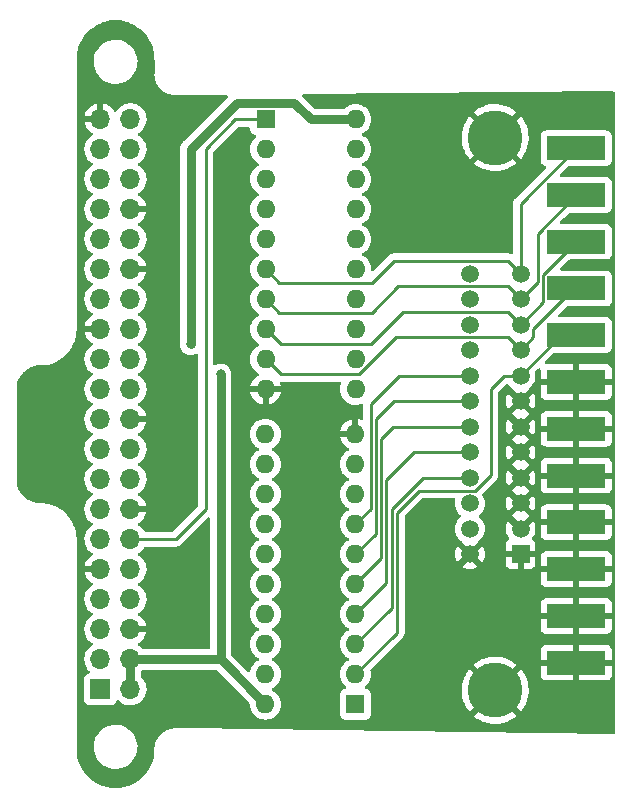
<source format=gbr>
%TF.GenerationSoftware,KiCad,Pcbnew,(6.0.0)*%
%TF.CreationDate,2022-01-24T18:05:25-05:00*%
%TF.ProjectId,gpib breakout,67706962-2062-4726-9561-6b6f75742e6b,rev?*%
%TF.SameCoordinates,Original*%
%TF.FileFunction,Copper,L2,Bot*%
%TF.FilePolarity,Positive*%
%FSLAX46Y46*%
G04 Gerber Fmt 4.6, Leading zero omitted, Abs format (unit mm)*
G04 Created by KiCad (PCBNEW (6.0.0)) date 2022-01-24 18:05:25*
%MOMM*%
%LPD*%
G01*
G04 APERTURE LIST*
%TA.AperFunction,SMDPad,CuDef*%
%ADD10R,5.000000X2.000000*%
%TD*%
%TA.AperFunction,ComponentPad*%
%ADD11R,1.600000X1.600000*%
%TD*%
%TA.AperFunction,ComponentPad*%
%ADD12O,1.600000X1.600000*%
%TD*%
%TA.AperFunction,ComponentPad*%
%ADD13C,1.500000*%
%TD*%
%TA.AperFunction,ComponentPad*%
%ADD14R,1.500000X1.500000*%
%TD*%
%TA.AperFunction,ComponentPad*%
%ADD15C,4.650000*%
%TD*%
%TA.AperFunction,ComponentPad*%
%ADD16R,1.700000X1.700000*%
%TD*%
%TA.AperFunction,ComponentPad*%
%ADD17O,1.700000X1.700000*%
%TD*%
%TA.AperFunction,ViaPad*%
%ADD18C,0.800000*%
%TD*%
%TA.AperFunction,Conductor*%
%ADD19C,0.250000*%
%TD*%
%TA.AperFunction,Conductor*%
%ADD20C,0.750000*%
%TD*%
G04 APERTURE END LIST*
D10*
%TO.P,J1,A,Pin_A*%
%TO.N,/DIO5*%
X238390500Y-73575000D03*
%TO.P,J1,B,Pin_B*%
%TO.N,/DIO6*%
X238400500Y-77525000D03*
%TO.P,J1,C,Pin_C*%
%TO.N,/DIO7*%
X238400500Y-81485000D03*
%TO.P,J1,D,Pin_D*%
%TO.N,/DIO8*%
X238400500Y-85445000D03*
%TO.P,J1,E,Pin_E*%
%TO.N,/REN*%
X238400500Y-89405000D03*
%TO.P,J1,F,Pin_F*%
%TO.N,GND*%
X238400500Y-93365000D03*
%TO.P,J1,H,Pin_H*%
X238400500Y-97325000D03*
%TO.P,J1,J,Pin_J*%
X238400500Y-101285000D03*
%TO.P,J1,K,Pin_K*%
X238400500Y-105245000D03*
%TO.P,J1,L,Pin_L*%
X238400500Y-109205000D03*
%TO.P,J1,M,Pin_M*%
X238400500Y-113165000D03*
%TO.P,J1,N,Pin_N*%
X238400500Y-117125000D03*
%TD*%
D11*
%TO.P,U2,1,TE*%
%TO.N,/GPIO18*%
X219700000Y-120645000D03*
D12*
%TO.P,U2,2,REN_1*%
%TO.N,/REN*%
X219700000Y-118105000D03*
%TO.P,U2,3,IFC_1*%
%TO.N,/IFC*%
X219700000Y-115565000D03*
%TO.P,U2,4,NDAC_1*%
%TO.N,/NDAC*%
X219700000Y-113025000D03*
%TO.P,U2,5,NRFD_1*%
%TO.N,/NRFD*%
X219700000Y-110485000D03*
%TO.P,U2,6,DAV_1*%
%TO.N,/DAV*%
X219700000Y-107945000D03*
%TO.P,U2,7,EOI_1*%
%TO.N,/EOI*%
X219700000Y-105405000D03*
%TO.P,U2,8,ATN_1*%
%TO.N,/ATN*%
X219700000Y-102865000D03*
%TO.P,U2,9,SRQ_1*%
%TO.N,/SRQ*%
X219700000Y-100325000D03*
%TO.P,U2,10,GND*%
%TO.N,GND*%
X219700000Y-97785000D03*
%TO.P,U2,11,DC*%
%TO.N,/GPIO08*%
X212080000Y-97785000D03*
%TO.P,U2,12,SRQ_2*%
%TO.N,/GPIO11*%
X212080000Y-100325000D03*
%TO.P,U2,13,ATN_2*%
%TO.N,/GPIO25*%
X212080000Y-102865000D03*
%TO.P,U2,14,EOI_2*%
%TO.N,/GPIO09*%
X212080000Y-105405000D03*
%TO.P,U2,15,DAV_2*%
%TO.N,/GPIO10*%
X212080000Y-107945000D03*
%TO.P,U2,16,NRFD_2*%
%TO.N,/GPIO24*%
X212080000Y-110485000D03*
%TO.P,U2,17,NDAC_2*%
%TO.N,/GPIO23*%
X212080000Y-113025000D03*
%TO.P,U2,18,IFC_2*%
%TO.N,/GPIO22*%
X212080000Y-115565000D03*
%TO.P,U2,19,REN_2*%
%TO.N,/GPIO27*%
X212080000Y-118105000D03*
%TO.P,U2,20,VCC*%
%TO.N,+5V*%
X212080000Y-120645000D03*
%TD*%
D13*
%TO.P,J2,1,1*%
%TO.N,/DIO1*%
X229390000Y-84190000D03*
%TO.P,J2,2,2*%
%TO.N,/DIO2*%
X229390000Y-86350000D03*
%TO.P,J2,3,3*%
%TO.N,/DIO3*%
X229390000Y-88510000D03*
%TO.P,J2,4,4*%
%TO.N,/DIO4*%
X229390000Y-90670000D03*
%TO.P,J2,5,5*%
%TO.N,/EOI*%
X229390000Y-92830000D03*
%TO.P,J2,6,6*%
%TO.N,/DAV*%
X229390000Y-94990000D03*
%TO.P,J2,7,7*%
%TO.N,/NRFD*%
X229390000Y-97150000D03*
%TO.P,J2,8,8*%
%TO.N,/NDAC*%
X229390000Y-99310000D03*
%TO.P,J2,9,9*%
%TO.N,/IFC*%
X229390000Y-101470000D03*
%TO.P,J2,10,10*%
%TO.N,/SRQ*%
X229390000Y-103630000D03*
%TO.P,J2,11,11*%
%TO.N,/ATN*%
X229390000Y-105790000D03*
%TO.P,J2,12,12*%
%TO.N,GND*%
X229390000Y-107950000D03*
%TO.P,J2,13,13*%
%TO.N,/DIO5*%
X233680000Y-84190000D03*
%TO.P,J2,14,14*%
%TO.N,/DIO6*%
X233680000Y-86350000D03*
%TO.P,J2,15,15*%
%TO.N,/DIO7*%
X233680000Y-88510000D03*
%TO.P,J2,16,16*%
%TO.N,/DIO8*%
X233680000Y-90670000D03*
%TO.P,J2,17,17*%
%TO.N,/REN*%
X233680000Y-92830000D03*
%TO.P,J2,18,18*%
%TO.N,GND*%
X233680000Y-94990000D03*
%TO.P,J2,19,19*%
X233680000Y-97150000D03*
%TO.P,J2,20,20*%
X233680000Y-99310000D03*
%TO.P,J2,21,21*%
X233680000Y-101470000D03*
%TO.P,J2,22,22*%
X233680000Y-103630000D03*
%TO.P,J2,23,23*%
X233680000Y-105790000D03*
D14*
%TO.P,J2,24,24*%
X233680000Y-107950000D03*
D15*
%TO.P,J2,MH1,MH1*%
X231535000Y-119470000D03*
%TO.P,J2,MH2,MH2*%
X231535000Y-72670000D03*
%TD*%
D11*
%TO.P,U1,1,TE*%
%TO.N,/GPIO18*%
X212100000Y-71125000D03*
D12*
%TO.P,U1,2,B1*%
%TO.N,/DIO1*%
X212100000Y-73665000D03*
%TO.P,U1,3,B2*%
%TO.N,/DIO2*%
X212100000Y-76205000D03*
%TO.P,U1,4,B3*%
%TO.N,/DIO3*%
X212100000Y-78745000D03*
%TO.P,U1,5,B4*%
%TO.N,/DIO4*%
X212100000Y-81285000D03*
%TO.P,U1,6,B5*%
%TO.N,/DIO5*%
X212100000Y-83825000D03*
%TO.P,U1,7,B6*%
%TO.N,/DIO6*%
X212100000Y-86365000D03*
%TO.P,U1,8,B7*%
%TO.N,/DIO7*%
X212100000Y-88905000D03*
%TO.P,U1,9,B8*%
%TO.N,/DIO8*%
X212100000Y-91445000D03*
%TO.P,U1,10,GND*%
%TO.N,GND*%
X212100000Y-93985000D03*
%TO.P,U1,11,~{PE}*%
%TO.N,/GPIO07*%
X219720000Y-93985000D03*
%TO.P,U1,12,D8*%
%TO.N,/GPIO05*%
X219720000Y-91445000D03*
%TO.P,U1,13,D7*%
%TO.N,/GPIO06*%
X219720000Y-88905000D03*
%TO.P,U1,14,D6*%
%TO.N,/GPIO12*%
X219720000Y-86365000D03*
%TO.P,U1,15,D5*%
%TO.N,/GPIO13*%
X219720000Y-83825000D03*
%TO.P,U1,16,D4*%
%TO.N,/GPIO19*%
X219720000Y-81285000D03*
%TO.P,U1,17,D3*%
%TO.N,/GPIO16*%
X219720000Y-78745000D03*
%TO.P,U1,18,D2*%
%TO.N,/GPIO26*%
X219720000Y-76205000D03*
%TO.P,U1,19,D1*%
%TO.N,/GPIO20*%
X219720000Y-73665000D03*
%TO.P,U1,20,VCC*%
%TO.N,+5V*%
X219720000Y-71125000D03*
%TD*%
D16*
%TO.P,J3,1,3V3*%
%TO.N,+3V3*%
X198115000Y-119375000D03*
D17*
%TO.P,J3,2,5V*%
%TO.N,+5V*%
X200655000Y-119375000D03*
%TO.P,J3,3,SDA/GPIO2*%
%TO.N,unconnected-(J3-Pad3)*%
X198115000Y-116835000D03*
%TO.P,J3,4,5V*%
%TO.N,+5V*%
X200655000Y-116835000D03*
%TO.P,J3,5,SCL/GPIO3*%
%TO.N,unconnected-(J3-Pad5)*%
X198115000Y-114295000D03*
%TO.P,J3,6,GND*%
%TO.N,GND*%
X200655000Y-114295000D03*
%TO.P,J3,7,GCLK0/GPIO4*%
%TO.N,Net-(D1-Pad2)*%
X198115000Y-111755000D03*
%TO.P,J3,8,GPIO14/TXD*%
%TO.N,unconnected-(J3-Pad8)*%
X200655000Y-111755000D03*
%TO.P,J3,9,GND*%
%TO.N,GND*%
X198115000Y-109215000D03*
%TO.P,J3,10,GPIO15/RXD*%
%TO.N,unconnected-(J3-Pad10)*%
X200655000Y-109215000D03*
%TO.P,J3,11,GPIO17*%
%TO.N,unconnected-(J3-Pad11)*%
X198115000Y-106675000D03*
%TO.P,J3,12,GPIO18/PWM0*%
%TO.N,/GPIO18*%
X200655000Y-106675000D03*
%TO.P,J3,13,GPIO27*%
%TO.N,/GPIO27*%
X198115000Y-104135000D03*
%TO.P,J3,14,GND*%
%TO.N,GND*%
X200655000Y-104135000D03*
%TO.P,J3,15,GPIO22*%
%TO.N,/GPIO22*%
X198115000Y-101595000D03*
%TO.P,J3,16,GPIO23*%
%TO.N,/GPIO23*%
X200655000Y-101595000D03*
%TO.P,J3,17,3V3*%
%TO.N,+3V3*%
X198115000Y-99055000D03*
%TO.P,J3,18,GPIO24*%
%TO.N,/GPIO24*%
X200655000Y-99055000D03*
%TO.P,J3,19,MOSI0/GPIO10*%
%TO.N,/GPIO10*%
X198115000Y-96515000D03*
%TO.P,J3,20,GND*%
%TO.N,GND*%
X200655000Y-96515000D03*
%TO.P,J3,21,MISO0/GPIO9*%
%TO.N,/GPIO09*%
X198115000Y-93975000D03*
%TO.P,J3,22,GPIO25*%
%TO.N,/GPIO25*%
X200655000Y-93975000D03*
%TO.P,J3,23,SCLK0/GPIO11*%
%TO.N,/GPIO11*%
X198115000Y-91435000D03*
%TO.P,J3,24,~{CE0}/GPIO8*%
%TO.N,/GPIO08*%
X200655000Y-91435000D03*
%TO.P,J3,25,GND*%
%TO.N,GND*%
X198115000Y-88895000D03*
%TO.P,J3,26,~{CE1}/GPIO7*%
%TO.N,/GPIO07*%
X200655000Y-88895000D03*
%TO.P,J3,27,ID_SD/GPIO0*%
%TO.N,unconnected-(J3-Pad27)*%
X198115000Y-86355000D03*
%TO.P,J3,28,ID_SC/GPIO1*%
%TO.N,unconnected-(J3-Pad28)*%
X200655000Y-86355000D03*
%TO.P,J3,29,GCLK1/GPIO5*%
%TO.N,/GPIO05*%
X198115000Y-83815000D03*
%TO.P,J3,30,GND*%
%TO.N,GND*%
X200655000Y-83815000D03*
%TO.P,J3,31,GCLK2/GPIO6*%
%TO.N,/GPIO06*%
X198115000Y-81275000D03*
%TO.P,J3,32,PWM0/GPIO12*%
%TO.N,/GPIO12*%
X200655000Y-81275000D03*
%TO.P,J3,33,PWM1/GPIO13*%
%TO.N,/GPIO13*%
X198115000Y-78735000D03*
%TO.P,J3,34,GND*%
%TO.N,GND*%
X200655000Y-78735000D03*
%TO.P,J3,35,GPIO19/MISO1*%
%TO.N,/GPIO19*%
X198115000Y-76195000D03*
%TO.P,J3,36,GPIO16*%
%TO.N,/GPIO16*%
X200655000Y-76195000D03*
%TO.P,J3,37,GPIO26*%
%TO.N,/GPIO26*%
X198115000Y-73655000D03*
%TO.P,J3,38,GPIO20/MOSI1*%
%TO.N,/GPIO20*%
X200655000Y-73655000D03*
%TO.P,J3,39,GND*%
%TO.N,GND*%
X198115000Y-71115000D03*
%TO.P,J3,40,GPIO21/SCLK1*%
%TO.N,unconnected-(J3-Pad40)*%
X200655000Y-71115000D03*
%TD*%
D18*
%TO.N,+5V*%
X208280000Y-92710000D03*
X205740000Y-90170000D03*
%TD*%
D19*
%TO.N,/EOI*%
X220980000Y-104125000D02*
X220980000Y-95250000D01*
X223400000Y-92830000D02*
X229390000Y-92830000D01*
X219700000Y-105405000D02*
X220980000Y-104125000D01*
X220980000Y-95250000D02*
X223400000Y-92830000D01*
%TO.N,/DAV*%
X221429520Y-106215480D02*
X219700000Y-107945000D01*
X221429520Y-96520000D02*
X221429520Y-106215480D01*
X222959520Y-94990000D02*
X229390000Y-94990000D01*
X222959520Y-94990000D02*
X221429520Y-96520000D01*
%TO.N,/NRFD*%
X221879040Y-98160960D02*
X221879040Y-108305960D01*
X222890000Y-97150000D02*
X221879040Y-98160960D01*
X221879040Y-108305960D02*
X219700000Y-110485000D01*
X229390000Y-97150000D02*
X222890000Y-97150000D01*
%TO.N,/NDAC*%
X229390000Y-99310000D02*
X224697120Y-99310000D01*
X224697120Y-99310000D02*
X222328560Y-101678560D01*
X222328560Y-110396440D02*
X219700000Y-113025000D01*
X222328560Y-101678560D02*
X222328560Y-110396440D01*
%TO.N,/IFC*%
X222778080Y-112486920D02*
X219700000Y-115565000D01*
X222778080Y-104140000D02*
X222778080Y-112486920D01*
X225448080Y-101470000D02*
X229390000Y-101470000D01*
X225448080Y-101470000D02*
X222778080Y-104140000D01*
%TO.N,/DIO5*%
X220185789Y-84949511D02*
X213224511Y-84949511D01*
X220185789Y-84949511D02*
X221120489Y-84949511D01*
X221120489Y-84949511D02*
X222954511Y-83115489D01*
X233680000Y-84190000D02*
X232605489Y-83115489D01*
X238390500Y-73575000D02*
X233680000Y-78285500D01*
X233680000Y-78285500D02*
X233680000Y-84190000D01*
X213224511Y-84949511D02*
X212100000Y-83825000D01*
X232605489Y-83115489D02*
X222954511Y-83115489D01*
%TO.N,/DIO6*%
X220221467Y-87489511D02*
X219850489Y-87489511D01*
X235126469Y-84903531D02*
X233680000Y-86350000D01*
X233680000Y-86350000D02*
X232605489Y-85275489D01*
X238400500Y-77525000D02*
X235126469Y-80799031D01*
X213224511Y-87489511D02*
X212100000Y-86365000D01*
X235126469Y-80799031D02*
X235126469Y-84903531D01*
X221120489Y-87489511D02*
X223334511Y-85275489D01*
X219850489Y-87489511D02*
X213224511Y-87489511D01*
X219850489Y-87489511D02*
X221120489Y-87489511D01*
X232605489Y-85275489D02*
X223334511Y-85275489D01*
%TO.N,/DIO7*%
X235575989Y-86614011D02*
X233680000Y-88510000D01*
X220980000Y-90170000D02*
X223714511Y-87435489D01*
X223714511Y-87435489D02*
X232605489Y-87435489D01*
X220045300Y-90170000D02*
X220980000Y-90170000D01*
X235575989Y-84309511D02*
X235575989Y-86614011D01*
X213365000Y-90170000D02*
X220045300Y-90170000D01*
X238400500Y-81485000D02*
X235575989Y-84309511D01*
X212100000Y-88905000D02*
X213365000Y-90170000D01*
X232605489Y-87435489D02*
X233680000Y-88510000D01*
%TO.N,/DIO8*%
X233680000Y-90670000D02*
X232605489Y-89595489D01*
X234754511Y-89595489D02*
X233680000Y-90670000D01*
X220045300Y-92710000D02*
X223159811Y-89595489D01*
X220045300Y-92710000D02*
X213365000Y-92710000D01*
X238400500Y-85445000D02*
X238211478Y-85445000D01*
X213365000Y-92710000D02*
X212100000Y-91445000D01*
X234754511Y-88901967D02*
X234754511Y-89595489D01*
X238211478Y-85445000D02*
X234754511Y-88901967D01*
X232605489Y-89595489D02*
X224215489Y-89595489D01*
X223159811Y-89595489D02*
X224215489Y-89595489D01*
%TO.N,/REN*%
X231140000Y-93980000D02*
X231140000Y-101239589D01*
X225104511Y-102555489D02*
X223227600Y-104432400D01*
X233680000Y-92830000D02*
X232290000Y-92830000D01*
X238400500Y-89405000D02*
X237105000Y-89405000D01*
X223227600Y-104432400D02*
X223227600Y-114577400D01*
X231140000Y-101239589D02*
X229824100Y-102555489D01*
X223227600Y-114577400D02*
X219700000Y-118105000D01*
X237105000Y-89405000D02*
X233680000Y-92830000D01*
X232290000Y-92830000D02*
X231140000Y-93980000D01*
X229824100Y-102555489D02*
X225104511Y-102555489D01*
D20*
%TO.N,+5V*%
X219720000Y-71125000D02*
X217175000Y-71125000D01*
X205740000Y-73660000D02*
X205740000Y-90170000D01*
X208280000Y-116845000D02*
X208270000Y-116835000D01*
X209649511Y-69750489D02*
X205740000Y-73660000D01*
X200655000Y-116835000D02*
X200655000Y-119375000D01*
X208280000Y-116845000D02*
X212080000Y-120645000D01*
X215905000Y-71125000D02*
X214530489Y-69750489D01*
X208270000Y-116835000D02*
X200655000Y-116835000D01*
X214530489Y-69750489D02*
X209649511Y-69750489D01*
X208280000Y-92710000D02*
X208280000Y-116845000D01*
X217175000Y-71125000D02*
X215905000Y-71125000D01*
D19*
%TO.N,/GPIO18*%
X212100000Y-71125000D02*
X209545000Y-71125000D01*
X207010000Y-73660000D02*
X207010000Y-104140000D01*
X207010000Y-104140000D02*
X204475000Y-106675000D01*
X204475000Y-106675000D02*
X200655000Y-106675000D01*
X209545000Y-71125000D02*
X207010000Y-73660000D01*
%TD*%
%TA.AperFunction,Conductor*%
%TO.N,GND*%
G36*
X199692691Y-62753864D02*
G01*
X199728553Y-62755743D01*
X199741669Y-62757121D01*
X200070002Y-62809124D01*
X200082903Y-62811866D01*
X200404002Y-62897904D01*
X200416536Y-62901976D01*
X200726878Y-63021106D01*
X200738926Y-63026470D01*
X201035120Y-63177388D01*
X201046542Y-63183983D01*
X201325333Y-63365032D01*
X201335990Y-63372775D01*
X201594348Y-63581989D01*
X201604139Y-63590806D01*
X201839194Y-63825861D01*
X201848011Y-63835652D01*
X202057225Y-64094010D01*
X202064968Y-64104667D01*
X202246017Y-64383458D01*
X202252612Y-64394880D01*
X202403530Y-64691074D01*
X202408893Y-64703121D01*
X202466943Y-64854343D01*
X202528022Y-65013459D01*
X202532096Y-65025998D01*
X202597289Y-65269304D01*
X202618134Y-65347098D01*
X202620876Y-65359998D01*
X202672879Y-65688331D01*
X202674257Y-65701445D01*
X202686958Y-65943783D01*
X202689764Y-65997329D01*
X202688436Y-66023312D01*
X202688195Y-66024856D01*
X202688195Y-66024860D01*
X202686814Y-66033730D01*
X202687978Y-66042632D01*
X202687978Y-66042635D01*
X202690936Y-66065251D01*
X202692000Y-66081589D01*
X202692000Y-67256793D01*
X202690254Y-67277697D01*
X202686929Y-67297461D01*
X202686776Y-67310000D01*
X202687466Y-67314819D01*
X202687506Y-67315098D01*
X202688456Y-67323962D01*
X202705602Y-67563682D01*
X202706558Y-67568076D01*
X202758706Y-67807803D01*
X202758708Y-67807810D01*
X202759663Y-67812200D01*
X202761235Y-67816415D01*
X202761236Y-67816418D01*
X202776000Y-67856001D01*
X202848542Y-68050495D01*
X202970430Y-68273715D01*
X203122844Y-68477317D01*
X203302683Y-68657156D01*
X203506285Y-68809570D01*
X203729505Y-68931458D01*
X203848653Y-68975898D01*
X203963582Y-69018764D01*
X203963585Y-69018765D01*
X203967800Y-69020337D01*
X203972190Y-69021292D01*
X203972197Y-69021294D01*
X204154899Y-69061037D01*
X204216318Y-69074398D01*
X204220806Y-69074719D01*
X204436729Y-69090163D01*
X204448637Y-69091587D01*
X204452661Y-69092264D01*
X204452667Y-69092265D01*
X204457461Y-69093071D01*
X204463816Y-69093149D01*
X204465141Y-69093165D01*
X204465145Y-69093165D01*
X204470000Y-69093224D01*
X204474809Y-69092535D01*
X204474813Y-69092535D01*
X204488384Y-69090591D01*
X204500412Y-69088869D01*
X204517145Y-69087601D01*
X208795655Y-69049583D01*
X208863950Y-69068979D01*
X208910918Y-69122219D01*
X208921646Y-69192401D01*
X208892728Y-69257241D01*
X208885869Y-69264673D01*
X205171454Y-72979088D01*
X205156426Y-72991925D01*
X205145566Y-72999815D01*
X205141145Y-73004725D01*
X205141144Y-73004726D01*
X205101114Y-73049184D01*
X205096573Y-73053969D01*
X205082528Y-73068014D01*
X205080444Y-73070588D01*
X205080441Y-73070591D01*
X205070031Y-73083446D01*
X205065747Y-73088462D01*
X205025717Y-73132920D01*
X205025713Y-73132925D01*
X205021296Y-73137831D01*
X205014791Y-73149097D01*
X205014589Y-73149448D01*
X205003391Y-73165741D01*
X204994953Y-73176161D01*
X204964787Y-73235363D01*
X204961654Y-73241133D01*
X204931740Y-73292945D01*
X204931738Y-73292950D01*
X204928436Y-73298669D01*
X204926395Y-73304949D01*
X204926392Y-73304957D01*
X204924292Y-73311421D01*
X204916728Y-73329683D01*
X204913637Y-73335749D01*
X204913634Y-73335758D01*
X204910638Y-73341637D01*
X204908929Y-73348015D01*
X204893444Y-73405804D01*
X204891578Y-73412106D01*
X204871046Y-73475298D01*
X204870356Y-73481866D01*
X204869645Y-73488628D01*
X204866042Y-73508071D01*
X204862570Y-73521029D01*
X204862225Y-73527619D01*
X204862224Y-73527623D01*
X204859093Y-73587367D01*
X204858577Y-73593931D01*
X204856500Y-73613694D01*
X204856500Y-73633555D01*
X204856327Y-73640150D01*
X204854738Y-73670475D01*
X204852850Y-73706493D01*
X204853882Y-73713007D01*
X204854949Y-73719744D01*
X204856500Y-73739456D01*
X204856500Y-89929210D01*
X204850333Y-89968146D01*
X204846458Y-89980072D01*
X204845768Y-89986633D01*
X204845768Y-89986635D01*
X204829724Y-90139284D01*
X204826496Y-90170000D01*
X204827186Y-90176565D01*
X204840438Y-90302647D01*
X204846458Y-90359928D01*
X204905473Y-90541556D01*
X205000960Y-90706944D01*
X205005378Y-90711851D01*
X205005379Y-90711852D01*
X205103500Y-90820826D01*
X205128747Y-90848866D01*
X205176959Y-90883894D01*
X205253816Y-90939734D01*
X205283248Y-90961118D01*
X205289276Y-90963802D01*
X205289278Y-90963803D01*
X205451681Y-91036109D01*
X205457712Y-91038794D01*
X205551113Y-91058647D01*
X205638056Y-91077128D01*
X205638061Y-91077128D01*
X205644513Y-91078500D01*
X205835487Y-91078500D01*
X205841939Y-91077128D01*
X205841944Y-91077128D01*
X205928888Y-91058647D01*
X206022288Y-91038794D01*
X206046656Y-91027945D01*
X206196752Y-90961118D01*
X206197677Y-90963196D01*
X206256488Y-90948924D01*
X206323581Y-90972141D01*
X206367472Y-91027945D01*
X206376500Y-91074782D01*
X206376500Y-103825405D01*
X206356498Y-103893526D01*
X206339595Y-103914500D01*
X204249500Y-106004595D01*
X204187188Y-106038621D01*
X204160405Y-106041500D01*
X201931805Y-106041500D01*
X201863684Y-106021498D01*
X201826013Y-105983940D01*
X201737822Y-105847617D01*
X201737820Y-105847614D01*
X201735014Y-105843277D01*
X201584670Y-105678051D01*
X201580619Y-105674852D01*
X201580615Y-105674848D01*
X201413414Y-105542800D01*
X201413410Y-105542798D01*
X201409359Y-105539598D01*
X201367569Y-105516529D01*
X201317598Y-105466097D01*
X201302826Y-105396654D01*
X201327942Y-105330248D01*
X201355294Y-105303641D01*
X201530328Y-105178792D01*
X201538200Y-105172139D01*
X201689052Y-105021812D01*
X201695730Y-105013965D01*
X201820003Y-104841020D01*
X201825313Y-104832183D01*
X201919670Y-104641267D01*
X201923469Y-104631672D01*
X201985377Y-104427910D01*
X201987555Y-104417837D01*
X201988986Y-104406962D01*
X201986775Y-104392778D01*
X201973617Y-104389000D01*
X200527000Y-104389000D01*
X200458879Y-104368998D01*
X200412386Y-104315342D01*
X200401000Y-104263000D01*
X200401000Y-104007000D01*
X200421002Y-103938879D01*
X200474658Y-103892386D01*
X200527000Y-103881000D01*
X201973344Y-103881000D01*
X201986875Y-103877027D01*
X201988180Y-103867947D01*
X201946214Y-103700875D01*
X201942894Y-103691124D01*
X201857972Y-103495814D01*
X201853105Y-103486739D01*
X201737426Y-103307926D01*
X201731136Y-103299757D01*
X201587806Y-103142240D01*
X201580273Y-103135215D01*
X201413139Y-103003222D01*
X201404556Y-102997520D01*
X201367602Y-102977120D01*
X201317631Y-102926687D01*
X201302859Y-102857245D01*
X201327975Y-102790839D01*
X201355327Y-102764232D01*
X201391649Y-102738324D01*
X201534860Y-102636173D01*
X201578854Y-102592333D01*
X201648375Y-102523054D01*
X201693096Y-102478489D01*
X201752594Y-102395689D01*
X201820435Y-102301277D01*
X201823453Y-102297077D01*
X201844320Y-102254857D01*
X201920136Y-102101453D01*
X201920137Y-102101451D01*
X201922430Y-102096811D01*
X201980993Y-101904059D01*
X201985865Y-101888023D01*
X201985865Y-101888021D01*
X201987370Y-101883069D01*
X202016529Y-101661590D01*
X202017014Y-101641732D01*
X202018074Y-101598365D01*
X202018074Y-101598361D01*
X202018156Y-101595000D01*
X201999852Y-101372361D01*
X201945431Y-101155702D01*
X201856354Y-100950840D01*
X201792105Y-100851526D01*
X201737822Y-100767617D01*
X201737820Y-100767614D01*
X201735014Y-100763277D01*
X201584670Y-100598051D01*
X201580619Y-100594852D01*
X201580615Y-100594848D01*
X201413414Y-100462800D01*
X201413410Y-100462798D01*
X201409359Y-100459598D01*
X201368053Y-100436796D01*
X201318084Y-100386364D01*
X201303312Y-100316921D01*
X201328428Y-100250516D01*
X201355780Y-100223909D01*
X201413626Y-100182648D01*
X201534860Y-100096173D01*
X201693096Y-99938489D01*
X201752594Y-99855689D01*
X201820435Y-99761277D01*
X201823453Y-99757077D01*
X201844320Y-99714857D01*
X201920136Y-99561453D01*
X201920137Y-99561451D01*
X201922430Y-99556811D01*
X201987370Y-99343069D01*
X202016529Y-99121590D01*
X202016611Y-99118240D01*
X202018074Y-99058365D01*
X202018074Y-99058361D01*
X202018156Y-99055000D01*
X201999852Y-98832361D01*
X201945431Y-98615702D01*
X201856354Y-98410840D01*
X201809937Y-98339090D01*
X201737822Y-98227617D01*
X201737820Y-98227614D01*
X201735014Y-98223277D01*
X201584670Y-98058051D01*
X201580619Y-98054852D01*
X201580615Y-98054848D01*
X201413414Y-97922800D01*
X201413410Y-97922798D01*
X201409359Y-97919598D01*
X201367569Y-97896529D01*
X201317598Y-97846097D01*
X201302826Y-97776654D01*
X201327942Y-97710248D01*
X201355294Y-97683641D01*
X201530328Y-97558792D01*
X201538200Y-97552139D01*
X201689052Y-97401812D01*
X201695730Y-97393965D01*
X201820003Y-97221020D01*
X201825313Y-97212183D01*
X201919670Y-97021267D01*
X201923469Y-97011672D01*
X201985377Y-96807910D01*
X201987555Y-96797837D01*
X201988986Y-96786962D01*
X201986775Y-96772778D01*
X201973617Y-96769000D01*
X200527000Y-96769000D01*
X200458879Y-96748998D01*
X200412386Y-96695342D01*
X200401000Y-96643000D01*
X200401000Y-96387000D01*
X200421002Y-96318879D01*
X200474658Y-96272386D01*
X200527000Y-96261000D01*
X201973344Y-96261000D01*
X201986875Y-96257027D01*
X201988180Y-96247947D01*
X201946214Y-96080875D01*
X201942894Y-96071124D01*
X201857972Y-95875814D01*
X201853105Y-95866739D01*
X201737426Y-95687926D01*
X201731136Y-95679757D01*
X201587806Y-95522240D01*
X201580273Y-95515215D01*
X201413139Y-95383222D01*
X201404556Y-95377520D01*
X201367602Y-95357120D01*
X201317631Y-95306687D01*
X201302859Y-95237245D01*
X201327975Y-95170839D01*
X201355327Y-95144232D01*
X201390798Y-95118931D01*
X201534860Y-95016173D01*
X201555631Y-94995475D01*
X201678904Y-94872631D01*
X201693096Y-94858489D01*
X201711502Y-94832875D01*
X201820435Y-94681277D01*
X201823453Y-94677077D01*
X201844320Y-94634857D01*
X201920136Y-94481453D01*
X201920137Y-94481451D01*
X201922430Y-94476811D01*
X201961840Y-94347099D01*
X201985865Y-94268023D01*
X201985865Y-94268021D01*
X201987370Y-94263069D01*
X202016529Y-94041590D01*
X202017304Y-94009875D01*
X202018074Y-93978365D01*
X202018074Y-93978361D01*
X202018156Y-93975000D01*
X201999852Y-93752361D01*
X201945431Y-93535702D01*
X201856354Y-93330840D01*
X201816906Y-93269862D01*
X201737822Y-93147617D01*
X201737820Y-93147614D01*
X201735014Y-93143277D01*
X201584670Y-92978051D01*
X201580619Y-92974852D01*
X201580615Y-92974848D01*
X201413414Y-92842800D01*
X201413410Y-92842798D01*
X201409359Y-92839598D01*
X201368053Y-92816796D01*
X201318084Y-92766364D01*
X201303312Y-92696921D01*
X201328428Y-92630516D01*
X201355780Y-92603909D01*
X201399603Y-92572650D01*
X201534860Y-92476173D01*
X201556753Y-92454357D01*
X201651571Y-92359869D01*
X201693096Y-92318489D01*
X201704261Y-92302952D01*
X201820435Y-92141277D01*
X201823453Y-92137077D01*
X201840455Y-92102677D01*
X201920136Y-91941453D01*
X201920137Y-91941451D01*
X201922430Y-91936811D01*
X201987370Y-91723069D01*
X202016529Y-91501590D01*
X202017912Y-91445000D01*
X202018074Y-91438365D01*
X202018074Y-91438361D01*
X202018156Y-91435000D01*
X201999852Y-91212361D01*
X201945431Y-90995702D01*
X201856354Y-90790840D01*
X201795390Y-90696604D01*
X201737822Y-90607617D01*
X201737820Y-90607614D01*
X201735014Y-90603277D01*
X201584670Y-90438051D01*
X201580619Y-90434852D01*
X201580615Y-90434848D01*
X201413414Y-90302800D01*
X201413410Y-90302798D01*
X201409359Y-90299598D01*
X201368053Y-90276796D01*
X201318084Y-90226364D01*
X201303312Y-90156921D01*
X201328428Y-90090516D01*
X201355780Y-90063909D01*
X201423985Y-90015259D01*
X201534860Y-89936173D01*
X201541848Y-89929210D01*
X201689435Y-89782137D01*
X201693096Y-89778489D01*
X201823453Y-89597077D01*
X201836995Y-89569678D01*
X201920136Y-89401453D01*
X201920137Y-89401451D01*
X201922430Y-89396811D01*
X201976441Y-89219040D01*
X201985865Y-89188023D01*
X201985865Y-89188021D01*
X201987370Y-89183069D01*
X202016529Y-88961590D01*
X202017226Y-88933079D01*
X202018074Y-88898365D01*
X202018074Y-88898361D01*
X202018156Y-88895000D01*
X201999852Y-88672361D01*
X201945431Y-88455702D01*
X201856354Y-88250840D01*
X201773331Y-88122506D01*
X201737822Y-88067617D01*
X201737820Y-88067614D01*
X201735014Y-88063277D01*
X201584670Y-87898051D01*
X201580619Y-87894852D01*
X201580615Y-87894848D01*
X201413414Y-87762800D01*
X201413410Y-87762798D01*
X201409359Y-87759598D01*
X201368053Y-87736796D01*
X201318084Y-87686364D01*
X201303312Y-87616921D01*
X201328428Y-87550516D01*
X201355780Y-87523909D01*
X201399603Y-87492650D01*
X201534860Y-87396173D01*
X201556753Y-87374357D01*
X201689435Y-87242137D01*
X201693096Y-87238489D01*
X201752594Y-87155689D01*
X201820435Y-87061277D01*
X201823453Y-87057077D01*
X201844320Y-87014857D01*
X201920136Y-86861453D01*
X201920137Y-86861451D01*
X201922430Y-86856811D01*
X201987370Y-86643069D01*
X202016529Y-86421590D01*
X202016611Y-86418240D01*
X202018074Y-86358365D01*
X202018074Y-86358361D01*
X202018156Y-86355000D01*
X201999852Y-86132361D01*
X201945431Y-85915702D01*
X201856354Y-85710840D01*
X201773331Y-85582506D01*
X201737822Y-85527617D01*
X201737820Y-85527614D01*
X201735014Y-85523277D01*
X201584670Y-85358051D01*
X201580619Y-85354852D01*
X201580615Y-85354848D01*
X201413414Y-85222800D01*
X201413410Y-85222798D01*
X201409359Y-85219598D01*
X201367569Y-85196529D01*
X201317598Y-85146097D01*
X201302826Y-85076654D01*
X201327942Y-85010248D01*
X201355294Y-84983641D01*
X201530328Y-84858792D01*
X201538200Y-84852139D01*
X201689052Y-84701812D01*
X201695730Y-84693965D01*
X201820003Y-84521020D01*
X201825313Y-84512183D01*
X201919670Y-84321267D01*
X201923469Y-84311672D01*
X201985377Y-84107910D01*
X201987555Y-84097837D01*
X201988986Y-84086962D01*
X201986775Y-84072778D01*
X201973617Y-84069000D01*
X200527000Y-84069000D01*
X200458879Y-84048998D01*
X200412386Y-83995342D01*
X200401000Y-83943000D01*
X200401000Y-83687000D01*
X200421002Y-83618879D01*
X200474658Y-83572386D01*
X200527000Y-83561000D01*
X201973344Y-83561000D01*
X201986875Y-83557027D01*
X201988180Y-83547947D01*
X201946214Y-83380875D01*
X201942894Y-83371124D01*
X201857972Y-83175814D01*
X201853105Y-83166739D01*
X201737426Y-82987926D01*
X201731136Y-82979757D01*
X201587806Y-82822240D01*
X201580273Y-82815215D01*
X201413139Y-82683222D01*
X201404556Y-82677520D01*
X201367602Y-82657120D01*
X201317631Y-82606687D01*
X201302859Y-82537245D01*
X201327975Y-82470839D01*
X201355327Y-82444232D01*
X201390188Y-82419366D01*
X201534860Y-82316173D01*
X201556753Y-82294357D01*
X201689435Y-82162137D01*
X201693096Y-82158489D01*
X201752594Y-82075689D01*
X201820435Y-81981277D01*
X201823453Y-81977077D01*
X201844320Y-81934857D01*
X201920136Y-81781453D01*
X201920137Y-81781451D01*
X201922430Y-81776811D01*
X201987370Y-81563069D01*
X202016529Y-81341590D01*
X202017912Y-81285000D01*
X202018074Y-81278365D01*
X202018074Y-81278361D01*
X202018156Y-81275000D01*
X201999852Y-81052361D01*
X201945431Y-80835702D01*
X201856354Y-80630840D01*
X201816906Y-80569862D01*
X201737822Y-80447617D01*
X201737820Y-80447614D01*
X201735014Y-80443277D01*
X201584670Y-80278051D01*
X201580619Y-80274852D01*
X201580615Y-80274848D01*
X201413414Y-80142800D01*
X201413410Y-80142798D01*
X201409359Y-80139598D01*
X201367569Y-80116529D01*
X201317598Y-80066097D01*
X201302826Y-79996654D01*
X201327942Y-79930248D01*
X201355294Y-79903641D01*
X201530328Y-79778792D01*
X201538200Y-79772139D01*
X201689052Y-79621812D01*
X201695730Y-79613965D01*
X201820003Y-79441020D01*
X201825313Y-79432183D01*
X201919670Y-79241267D01*
X201923469Y-79231672D01*
X201985377Y-79027910D01*
X201987555Y-79017837D01*
X201988986Y-79006962D01*
X201986775Y-78992778D01*
X201973617Y-78989000D01*
X200527000Y-78989000D01*
X200458879Y-78968998D01*
X200412386Y-78915342D01*
X200401000Y-78863000D01*
X200401000Y-78607000D01*
X200421002Y-78538879D01*
X200474658Y-78492386D01*
X200527000Y-78481000D01*
X201973344Y-78481000D01*
X201986875Y-78477027D01*
X201988180Y-78467947D01*
X201946214Y-78300875D01*
X201942894Y-78291124D01*
X201857972Y-78095814D01*
X201853105Y-78086739D01*
X201737426Y-77907926D01*
X201731136Y-77899757D01*
X201587806Y-77742240D01*
X201580273Y-77735215D01*
X201413139Y-77603222D01*
X201404556Y-77597520D01*
X201367602Y-77577120D01*
X201317631Y-77526687D01*
X201302859Y-77457245D01*
X201327975Y-77390839D01*
X201355327Y-77364232D01*
X201390188Y-77339366D01*
X201534860Y-77236173D01*
X201556753Y-77214357D01*
X201689435Y-77082137D01*
X201693096Y-77078489D01*
X201752594Y-76995689D01*
X201820435Y-76901277D01*
X201823453Y-76897077D01*
X201844320Y-76854857D01*
X201920136Y-76701453D01*
X201920137Y-76701451D01*
X201922430Y-76696811D01*
X201987370Y-76483069D01*
X202016529Y-76261590D01*
X202017912Y-76205000D01*
X202018074Y-76198365D01*
X202018074Y-76198361D01*
X202018156Y-76195000D01*
X201999852Y-75972361D01*
X201945431Y-75755702D01*
X201856354Y-75550840D01*
X201813606Y-75484761D01*
X201737822Y-75367617D01*
X201737820Y-75367614D01*
X201735014Y-75363277D01*
X201584670Y-75198051D01*
X201580619Y-75194852D01*
X201580615Y-75194848D01*
X201413414Y-75062800D01*
X201413410Y-75062798D01*
X201409359Y-75059598D01*
X201368053Y-75036796D01*
X201318084Y-74986364D01*
X201303312Y-74916921D01*
X201328428Y-74850516D01*
X201355780Y-74823909D01*
X201399603Y-74792650D01*
X201534860Y-74696173D01*
X201556753Y-74674357D01*
X201689435Y-74542137D01*
X201693096Y-74538489D01*
X201752594Y-74455689D01*
X201820435Y-74361277D01*
X201823453Y-74357077D01*
X201844320Y-74314857D01*
X201920136Y-74161453D01*
X201920137Y-74161451D01*
X201922430Y-74156811D01*
X201987370Y-73943069D01*
X202016529Y-73721590D01*
X202017912Y-73665000D01*
X202018074Y-73658365D01*
X202018074Y-73658361D01*
X202018156Y-73655000D01*
X201999852Y-73432361D01*
X201945431Y-73215702D01*
X201856354Y-73010840D01*
X201752927Y-72850966D01*
X201737822Y-72827617D01*
X201737820Y-72827614D01*
X201735014Y-72823277D01*
X201584670Y-72658051D01*
X201580619Y-72654852D01*
X201580615Y-72654848D01*
X201413414Y-72522800D01*
X201413410Y-72522798D01*
X201409359Y-72519598D01*
X201368053Y-72496796D01*
X201318084Y-72446364D01*
X201303312Y-72376921D01*
X201328428Y-72310516D01*
X201355780Y-72283909D01*
X201400661Y-72251896D01*
X201534860Y-72156173D01*
X201556753Y-72134357D01*
X201662978Y-72028502D01*
X201693096Y-71998489D01*
X201823453Y-71817077D01*
X201833352Y-71797049D01*
X201920136Y-71621453D01*
X201920137Y-71621451D01*
X201922430Y-71616811D01*
X201987370Y-71403069D01*
X202016529Y-71181590D01*
X202017997Y-71121504D01*
X202018074Y-71118365D01*
X202018074Y-71118361D01*
X202018156Y-71115000D01*
X201999852Y-70892361D01*
X201945431Y-70675702D01*
X201856354Y-70470840D01*
X201735014Y-70283277D01*
X201584670Y-70118051D01*
X201580619Y-70114852D01*
X201580615Y-70114848D01*
X201413414Y-69982800D01*
X201413410Y-69982798D01*
X201409359Y-69979598D01*
X201373028Y-69959542D01*
X201330314Y-69935963D01*
X201213789Y-69871638D01*
X201208920Y-69869914D01*
X201208916Y-69869912D01*
X201008087Y-69798795D01*
X201008083Y-69798794D01*
X201003212Y-69797069D01*
X200998119Y-69796162D01*
X200998116Y-69796161D01*
X200788373Y-69758800D01*
X200788367Y-69758799D01*
X200783284Y-69757894D01*
X200709452Y-69756992D01*
X200565081Y-69755228D01*
X200565079Y-69755228D01*
X200559911Y-69755165D01*
X200339091Y-69788955D01*
X200126756Y-69858357D01*
X199928607Y-69961507D01*
X199924474Y-69964610D01*
X199924471Y-69964612D01*
X199754100Y-70092530D01*
X199749965Y-70095635D01*
X199595629Y-70257138D01*
X199592715Y-70261410D01*
X199592714Y-70261411D01*
X199582214Y-70276803D01*
X199490011Y-70411969D01*
X199487898Y-70415066D01*
X199432987Y-70460069D01*
X199362462Y-70468240D01*
X199298715Y-70436986D01*
X199278018Y-70412502D01*
X199197426Y-70287926D01*
X199191136Y-70279757D01*
X199047806Y-70122240D01*
X199040273Y-70115215D01*
X198873139Y-69983222D01*
X198864552Y-69977517D01*
X198678117Y-69874599D01*
X198668705Y-69870369D01*
X198467959Y-69799280D01*
X198457988Y-69796646D01*
X198386837Y-69783972D01*
X198373540Y-69785432D01*
X198369000Y-69799989D01*
X198369000Y-71243000D01*
X198348998Y-71311121D01*
X198295342Y-71357614D01*
X198243000Y-71369000D01*
X196798225Y-71369000D01*
X196784694Y-71372973D01*
X196783257Y-71382966D01*
X196813565Y-71517446D01*
X196816645Y-71527275D01*
X196896770Y-71724603D01*
X196901413Y-71733794D01*
X197012694Y-71915388D01*
X197018777Y-71923699D01*
X197158213Y-72084667D01*
X197165580Y-72091883D01*
X197329434Y-72227916D01*
X197337881Y-72233831D01*
X197406969Y-72274203D01*
X197455693Y-72325842D01*
X197468764Y-72395625D01*
X197442033Y-72461396D01*
X197401584Y-72494752D01*
X197388607Y-72501507D01*
X197384474Y-72504610D01*
X197384471Y-72504612D01*
X197349813Y-72530634D01*
X197209965Y-72635635D01*
X197055629Y-72797138D01*
X196929743Y-72981680D01*
X196914003Y-73015590D01*
X196847883Y-73158034D01*
X196835688Y-73184305D01*
X196775989Y-73399570D01*
X196752251Y-73621695D01*
X196752548Y-73626848D01*
X196752548Y-73626851D01*
X196757904Y-73719744D01*
X196765110Y-73844715D01*
X196766247Y-73849761D01*
X196766248Y-73849767D01*
X196767321Y-73854527D01*
X196814222Y-74062639D01*
X196898266Y-74269616D01*
X196949019Y-74352438D01*
X197012291Y-74455688D01*
X197014987Y-74460088D01*
X197161250Y-74628938D01*
X197333126Y-74771632D01*
X197380587Y-74799366D01*
X197406445Y-74814476D01*
X197455169Y-74866114D01*
X197468240Y-74935897D01*
X197441509Y-75001669D01*
X197401055Y-75035027D01*
X197388607Y-75041507D01*
X197384474Y-75044610D01*
X197384471Y-75044612D01*
X197214100Y-75172530D01*
X197209965Y-75175635D01*
X197055629Y-75337138D01*
X196929743Y-75521680D01*
X196835688Y-75724305D01*
X196775989Y-75939570D01*
X196752251Y-76161695D01*
X196752548Y-76166848D01*
X196752548Y-76166851D01*
X196758974Y-76278295D01*
X196765110Y-76384715D01*
X196766247Y-76389761D01*
X196766248Y-76389767D01*
X196773634Y-76422540D01*
X196814222Y-76602639D01*
X196898266Y-76809616D01*
X196949019Y-76892438D01*
X197012291Y-76995688D01*
X197014987Y-77000088D01*
X197161250Y-77168938D01*
X197333126Y-77311632D01*
X197380587Y-77339366D01*
X197406445Y-77354476D01*
X197455169Y-77406114D01*
X197468240Y-77475897D01*
X197441509Y-77541669D01*
X197401055Y-77575027D01*
X197388607Y-77581507D01*
X197384474Y-77584610D01*
X197384471Y-77584612D01*
X197251434Y-77684499D01*
X197209965Y-77715635D01*
X197055629Y-77877138D01*
X197052715Y-77881410D01*
X197052714Y-77881411D01*
X196998791Y-77960459D01*
X196929743Y-78061680D01*
X196904906Y-78115188D01*
X196853597Y-78225724D01*
X196835688Y-78264305D01*
X196775989Y-78479570D01*
X196752251Y-78701695D01*
X196752548Y-78706848D01*
X196752548Y-78706851D01*
X196756702Y-78778891D01*
X196765110Y-78924715D01*
X196766247Y-78929761D01*
X196766248Y-78929767D01*
X196775367Y-78970229D01*
X196814222Y-79142639D01*
X196898266Y-79349616D01*
X197014987Y-79540088D01*
X197161250Y-79708938D01*
X197333126Y-79851632D01*
X197380587Y-79879366D01*
X197406445Y-79894476D01*
X197455169Y-79946114D01*
X197468240Y-80015897D01*
X197441509Y-80081669D01*
X197401055Y-80115027D01*
X197388607Y-80121507D01*
X197384474Y-80124610D01*
X197384471Y-80124612D01*
X197221861Y-80246703D01*
X197209965Y-80255635D01*
X197206393Y-80259373D01*
X197112038Y-80358110D01*
X197055629Y-80417138D01*
X197052720Y-80421403D01*
X197052714Y-80421411D01*
X197039556Y-80440700D01*
X196929743Y-80601680D01*
X196835688Y-80804305D01*
X196775989Y-81019570D01*
X196752251Y-81241695D01*
X196752548Y-81246848D01*
X196752548Y-81246851D01*
X196758011Y-81341590D01*
X196765110Y-81464715D01*
X196766247Y-81469761D01*
X196766248Y-81469767D01*
X196774776Y-81507607D01*
X196814222Y-81682639D01*
X196898266Y-81889616D01*
X196949019Y-81972438D01*
X197012291Y-82075688D01*
X197014987Y-82080088D01*
X197161250Y-82248938D01*
X197333126Y-82391632D01*
X197380587Y-82419366D01*
X197406445Y-82434476D01*
X197455169Y-82486114D01*
X197468240Y-82555897D01*
X197441509Y-82621669D01*
X197401055Y-82655027D01*
X197388607Y-82661507D01*
X197384474Y-82664610D01*
X197384471Y-82664612D01*
X197285541Y-82738891D01*
X197209965Y-82795635D01*
X197055629Y-82957138D01*
X197052715Y-82961410D01*
X197052714Y-82961411D01*
X197005650Y-83030404D01*
X196929743Y-83141680D01*
X196835688Y-83344305D01*
X196775989Y-83559570D01*
X196752251Y-83781695D01*
X196752548Y-83786848D01*
X196752548Y-83786851D01*
X196760575Y-83926069D01*
X196765110Y-84004715D01*
X196766247Y-84009761D01*
X196766248Y-84009767D01*
X196782468Y-84081739D01*
X196814222Y-84222639D01*
X196898266Y-84429616D01*
X197014987Y-84620088D01*
X197161250Y-84788938D01*
X197333126Y-84931632D01*
X197380587Y-84959366D01*
X197406445Y-84974476D01*
X197455169Y-85026114D01*
X197468240Y-85095897D01*
X197441509Y-85161669D01*
X197401055Y-85195027D01*
X197388607Y-85201507D01*
X197384474Y-85204610D01*
X197384471Y-85204612D01*
X197360247Y-85222800D01*
X197209965Y-85335635D01*
X197206393Y-85339373D01*
X197110488Y-85439732D01*
X197055629Y-85497138D01*
X197052720Y-85501403D01*
X197052714Y-85501411D01*
X197002834Y-85574533D01*
X196929743Y-85681680D01*
X196835688Y-85884305D01*
X196775989Y-86099570D01*
X196752251Y-86321695D01*
X196752548Y-86326848D01*
X196752548Y-86326851D01*
X196758011Y-86421590D01*
X196765110Y-86544715D01*
X196766247Y-86549761D01*
X196766248Y-86549767D01*
X196786119Y-86637939D01*
X196814222Y-86762639D01*
X196852136Y-86856011D01*
X196893594Y-86958109D01*
X196898266Y-86969616D01*
X196949019Y-87052438D01*
X197012291Y-87155688D01*
X197014987Y-87160088D01*
X197161250Y-87328938D01*
X197333126Y-87471632D01*
X197380587Y-87499366D01*
X197406955Y-87514774D01*
X197455679Y-87566412D01*
X197468750Y-87636195D01*
X197442019Y-87701967D01*
X197401562Y-87735327D01*
X197393457Y-87739546D01*
X197384738Y-87745036D01*
X197214433Y-87872905D01*
X197206726Y-87879748D01*
X197059590Y-88033717D01*
X197053104Y-88041727D01*
X196933098Y-88217649D01*
X196928000Y-88226623D01*
X196838338Y-88419783D01*
X196834775Y-88429470D01*
X196779389Y-88629183D01*
X196780912Y-88637607D01*
X196793292Y-88641000D01*
X198243000Y-88641000D01*
X198311121Y-88661002D01*
X198357614Y-88714658D01*
X198369000Y-88767000D01*
X198369000Y-89023000D01*
X198348998Y-89091121D01*
X198295342Y-89137614D01*
X198243000Y-89149000D01*
X196798225Y-89149000D01*
X196784694Y-89152973D01*
X196783257Y-89162966D01*
X196813565Y-89297446D01*
X196816645Y-89307275D01*
X196896770Y-89504603D01*
X196901413Y-89513794D01*
X197012694Y-89695388D01*
X197018777Y-89703699D01*
X197158213Y-89864667D01*
X197165580Y-89871883D01*
X197329434Y-90007916D01*
X197337881Y-90013831D01*
X197406969Y-90054203D01*
X197455693Y-90105842D01*
X197468764Y-90175625D01*
X197442033Y-90241396D01*
X197401584Y-90274752D01*
X197388607Y-90281507D01*
X197384474Y-90284610D01*
X197384471Y-90284612D01*
X197214100Y-90412530D01*
X197209965Y-90415635D01*
X197176524Y-90450629D01*
X197114708Y-90515316D01*
X197055629Y-90577138D01*
X196929743Y-90761680D01*
X196901046Y-90823502D01*
X196842828Y-90948924D01*
X196835688Y-90964305D01*
X196775989Y-91179570D01*
X196752251Y-91401695D01*
X196752548Y-91406848D01*
X196752548Y-91406851D01*
X196758011Y-91501590D01*
X196765110Y-91624715D01*
X196766247Y-91629761D01*
X196766248Y-91629767D01*
X196785022Y-91713069D01*
X196814222Y-91842639D01*
X196859093Y-91953144D01*
X196889185Y-92027251D01*
X196898266Y-92049616D01*
X196936097Y-92111351D01*
X197012291Y-92235688D01*
X197014987Y-92240088D01*
X197161250Y-92408938D01*
X197333126Y-92551632D01*
X197380442Y-92579281D01*
X197406445Y-92594476D01*
X197455169Y-92646114D01*
X197468240Y-92715897D01*
X197441509Y-92781669D01*
X197401055Y-92815027D01*
X197388607Y-92821507D01*
X197384474Y-92824610D01*
X197384471Y-92824612D01*
X197214100Y-92952530D01*
X197209965Y-92955635D01*
X197206393Y-92959373D01*
X197061495Y-93111000D01*
X197055629Y-93117138D01*
X196929743Y-93301680D01*
X196914978Y-93333489D01*
X196853293Y-93466379D01*
X196835688Y-93504305D01*
X196775989Y-93719570D01*
X196775440Y-93724707D01*
X196774456Y-93733913D01*
X196752251Y-93941695D01*
X196752548Y-93946848D01*
X196752548Y-93946851D01*
X196762245Y-94115030D01*
X196765110Y-94164715D01*
X196766247Y-94169761D01*
X196766248Y-94169767D01*
X196786119Y-94257939D01*
X196814222Y-94382639D01*
X196898266Y-94589616D01*
X196949019Y-94672438D01*
X197012291Y-94775688D01*
X197014987Y-94780088D01*
X197161250Y-94948938D01*
X197333126Y-95091632D01*
X197379843Y-95118931D01*
X197406445Y-95134476D01*
X197455169Y-95186114D01*
X197468240Y-95255897D01*
X197441509Y-95321669D01*
X197401055Y-95355027D01*
X197388607Y-95361507D01*
X197384474Y-95364610D01*
X197384471Y-95364612D01*
X197214100Y-95492530D01*
X197209965Y-95495635D01*
X197055629Y-95657138D01*
X197052715Y-95661410D01*
X197052714Y-95661411D01*
X197043030Y-95675607D01*
X196929743Y-95841680D01*
X196913899Y-95875814D01*
X196863784Y-95983778D01*
X196835688Y-96044305D01*
X196775989Y-96259570D01*
X196752251Y-96481695D01*
X196752548Y-96486848D01*
X196752548Y-96486851D01*
X196760221Y-96619925D01*
X196765110Y-96704715D01*
X196766247Y-96709761D01*
X196766248Y-96709767D01*
X196781181Y-96776028D01*
X196814222Y-96922639D01*
X196898266Y-97129616D01*
X197014987Y-97320088D01*
X197161250Y-97488938D01*
X197333126Y-97631632D01*
X197403595Y-97672811D01*
X197406445Y-97674476D01*
X197455169Y-97726114D01*
X197468240Y-97795897D01*
X197441509Y-97861669D01*
X197401055Y-97895027D01*
X197388607Y-97901507D01*
X197384474Y-97904610D01*
X197384471Y-97904612D01*
X197239996Y-98013087D01*
X197209965Y-98035635D01*
X197055629Y-98197138D01*
X197052720Y-98201403D01*
X197052714Y-98201411D01*
X197026919Y-98239225D01*
X196929743Y-98381680D01*
X196835688Y-98584305D01*
X196775989Y-98799570D01*
X196752251Y-99021695D01*
X196752548Y-99026848D01*
X196752548Y-99026851D01*
X196758011Y-99121590D01*
X196765110Y-99244715D01*
X196766247Y-99249761D01*
X196766248Y-99249767D01*
X196781806Y-99318802D01*
X196814222Y-99462639D01*
X196898266Y-99669616D01*
X196939311Y-99736595D01*
X197012291Y-99855688D01*
X197014987Y-99860088D01*
X197161250Y-100028938D01*
X197333126Y-100171632D01*
X197385040Y-100201968D01*
X197406445Y-100214476D01*
X197455169Y-100266114D01*
X197468240Y-100335897D01*
X197441509Y-100401669D01*
X197401055Y-100435027D01*
X197388607Y-100441507D01*
X197384474Y-100444610D01*
X197384471Y-100444612D01*
X197239996Y-100553087D01*
X197209965Y-100575635D01*
X197055629Y-100737138D01*
X197052720Y-100741403D01*
X197052714Y-100741411D01*
X196994262Y-100827099D01*
X196929743Y-100921680D01*
X196835688Y-101124305D01*
X196775989Y-101339570D01*
X196752251Y-101561695D01*
X196752548Y-101566848D01*
X196752548Y-101566851D01*
X196759914Y-101694599D01*
X196765110Y-101784715D01*
X196766247Y-101789761D01*
X196766248Y-101789767D01*
X196781397Y-101856986D01*
X196814222Y-102002639D01*
X196898266Y-102209616D01*
X196949019Y-102292438D01*
X197012291Y-102395688D01*
X197014987Y-102400088D01*
X197161250Y-102568938D01*
X197333126Y-102711632D01*
X197364193Y-102729786D01*
X197406445Y-102754476D01*
X197455169Y-102806114D01*
X197468240Y-102875897D01*
X197441509Y-102941669D01*
X197401055Y-102975027D01*
X197388607Y-102981507D01*
X197384474Y-102984610D01*
X197384471Y-102984612D01*
X197239996Y-103093087D01*
X197209965Y-103115635D01*
X197206393Y-103119373D01*
X197066663Y-103265592D01*
X197055629Y-103277138D01*
X196929743Y-103461680D01*
X196884056Y-103560105D01*
X196851445Y-103630360D01*
X196835688Y-103664305D01*
X196775989Y-103879570D01*
X196752251Y-104101695D01*
X196752548Y-104106848D01*
X196752548Y-104106851D01*
X196757545Y-104193510D01*
X196765110Y-104324715D01*
X196766247Y-104329761D01*
X196766248Y-104329767D01*
X196785261Y-104414130D01*
X196814222Y-104542639D01*
X196870944Y-104682329D01*
X196893416Y-104737671D01*
X196898266Y-104749616D01*
X197014987Y-104940088D01*
X197161250Y-105108938D01*
X197333126Y-105251632D01*
X197403595Y-105292811D01*
X197406445Y-105294476D01*
X197455169Y-105346114D01*
X197468240Y-105415897D01*
X197441509Y-105481669D01*
X197401055Y-105515027D01*
X197388607Y-105521507D01*
X197384474Y-105524610D01*
X197384471Y-105524612D01*
X197239996Y-105633087D01*
X197209965Y-105655635D01*
X197055629Y-105817138D01*
X196929743Y-106001680D01*
X196889175Y-106089076D01*
X196859002Y-106154080D01*
X196835688Y-106204305D01*
X196775989Y-106419570D01*
X196752251Y-106641695D01*
X196752548Y-106646848D01*
X196752548Y-106646851D01*
X196764250Y-106849802D01*
X196765110Y-106864715D01*
X196766247Y-106869761D01*
X196766248Y-106869767D01*
X196781806Y-106938802D01*
X196814222Y-107082639D01*
X196874014Y-107229890D01*
X196891662Y-107273351D01*
X196898266Y-107289616D01*
X196947285Y-107369608D01*
X197012291Y-107475688D01*
X197014987Y-107480088D01*
X197161250Y-107648938D01*
X197333126Y-107791632D01*
X197358734Y-107806596D01*
X197406955Y-107834774D01*
X197455679Y-107886412D01*
X197468750Y-107956195D01*
X197442019Y-108021967D01*
X197401562Y-108055327D01*
X197393457Y-108059546D01*
X197384738Y-108065036D01*
X197214433Y-108192905D01*
X197206726Y-108199748D01*
X197059590Y-108353717D01*
X197053104Y-108361727D01*
X196933098Y-108537649D01*
X196928000Y-108546623D01*
X196838338Y-108739783D01*
X196834775Y-108749470D01*
X196779389Y-108949183D01*
X196780912Y-108957607D01*
X196793292Y-108961000D01*
X198243000Y-108961000D01*
X198311121Y-108981002D01*
X198357614Y-109034658D01*
X198369000Y-109087000D01*
X198369000Y-109343000D01*
X198348998Y-109411121D01*
X198295342Y-109457614D01*
X198243000Y-109469000D01*
X196798225Y-109469000D01*
X196784694Y-109472973D01*
X196783257Y-109482966D01*
X196813565Y-109617446D01*
X196816645Y-109627275D01*
X196896770Y-109824603D01*
X196901413Y-109833794D01*
X197012694Y-110015388D01*
X197018777Y-110023699D01*
X197158213Y-110184667D01*
X197165580Y-110191883D01*
X197329434Y-110327916D01*
X197337881Y-110333831D01*
X197406969Y-110374203D01*
X197455693Y-110425842D01*
X197468764Y-110495625D01*
X197442033Y-110561396D01*
X197401584Y-110594752D01*
X197388607Y-110601507D01*
X197384474Y-110604610D01*
X197384471Y-110604612D01*
X197240606Y-110712629D01*
X197209965Y-110735635D01*
X197055629Y-110897138D01*
X196929743Y-111081680D01*
X196835688Y-111284305D01*
X196775989Y-111499570D01*
X196752251Y-111721695D01*
X196752548Y-111726848D01*
X196752548Y-111726851D01*
X196758011Y-111821590D01*
X196765110Y-111944715D01*
X196766247Y-111949761D01*
X196766248Y-111949767D01*
X196781806Y-112018802D01*
X196814222Y-112162639D01*
X196898266Y-112369616D01*
X196949019Y-112452438D01*
X197012291Y-112555688D01*
X197014987Y-112560088D01*
X197161250Y-112728938D01*
X197333126Y-112871632D01*
X197395575Y-112908124D01*
X197406445Y-112914476D01*
X197455169Y-112966114D01*
X197468240Y-113035897D01*
X197441509Y-113101669D01*
X197401055Y-113135027D01*
X197388607Y-113141507D01*
X197384474Y-113144610D01*
X197384471Y-113144612D01*
X197239996Y-113253087D01*
X197209965Y-113275635D01*
X197055629Y-113437138D01*
X196929743Y-113621680D01*
X196882716Y-113722992D01*
X196849066Y-113795485D01*
X196835688Y-113824305D01*
X196775989Y-114039570D01*
X196752251Y-114261695D01*
X196752548Y-114266848D01*
X196752548Y-114266851D01*
X196760756Y-114409195D01*
X196765110Y-114484715D01*
X196766247Y-114489761D01*
X196766248Y-114489767D01*
X196781806Y-114558802D01*
X196814222Y-114702639D01*
X196861634Y-114819401D01*
X196895353Y-114902441D01*
X196898266Y-114909616D01*
X197014987Y-115100088D01*
X197161250Y-115268938D01*
X197333126Y-115411632D01*
X197403595Y-115452811D01*
X197406445Y-115454476D01*
X197455169Y-115506114D01*
X197468240Y-115575897D01*
X197441509Y-115641669D01*
X197401055Y-115675027D01*
X197388607Y-115681507D01*
X197384474Y-115684610D01*
X197384471Y-115684612D01*
X197239996Y-115793087D01*
X197209965Y-115815635D01*
X197055629Y-115977138D01*
X197052720Y-115981403D01*
X197052714Y-115981411D01*
X196967556Y-116106249D01*
X196929743Y-116161680D01*
X196835688Y-116364305D01*
X196775989Y-116579570D01*
X196752251Y-116801695D01*
X196752548Y-116806848D01*
X196752548Y-116806851D01*
X196756247Y-116871000D01*
X196765110Y-117024715D01*
X196766247Y-117029761D01*
X196766248Y-117029767D01*
X196781806Y-117098802D01*
X196814222Y-117242639D01*
X196898266Y-117449616D01*
X196949942Y-117533944D01*
X197012291Y-117635688D01*
X197014987Y-117640088D01*
X197161250Y-117808938D01*
X197165230Y-117812242D01*
X197169981Y-117816187D01*
X197209616Y-117875090D01*
X197211113Y-117946071D01*
X197173997Y-118006593D01*
X197133724Y-118031112D01*
X197018295Y-118074385D01*
X196901739Y-118161739D01*
X196814385Y-118278295D01*
X196763255Y-118414684D01*
X196756500Y-118476866D01*
X196756500Y-120273134D01*
X196763255Y-120335316D01*
X196814385Y-120471705D01*
X196901739Y-120588261D01*
X197018295Y-120675615D01*
X197154684Y-120726745D01*
X197216866Y-120733500D01*
X199013134Y-120733500D01*
X199075316Y-120726745D01*
X199211705Y-120675615D01*
X199328261Y-120588261D01*
X199415615Y-120471705D01*
X199438148Y-120411598D01*
X199459598Y-120354382D01*
X199502240Y-120297618D01*
X199568802Y-120272918D01*
X199638150Y-120288126D01*
X199672817Y-120316114D01*
X199701250Y-120348938D01*
X199873126Y-120491632D01*
X200066000Y-120604338D01*
X200274692Y-120684030D01*
X200279760Y-120685061D01*
X200279763Y-120685062D01*
X200387017Y-120706883D01*
X200493597Y-120728567D01*
X200498772Y-120728757D01*
X200498774Y-120728757D01*
X200711673Y-120736564D01*
X200711677Y-120736564D01*
X200716837Y-120736753D01*
X200721957Y-120736097D01*
X200721959Y-120736097D01*
X200933288Y-120709025D01*
X200933289Y-120709025D01*
X200938416Y-120708368D01*
X200943366Y-120706883D01*
X201147429Y-120645661D01*
X201147434Y-120645659D01*
X201152384Y-120644174D01*
X201352994Y-120545896D01*
X201534860Y-120416173D01*
X201693096Y-120258489D01*
X201823453Y-120077077D01*
X201844536Y-120034420D01*
X201920136Y-119881453D01*
X201920137Y-119881451D01*
X201922430Y-119876811D01*
X201987370Y-119663069D01*
X202016529Y-119441590D01*
X202016611Y-119438240D01*
X202018074Y-119378365D01*
X202018074Y-119378361D01*
X202018156Y-119375000D01*
X201999852Y-119152361D01*
X201945431Y-118935702D01*
X201856354Y-118730840D01*
X201816906Y-118669862D01*
X201737822Y-118547617D01*
X201737820Y-118547614D01*
X201735014Y-118543277D01*
X201584670Y-118378051D01*
X201580612Y-118374846D01*
X201578572Y-118372944D01*
X201542391Y-118311859D01*
X201538500Y-118280790D01*
X201538500Y-117924866D01*
X201558502Y-117856745D01*
X201575560Y-117835615D01*
X201656208Y-117755249D01*
X201718579Y-117721333D01*
X201745147Y-117718500D01*
X207851852Y-117718500D01*
X207919973Y-117738502D01*
X207940947Y-117755405D01*
X210730107Y-120544564D01*
X210764133Y-120606876D01*
X210765876Y-120634019D01*
X210766981Y-120634019D01*
X210766981Y-120639525D01*
X210766502Y-120645000D01*
X210786457Y-120873087D01*
X210845716Y-121094243D01*
X210848039Y-121099224D01*
X210848039Y-121099225D01*
X210940151Y-121296762D01*
X210940154Y-121296767D01*
X210942477Y-121301749D01*
X211073802Y-121489300D01*
X211235700Y-121651198D01*
X211240208Y-121654355D01*
X211240211Y-121654357D01*
X211266756Y-121672944D01*
X211423251Y-121782523D01*
X211428233Y-121784846D01*
X211428238Y-121784849D01*
X211606140Y-121867805D01*
X211630757Y-121879284D01*
X211636065Y-121880706D01*
X211636067Y-121880707D01*
X211846598Y-121937119D01*
X211846600Y-121937119D01*
X211851913Y-121938543D01*
X212080000Y-121958498D01*
X212308087Y-121938543D01*
X212313400Y-121937119D01*
X212313402Y-121937119D01*
X212523933Y-121880707D01*
X212523935Y-121880706D01*
X212529243Y-121879284D01*
X212553860Y-121867805D01*
X212731762Y-121784849D01*
X212731767Y-121784846D01*
X212736749Y-121782523D01*
X212893244Y-121672944D01*
X212919789Y-121654357D01*
X212919792Y-121654355D01*
X212924300Y-121651198D01*
X213086198Y-121489300D01*
X213217523Y-121301749D01*
X213219846Y-121296767D01*
X213219849Y-121296762D01*
X213311961Y-121099225D01*
X213311961Y-121099224D01*
X213314284Y-121094243D01*
X213373543Y-120873087D01*
X213393498Y-120645000D01*
X213373543Y-120416913D01*
X213355329Y-120348938D01*
X213315707Y-120201067D01*
X213315706Y-120201065D01*
X213314284Y-120195757D01*
X213311961Y-120190775D01*
X213219849Y-119993238D01*
X213219846Y-119993233D01*
X213217523Y-119988251D01*
X213112869Y-119838790D01*
X213089357Y-119805211D01*
X213089355Y-119805208D01*
X213086198Y-119800700D01*
X212924300Y-119638802D01*
X212919792Y-119635645D01*
X212919789Y-119635643D01*
X212841611Y-119580902D01*
X212736749Y-119507477D01*
X212731767Y-119505154D01*
X212731762Y-119505151D01*
X212697543Y-119489195D01*
X212644258Y-119442278D01*
X212624797Y-119374001D01*
X212645339Y-119306041D01*
X212697543Y-119260805D01*
X212731762Y-119244849D01*
X212731767Y-119244846D01*
X212736749Y-119242523D01*
X212865513Y-119152361D01*
X212919789Y-119114357D01*
X212919792Y-119114355D01*
X212924300Y-119111198D01*
X213086198Y-118949300D01*
X213095720Y-118935702D01*
X213144098Y-118866611D01*
X213217523Y-118761749D01*
X213219846Y-118756767D01*
X213219849Y-118756762D01*
X213311961Y-118559225D01*
X213311961Y-118559224D01*
X213314284Y-118554243D01*
X213316060Y-118547617D01*
X213372119Y-118338402D01*
X213372119Y-118338400D01*
X213373543Y-118333087D01*
X213393498Y-118105000D01*
X213373543Y-117876913D01*
X213359024Y-117822727D01*
X213315707Y-117661067D01*
X213315706Y-117661065D01*
X213314284Y-117655757D01*
X213308797Y-117643990D01*
X213219849Y-117453238D01*
X213219846Y-117453233D01*
X213217523Y-117448251D01*
X213086198Y-117260700D01*
X212924300Y-117098802D01*
X212919792Y-117095645D01*
X212919789Y-117095643D01*
X212825708Y-117029767D01*
X212736749Y-116967477D01*
X212731767Y-116965154D01*
X212731762Y-116965151D01*
X212697543Y-116949195D01*
X212644258Y-116902278D01*
X212624797Y-116834001D01*
X212645339Y-116766041D01*
X212697543Y-116720805D01*
X212731762Y-116704849D01*
X212731767Y-116704846D01*
X212736749Y-116702523D01*
X212841611Y-116629098D01*
X212919789Y-116574357D01*
X212919792Y-116574355D01*
X212924300Y-116571198D01*
X213086198Y-116409300D01*
X213114209Y-116369297D01*
X213214366Y-116226257D01*
X213217523Y-116221749D01*
X213219846Y-116216767D01*
X213219849Y-116216762D01*
X213311961Y-116019225D01*
X213311961Y-116019224D01*
X213314284Y-116014243D01*
X213316060Y-116007617D01*
X213372119Y-115798402D01*
X213372119Y-115798400D01*
X213373543Y-115793087D01*
X213393498Y-115565000D01*
X213373543Y-115336913D01*
X213372117Y-115331591D01*
X213315707Y-115121067D01*
X213315706Y-115121065D01*
X213314284Y-115115757D01*
X213308661Y-115103699D01*
X213219849Y-114913238D01*
X213219846Y-114913233D01*
X213217523Y-114908251D01*
X213086198Y-114720700D01*
X212924300Y-114558802D01*
X212919792Y-114555645D01*
X212919789Y-114555643D01*
X212805107Y-114475342D01*
X212736749Y-114427477D01*
X212731767Y-114425154D01*
X212731762Y-114425151D01*
X212697543Y-114409195D01*
X212644258Y-114362278D01*
X212624797Y-114294001D01*
X212645339Y-114226041D01*
X212697543Y-114180805D01*
X212731762Y-114164849D01*
X212731767Y-114164846D01*
X212736749Y-114162523D01*
X212865513Y-114072361D01*
X212919789Y-114034357D01*
X212919792Y-114034355D01*
X212924300Y-114031198D01*
X213086198Y-113869300D01*
X213092098Y-113860875D01*
X213214366Y-113686257D01*
X213217523Y-113681749D01*
X213219846Y-113676767D01*
X213219849Y-113676762D01*
X213311961Y-113479225D01*
X213311961Y-113479224D01*
X213314284Y-113474243D01*
X213316060Y-113467617D01*
X213372119Y-113258402D01*
X213372119Y-113258400D01*
X213373543Y-113253087D01*
X213393498Y-113025000D01*
X213373543Y-112796913D01*
X213372117Y-112791591D01*
X213315707Y-112581067D01*
X213315706Y-112581065D01*
X213314284Y-112575757D01*
X213308797Y-112563990D01*
X213219849Y-112373238D01*
X213219846Y-112373233D01*
X213217523Y-112368251D01*
X213086198Y-112180700D01*
X212924300Y-112018802D01*
X212919792Y-112015645D01*
X212919789Y-112015643D01*
X212793116Y-111926946D01*
X212736749Y-111887477D01*
X212731767Y-111885154D01*
X212731762Y-111885151D01*
X212697543Y-111869195D01*
X212644258Y-111822278D01*
X212624797Y-111754001D01*
X212645339Y-111686041D01*
X212697543Y-111640805D01*
X212731762Y-111624849D01*
X212731767Y-111624846D01*
X212736749Y-111622523D01*
X212872681Y-111527342D01*
X212919789Y-111494357D01*
X212919792Y-111494355D01*
X212924300Y-111491198D01*
X213086198Y-111329300D01*
X213095720Y-111315702D01*
X213214366Y-111146257D01*
X213217523Y-111141749D01*
X213219846Y-111136767D01*
X213219849Y-111136762D01*
X213311961Y-110939225D01*
X213311961Y-110939224D01*
X213314284Y-110934243D01*
X213316060Y-110927617D01*
X213372119Y-110718402D01*
X213372119Y-110718400D01*
X213373543Y-110713087D01*
X213393498Y-110485000D01*
X213373543Y-110256913D01*
X213354185Y-110184667D01*
X213315707Y-110041067D01*
X213315706Y-110041065D01*
X213314284Y-110035757D01*
X213308661Y-110023699D01*
X213219849Y-109833238D01*
X213219846Y-109833233D01*
X213217523Y-109828251D01*
X213120744Y-109690036D01*
X213089357Y-109645211D01*
X213089355Y-109645208D01*
X213086198Y-109640700D01*
X212924300Y-109478802D01*
X212919792Y-109475645D01*
X212919789Y-109475643D01*
X212791544Y-109385845D01*
X212736749Y-109347477D01*
X212731767Y-109345154D01*
X212731762Y-109345151D01*
X212697543Y-109329195D01*
X212644258Y-109282278D01*
X212624797Y-109214001D01*
X212645339Y-109146041D01*
X212697543Y-109100805D01*
X212731762Y-109084849D01*
X212731767Y-109084846D01*
X212736749Y-109082523D01*
X212881736Y-108981002D01*
X212919789Y-108954357D01*
X212919792Y-108954355D01*
X212924300Y-108951198D01*
X213086198Y-108789300D01*
X213095720Y-108775702D01*
X213193874Y-108635523D01*
X213217523Y-108601749D01*
X213219846Y-108596767D01*
X213219849Y-108596762D01*
X213311961Y-108399225D01*
X213311961Y-108399224D01*
X213314284Y-108394243D01*
X213316060Y-108387617D01*
X213372119Y-108178402D01*
X213372119Y-108178400D01*
X213373543Y-108173087D01*
X213393498Y-107945000D01*
X213373543Y-107716913D01*
X213372058Y-107711372D01*
X213315707Y-107501067D01*
X213315706Y-107501065D01*
X213314284Y-107495757D01*
X213307635Y-107481498D01*
X213219849Y-107293238D01*
X213219846Y-107293233D01*
X213217523Y-107288251D01*
X213086198Y-107100700D01*
X212924300Y-106938802D01*
X212919792Y-106935645D01*
X212919789Y-106935643D01*
X212771364Y-106831715D01*
X212736749Y-106807477D01*
X212731767Y-106805154D01*
X212731762Y-106805151D01*
X212697543Y-106789195D01*
X212644258Y-106742278D01*
X212624797Y-106674001D01*
X212645339Y-106606041D01*
X212697543Y-106560805D01*
X212731762Y-106544849D01*
X212731767Y-106544846D01*
X212736749Y-106542523D01*
X212841611Y-106469098D01*
X212919789Y-106414357D01*
X212919792Y-106414355D01*
X212924300Y-106411198D01*
X213086198Y-106249300D01*
X213108980Y-106216765D01*
X213152872Y-106154080D01*
X213217523Y-106061749D01*
X213219846Y-106056767D01*
X213219849Y-106056762D01*
X213311961Y-105859225D01*
X213311961Y-105859224D01*
X213314284Y-105854243D01*
X213316060Y-105847617D01*
X213372119Y-105638402D01*
X213372119Y-105638400D01*
X213373543Y-105633087D01*
X213393498Y-105405000D01*
X213373543Y-105176913D01*
X213369971Y-105163583D01*
X213315707Y-104961067D01*
X213315706Y-104961065D01*
X213314284Y-104955757D01*
X213308661Y-104943699D01*
X213219849Y-104753238D01*
X213219846Y-104753233D01*
X213217523Y-104748251D01*
X213118468Y-104606786D01*
X213089357Y-104565211D01*
X213089355Y-104565208D01*
X213086198Y-104560700D01*
X212924300Y-104398802D01*
X212919792Y-104395645D01*
X212919789Y-104395643D01*
X212811112Y-104319547D01*
X212736749Y-104267477D01*
X212731767Y-104265154D01*
X212731762Y-104265151D01*
X212697543Y-104249195D01*
X212644258Y-104202278D01*
X212624797Y-104134001D01*
X212645339Y-104066041D01*
X212697543Y-104020805D01*
X212731762Y-104004849D01*
X212731767Y-104004846D01*
X212736749Y-104002523D01*
X212865513Y-103912361D01*
X212919789Y-103874357D01*
X212919792Y-103874355D01*
X212924300Y-103871198D01*
X213086198Y-103709300D01*
X213092098Y-103700875D01*
X213150695Y-103617189D01*
X213217523Y-103521749D01*
X213219846Y-103516767D01*
X213219849Y-103516762D01*
X213311961Y-103319225D01*
X213311961Y-103319224D01*
X213314284Y-103314243D01*
X213316060Y-103307617D01*
X213372119Y-103098402D01*
X213372119Y-103098400D01*
X213373543Y-103093087D01*
X213393498Y-102865000D01*
X213373543Y-102636913D01*
X213367939Y-102616000D01*
X213315707Y-102421067D01*
X213315706Y-102421065D01*
X213314284Y-102415757D01*
X213308151Y-102402604D01*
X213219849Y-102213238D01*
X213219846Y-102213233D01*
X213217523Y-102208251D01*
X213086198Y-102020700D01*
X212924300Y-101858802D01*
X212919792Y-101855645D01*
X212919789Y-101855643D01*
X212750346Y-101736998D01*
X212736749Y-101727477D01*
X212731767Y-101725154D01*
X212731762Y-101725151D01*
X212697543Y-101709195D01*
X212644258Y-101662278D01*
X212624797Y-101594001D01*
X212645339Y-101526041D01*
X212697543Y-101480805D01*
X212731762Y-101464849D01*
X212731767Y-101464846D01*
X212736749Y-101462523D01*
X212879675Y-101362445D01*
X212919789Y-101334357D01*
X212919792Y-101334355D01*
X212924300Y-101331198D01*
X213086198Y-101169300D01*
X213095720Y-101155702D01*
X213174351Y-101043405D01*
X213217523Y-100981749D01*
X213219846Y-100976767D01*
X213219849Y-100976762D01*
X213311961Y-100779225D01*
X213311961Y-100779224D01*
X213314284Y-100774243D01*
X213316060Y-100767617D01*
X213372119Y-100558402D01*
X213372119Y-100558400D01*
X213373543Y-100553087D01*
X213393498Y-100325000D01*
X213373543Y-100096913D01*
X213346398Y-99995607D01*
X213315707Y-99881067D01*
X213315706Y-99881065D01*
X213314284Y-99875757D01*
X213308797Y-99863990D01*
X213219849Y-99673238D01*
X213219846Y-99673233D01*
X213217523Y-99668251D01*
X213086198Y-99480700D01*
X212924300Y-99318802D01*
X212919792Y-99315645D01*
X212919789Y-99315643D01*
X212811112Y-99239547D01*
X212736749Y-99187477D01*
X212731767Y-99185154D01*
X212731762Y-99185151D01*
X212697543Y-99169195D01*
X212644258Y-99122278D01*
X212624797Y-99054001D01*
X212645339Y-98986041D01*
X212697543Y-98940805D01*
X212731762Y-98924849D01*
X212731767Y-98924846D01*
X212736749Y-98922523D01*
X212865131Y-98832629D01*
X212919789Y-98794357D01*
X212919792Y-98794355D01*
X212924300Y-98791198D01*
X213086198Y-98629300D01*
X213095720Y-98615702D01*
X213214366Y-98446257D01*
X213217523Y-98441749D01*
X213219846Y-98436767D01*
X213219849Y-98436762D01*
X213311961Y-98239225D01*
X213311961Y-98239224D01*
X213314284Y-98234243D01*
X213316060Y-98227617D01*
X213372119Y-98018402D01*
X213372119Y-98018400D01*
X213373543Y-98013087D01*
X213393498Y-97785000D01*
X213373543Y-97556913D01*
X213363328Y-97518790D01*
X213361911Y-97513503D01*
X218418606Y-97513503D01*
X218418942Y-97527599D01*
X218426884Y-97531000D01*
X219427885Y-97531000D01*
X219443124Y-97526525D01*
X219444329Y-97525135D01*
X219446000Y-97517452D01*
X219446000Y-96517033D01*
X219442027Y-96503502D01*
X219433478Y-96502273D01*
X219256239Y-96549764D01*
X219245947Y-96553510D01*
X219048489Y-96645586D01*
X219038993Y-96651069D01*
X218860533Y-96776028D01*
X218852125Y-96783084D01*
X218698084Y-96937125D01*
X218691028Y-96945533D01*
X218566069Y-97123993D01*
X218560586Y-97133489D01*
X218468510Y-97330947D01*
X218464764Y-97341239D01*
X218418606Y-97513503D01*
X213361911Y-97513503D01*
X213315707Y-97341067D01*
X213315706Y-97341065D01*
X213314284Y-97335757D01*
X213308661Y-97323699D01*
X213219849Y-97133238D01*
X213219846Y-97133233D01*
X213217523Y-97128251D01*
X213086198Y-96940700D01*
X212924300Y-96778802D01*
X212919792Y-96775645D01*
X212919789Y-96775643D01*
X212764339Y-96666796D01*
X212736749Y-96647477D01*
X212731767Y-96645154D01*
X212731762Y-96645151D01*
X212534225Y-96553039D01*
X212534224Y-96553039D01*
X212529243Y-96550716D01*
X212523935Y-96549294D01*
X212523933Y-96549293D01*
X212313402Y-96492881D01*
X212313400Y-96492881D01*
X212308087Y-96491457D01*
X212080000Y-96471502D01*
X211851913Y-96491457D01*
X211846600Y-96492881D01*
X211846598Y-96492881D01*
X211636067Y-96549293D01*
X211636065Y-96549294D01*
X211630757Y-96550716D01*
X211625776Y-96553039D01*
X211625775Y-96553039D01*
X211428238Y-96645151D01*
X211428233Y-96645154D01*
X211423251Y-96647477D01*
X211395661Y-96666796D01*
X211240211Y-96775643D01*
X211240208Y-96775645D01*
X211235700Y-96778802D01*
X211073802Y-96940700D01*
X210942477Y-97128251D01*
X210940154Y-97133233D01*
X210940151Y-97133238D01*
X210851339Y-97323699D01*
X210845716Y-97335757D01*
X210844294Y-97341065D01*
X210844293Y-97341067D01*
X210796672Y-97518790D01*
X210786457Y-97556913D01*
X210766502Y-97785000D01*
X210786457Y-98013087D01*
X210787881Y-98018400D01*
X210787881Y-98018402D01*
X210843941Y-98227617D01*
X210845716Y-98234243D01*
X210848039Y-98239224D01*
X210848039Y-98239225D01*
X210940151Y-98436762D01*
X210940154Y-98436767D01*
X210942477Y-98441749D01*
X210945634Y-98446257D01*
X211064281Y-98615702D01*
X211073802Y-98629300D01*
X211235700Y-98791198D01*
X211240208Y-98794355D01*
X211240211Y-98794357D01*
X211294869Y-98832629D01*
X211423251Y-98922523D01*
X211428233Y-98924846D01*
X211428238Y-98924849D01*
X211462457Y-98940805D01*
X211515742Y-98987722D01*
X211535203Y-99055999D01*
X211514661Y-99123959D01*
X211462457Y-99169195D01*
X211428238Y-99185151D01*
X211428233Y-99185154D01*
X211423251Y-99187477D01*
X211348888Y-99239547D01*
X211240211Y-99315643D01*
X211240208Y-99315645D01*
X211235700Y-99318802D01*
X211073802Y-99480700D01*
X210942477Y-99668251D01*
X210940154Y-99673233D01*
X210940151Y-99673238D01*
X210851203Y-99863990D01*
X210845716Y-99875757D01*
X210844294Y-99881065D01*
X210844293Y-99881067D01*
X210813602Y-99995607D01*
X210786457Y-100096913D01*
X210766502Y-100325000D01*
X210786457Y-100553087D01*
X210787881Y-100558400D01*
X210787881Y-100558402D01*
X210843941Y-100767617D01*
X210845716Y-100774243D01*
X210848039Y-100779224D01*
X210848039Y-100779225D01*
X210940151Y-100976762D01*
X210940154Y-100976767D01*
X210942477Y-100981749D01*
X210985649Y-101043405D01*
X211064281Y-101155702D01*
X211073802Y-101169300D01*
X211235700Y-101331198D01*
X211240208Y-101334355D01*
X211240211Y-101334357D01*
X211280325Y-101362445D01*
X211423251Y-101462523D01*
X211428233Y-101464846D01*
X211428238Y-101464849D01*
X211462457Y-101480805D01*
X211515742Y-101527722D01*
X211535203Y-101595999D01*
X211514661Y-101663959D01*
X211462457Y-101709195D01*
X211428238Y-101725151D01*
X211428233Y-101725154D01*
X211423251Y-101727477D01*
X211409654Y-101736998D01*
X211240211Y-101855643D01*
X211240208Y-101855645D01*
X211235700Y-101858802D01*
X211073802Y-102020700D01*
X210942477Y-102208251D01*
X210940154Y-102213233D01*
X210940151Y-102213238D01*
X210851849Y-102402604D01*
X210845716Y-102415757D01*
X210844294Y-102421065D01*
X210844293Y-102421067D01*
X210792061Y-102616000D01*
X210786457Y-102636913D01*
X210766502Y-102865000D01*
X210786457Y-103093087D01*
X210787881Y-103098400D01*
X210787881Y-103098402D01*
X210843941Y-103307617D01*
X210845716Y-103314243D01*
X210848039Y-103319224D01*
X210848039Y-103319225D01*
X210940151Y-103516762D01*
X210940154Y-103516767D01*
X210942477Y-103521749D01*
X211009305Y-103617189D01*
X211067903Y-103700875D01*
X211073802Y-103709300D01*
X211235700Y-103871198D01*
X211240208Y-103874355D01*
X211240211Y-103874357D01*
X211294487Y-103912361D01*
X211423251Y-104002523D01*
X211428233Y-104004846D01*
X211428238Y-104004849D01*
X211462457Y-104020805D01*
X211515742Y-104067722D01*
X211535203Y-104135999D01*
X211514661Y-104203959D01*
X211462457Y-104249195D01*
X211428238Y-104265151D01*
X211428233Y-104265154D01*
X211423251Y-104267477D01*
X211348888Y-104319547D01*
X211240211Y-104395643D01*
X211240208Y-104395645D01*
X211235700Y-104398802D01*
X211073802Y-104560700D01*
X211070645Y-104565208D01*
X211070643Y-104565211D01*
X211041532Y-104606786D01*
X210942477Y-104748251D01*
X210940154Y-104753233D01*
X210940151Y-104753238D01*
X210851339Y-104943699D01*
X210845716Y-104955757D01*
X210844294Y-104961065D01*
X210844293Y-104961067D01*
X210790029Y-105163583D01*
X210786457Y-105176913D01*
X210766502Y-105405000D01*
X210786457Y-105633087D01*
X210787881Y-105638400D01*
X210787881Y-105638402D01*
X210843941Y-105847617D01*
X210845716Y-105854243D01*
X210848039Y-105859224D01*
X210848039Y-105859225D01*
X210940151Y-106056762D01*
X210940154Y-106056767D01*
X210942477Y-106061749D01*
X211007128Y-106154080D01*
X211051021Y-106216765D01*
X211073802Y-106249300D01*
X211235700Y-106411198D01*
X211240208Y-106414355D01*
X211240211Y-106414357D01*
X211318389Y-106469098D01*
X211423251Y-106542523D01*
X211428233Y-106544846D01*
X211428238Y-106544849D01*
X211462457Y-106560805D01*
X211515742Y-106607722D01*
X211535203Y-106675999D01*
X211514661Y-106743959D01*
X211462457Y-106789195D01*
X211428238Y-106805151D01*
X211428233Y-106805154D01*
X211423251Y-106807477D01*
X211388636Y-106831715D01*
X211240211Y-106935643D01*
X211240208Y-106935645D01*
X211235700Y-106938802D01*
X211073802Y-107100700D01*
X210942477Y-107288251D01*
X210940154Y-107293233D01*
X210940151Y-107293238D01*
X210852365Y-107481498D01*
X210845716Y-107495757D01*
X210844294Y-107501065D01*
X210844293Y-107501067D01*
X210787942Y-107711372D01*
X210786457Y-107716913D01*
X210766502Y-107945000D01*
X210786457Y-108173087D01*
X210787881Y-108178400D01*
X210787881Y-108178402D01*
X210843941Y-108387617D01*
X210845716Y-108394243D01*
X210848039Y-108399224D01*
X210848039Y-108399225D01*
X210940151Y-108596762D01*
X210940154Y-108596767D01*
X210942477Y-108601749D01*
X210966126Y-108635523D01*
X211064281Y-108775702D01*
X211073802Y-108789300D01*
X211235700Y-108951198D01*
X211240208Y-108954355D01*
X211240211Y-108954357D01*
X211278264Y-108981002D01*
X211423251Y-109082523D01*
X211428233Y-109084846D01*
X211428238Y-109084849D01*
X211462457Y-109100805D01*
X211515742Y-109147722D01*
X211535203Y-109215999D01*
X211514661Y-109283959D01*
X211462457Y-109329195D01*
X211428238Y-109345151D01*
X211428233Y-109345154D01*
X211423251Y-109347477D01*
X211368456Y-109385845D01*
X211240211Y-109475643D01*
X211240208Y-109475645D01*
X211235700Y-109478802D01*
X211073802Y-109640700D01*
X211070645Y-109645208D01*
X211070643Y-109645211D01*
X211039256Y-109690036D01*
X210942477Y-109828251D01*
X210940154Y-109833233D01*
X210940151Y-109833238D01*
X210851339Y-110023699D01*
X210845716Y-110035757D01*
X210844294Y-110041065D01*
X210844293Y-110041067D01*
X210805815Y-110184667D01*
X210786457Y-110256913D01*
X210766502Y-110485000D01*
X210786457Y-110713087D01*
X210787881Y-110718400D01*
X210787881Y-110718402D01*
X210843941Y-110927617D01*
X210845716Y-110934243D01*
X210848039Y-110939224D01*
X210848039Y-110939225D01*
X210940151Y-111136762D01*
X210940154Y-111136767D01*
X210942477Y-111141749D01*
X210945634Y-111146257D01*
X211064281Y-111315702D01*
X211073802Y-111329300D01*
X211235700Y-111491198D01*
X211240208Y-111494355D01*
X211240211Y-111494357D01*
X211287319Y-111527342D01*
X211423251Y-111622523D01*
X211428233Y-111624846D01*
X211428238Y-111624849D01*
X211462457Y-111640805D01*
X211515742Y-111687722D01*
X211535203Y-111755999D01*
X211514661Y-111823959D01*
X211462457Y-111869195D01*
X211428238Y-111885151D01*
X211428233Y-111885154D01*
X211423251Y-111887477D01*
X211366884Y-111926946D01*
X211240211Y-112015643D01*
X211240208Y-112015645D01*
X211235700Y-112018802D01*
X211073802Y-112180700D01*
X210942477Y-112368251D01*
X210940154Y-112373233D01*
X210940151Y-112373238D01*
X210851203Y-112563990D01*
X210845716Y-112575757D01*
X210844294Y-112581065D01*
X210844293Y-112581067D01*
X210787883Y-112791591D01*
X210786457Y-112796913D01*
X210766502Y-113025000D01*
X210786457Y-113253087D01*
X210787881Y-113258400D01*
X210787881Y-113258402D01*
X210843941Y-113467617D01*
X210845716Y-113474243D01*
X210848039Y-113479224D01*
X210848039Y-113479225D01*
X210940151Y-113676762D01*
X210940154Y-113676767D01*
X210942477Y-113681749D01*
X210945634Y-113686257D01*
X211067903Y-113860875D01*
X211073802Y-113869300D01*
X211235700Y-114031198D01*
X211240208Y-114034355D01*
X211240211Y-114034357D01*
X211294487Y-114072361D01*
X211423251Y-114162523D01*
X211428233Y-114164846D01*
X211428238Y-114164849D01*
X211462457Y-114180805D01*
X211515742Y-114227722D01*
X211535203Y-114295999D01*
X211514661Y-114363959D01*
X211462457Y-114409195D01*
X211428238Y-114425151D01*
X211428233Y-114425154D01*
X211423251Y-114427477D01*
X211354893Y-114475342D01*
X211240211Y-114555643D01*
X211240208Y-114555645D01*
X211235700Y-114558802D01*
X211073802Y-114720700D01*
X210942477Y-114908251D01*
X210940154Y-114913233D01*
X210940151Y-114913238D01*
X210851339Y-115103699D01*
X210845716Y-115115757D01*
X210844294Y-115121065D01*
X210844293Y-115121067D01*
X210787883Y-115331591D01*
X210786457Y-115336913D01*
X210766502Y-115565000D01*
X210786457Y-115793087D01*
X210787881Y-115798400D01*
X210787881Y-115798402D01*
X210843941Y-116007617D01*
X210845716Y-116014243D01*
X210848039Y-116019224D01*
X210848039Y-116019225D01*
X210940151Y-116216762D01*
X210940154Y-116216767D01*
X210942477Y-116221749D01*
X210945634Y-116226257D01*
X211045792Y-116369297D01*
X211073802Y-116409300D01*
X211235700Y-116571198D01*
X211240208Y-116574355D01*
X211240211Y-116574357D01*
X211318389Y-116629098D01*
X211423251Y-116702523D01*
X211428233Y-116704846D01*
X211428238Y-116704849D01*
X211462457Y-116720805D01*
X211515742Y-116767722D01*
X211535203Y-116835999D01*
X211514661Y-116903959D01*
X211462457Y-116949195D01*
X211428238Y-116965151D01*
X211428233Y-116965154D01*
X211423251Y-116967477D01*
X211334292Y-117029767D01*
X211240211Y-117095643D01*
X211240208Y-117095645D01*
X211235700Y-117098802D01*
X211073802Y-117260700D01*
X210942477Y-117448251D01*
X210940154Y-117453233D01*
X210940151Y-117453238D01*
X210851203Y-117643990D01*
X210845716Y-117655757D01*
X210844294Y-117661065D01*
X210844293Y-117661067D01*
X210795375Y-117843631D01*
X210758423Y-117904254D01*
X210694562Y-117935275D01*
X210624068Y-117926847D01*
X210584573Y-117900115D01*
X209200405Y-116515947D01*
X209166379Y-116453635D01*
X209163500Y-116426852D01*
X209163500Y-94251522D01*
X210817273Y-94251522D01*
X210864764Y-94428761D01*
X210868510Y-94439053D01*
X210960586Y-94636511D01*
X210966069Y-94646007D01*
X211091028Y-94824467D01*
X211098084Y-94832875D01*
X211252125Y-94986916D01*
X211260533Y-94993972D01*
X211438993Y-95118931D01*
X211448489Y-95124414D01*
X211645947Y-95216490D01*
X211656239Y-95220236D01*
X211828503Y-95266394D01*
X211842599Y-95266058D01*
X211846000Y-95258116D01*
X211846000Y-95252967D01*
X212354000Y-95252967D01*
X212357973Y-95266498D01*
X212366522Y-95267727D01*
X212543761Y-95220236D01*
X212554053Y-95216490D01*
X212751511Y-95124414D01*
X212761007Y-95118931D01*
X212939467Y-94993972D01*
X212947875Y-94986916D01*
X213101916Y-94832875D01*
X213108972Y-94824467D01*
X213233931Y-94646007D01*
X213239414Y-94636511D01*
X213331490Y-94439053D01*
X213335236Y-94428761D01*
X213381394Y-94256497D01*
X213381058Y-94242401D01*
X213373116Y-94239000D01*
X212372115Y-94239000D01*
X212356876Y-94243475D01*
X212355671Y-94244865D01*
X212354000Y-94252548D01*
X212354000Y-95252967D01*
X211846000Y-95252967D01*
X211846000Y-94257115D01*
X211841525Y-94241876D01*
X211840135Y-94240671D01*
X211832452Y-94239000D01*
X210832033Y-94239000D01*
X210818502Y-94242973D01*
X210817273Y-94251522D01*
X209163500Y-94251522D01*
X209163500Y-92950790D01*
X209169667Y-92911854D01*
X209171502Y-92906206D01*
X209173542Y-92899928D01*
X209193504Y-92710000D01*
X209183636Y-92616108D01*
X209174232Y-92526635D01*
X209174232Y-92526633D01*
X209173542Y-92520072D01*
X209114527Y-92338444D01*
X209104070Y-92320331D01*
X209051910Y-92229988D01*
X209019040Y-92173056D01*
X208986645Y-92137077D01*
X208895675Y-92036045D01*
X208895674Y-92036044D01*
X208891253Y-92031134D01*
X208783713Y-91953001D01*
X208742094Y-91922763D01*
X208742093Y-91922762D01*
X208736752Y-91918882D01*
X208730724Y-91916198D01*
X208730722Y-91916197D01*
X208568319Y-91843891D01*
X208568318Y-91843891D01*
X208562288Y-91841206D01*
X208468888Y-91821353D01*
X208381944Y-91802872D01*
X208381939Y-91802872D01*
X208375487Y-91801500D01*
X208184513Y-91801500D01*
X208178061Y-91802872D01*
X208178056Y-91802872D01*
X208091112Y-91821353D01*
X207997712Y-91841206D01*
X207991682Y-91843891D01*
X207991681Y-91843891D01*
X207855784Y-91904396D01*
X207823248Y-91918882D01*
X207822323Y-91916804D01*
X207763512Y-91931076D01*
X207696419Y-91907859D01*
X207652528Y-91852055D01*
X207643500Y-91805218D01*
X207643500Y-73974594D01*
X207663502Y-73906473D01*
X207680405Y-73885499D01*
X209770499Y-71795405D01*
X209832811Y-71761379D01*
X209859594Y-71758500D01*
X210665500Y-71758500D01*
X210733621Y-71778502D01*
X210780114Y-71832158D01*
X210791500Y-71884500D01*
X210791500Y-71973134D01*
X210798255Y-72035316D01*
X210849385Y-72171705D01*
X210936739Y-72288261D01*
X211053295Y-72375615D01*
X211189684Y-72426745D01*
X211200474Y-72427917D01*
X211202606Y-72428803D01*
X211205222Y-72429425D01*
X211205121Y-72429848D01*
X211266035Y-72455155D01*
X211306463Y-72513517D01*
X211308922Y-72584471D01*
X211272629Y-72645490D01*
X211263969Y-72652489D01*
X211260207Y-72655646D01*
X211255700Y-72658802D01*
X211093802Y-72820700D01*
X211090645Y-72825208D01*
X211090643Y-72825211D01*
X211072609Y-72850966D01*
X210962477Y-73008251D01*
X210960154Y-73013233D01*
X210960151Y-73013238D01*
X210881437Y-73182043D01*
X210865716Y-73215757D01*
X210864294Y-73221065D01*
X210864293Y-73221067D01*
X210807881Y-73431598D01*
X210806457Y-73436913D01*
X210786502Y-73665000D01*
X210806457Y-73893087D01*
X210807881Y-73898400D01*
X210807881Y-73898402D01*
X210851889Y-74062639D01*
X210865716Y-74114243D01*
X210868039Y-74119224D01*
X210868039Y-74119225D01*
X210960151Y-74316762D01*
X210960154Y-74316767D01*
X210962477Y-74321749D01*
X210983966Y-74352438D01*
X211069774Y-74474984D01*
X211093802Y-74509300D01*
X211255700Y-74671198D01*
X211260208Y-74674355D01*
X211260211Y-74674357D01*
X211286429Y-74692715D01*
X211443251Y-74802523D01*
X211448233Y-74804846D01*
X211448238Y-74804849D01*
X211482457Y-74820805D01*
X211535742Y-74867722D01*
X211555203Y-74935999D01*
X211534661Y-75003959D01*
X211482457Y-75049195D01*
X211448238Y-75065151D01*
X211448233Y-75065154D01*
X211443251Y-75067477D01*
X211367662Y-75120405D01*
X211260211Y-75195643D01*
X211260208Y-75195645D01*
X211255700Y-75198802D01*
X211093802Y-75360700D01*
X211090645Y-75365208D01*
X211090643Y-75365211D01*
X211047695Y-75426547D01*
X210962477Y-75548251D01*
X210960154Y-75553233D01*
X210960151Y-75553238D01*
X210880382Y-75724305D01*
X210865716Y-75755757D01*
X210864294Y-75761065D01*
X210864293Y-75761067D01*
X210807881Y-75971598D01*
X210806457Y-75976913D01*
X210786502Y-76205000D01*
X210806457Y-76433087D01*
X210807881Y-76438400D01*
X210807881Y-76438402D01*
X210851889Y-76602639D01*
X210865716Y-76654243D01*
X210868039Y-76659224D01*
X210868039Y-76659225D01*
X210960151Y-76856762D01*
X210960154Y-76856767D01*
X210962477Y-76861749D01*
X210983966Y-76892438D01*
X211062076Y-77003990D01*
X211093802Y-77049300D01*
X211255700Y-77211198D01*
X211260208Y-77214355D01*
X211260211Y-77214357D01*
X211291368Y-77236173D01*
X211443251Y-77342523D01*
X211448233Y-77344846D01*
X211448238Y-77344849D01*
X211482457Y-77360805D01*
X211535742Y-77407722D01*
X211555203Y-77475999D01*
X211534661Y-77543959D01*
X211482457Y-77589195D01*
X211448238Y-77605151D01*
X211448233Y-77605154D01*
X211443251Y-77607477D01*
X211381847Y-77650473D01*
X211260211Y-77735643D01*
X211260208Y-77735645D01*
X211255700Y-77738802D01*
X211093802Y-77900700D01*
X211090645Y-77905208D01*
X211090643Y-77905211D01*
X211035902Y-77983389D01*
X210962477Y-78088251D01*
X210960154Y-78093233D01*
X210960151Y-78093238D01*
X210878054Y-78269297D01*
X210865716Y-78295757D01*
X210864294Y-78301065D01*
X210864293Y-78301067D01*
X210813029Y-78492386D01*
X210806457Y-78516913D01*
X210786502Y-78745000D01*
X210806457Y-78973087D01*
X210807881Y-78978400D01*
X210807881Y-78978402D01*
X210851889Y-79142639D01*
X210865716Y-79194243D01*
X210868039Y-79199224D01*
X210868039Y-79199225D01*
X210960151Y-79396762D01*
X210960154Y-79396767D01*
X210962477Y-79401749D01*
X210989975Y-79441020D01*
X211062076Y-79543990D01*
X211093802Y-79589300D01*
X211255700Y-79751198D01*
X211260208Y-79754355D01*
X211260211Y-79754357D01*
X211291368Y-79776173D01*
X211443251Y-79882523D01*
X211448233Y-79884846D01*
X211448238Y-79884849D01*
X211482457Y-79900805D01*
X211535742Y-79947722D01*
X211555203Y-80015999D01*
X211534661Y-80083959D01*
X211482457Y-80129195D01*
X211448238Y-80145151D01*
X211448233Y-80145154D01*
X211443251Y-80147477D01*
X211338389Y-80220902D01*
X211260211Y-80275643D01*
X211260208Y-80275645D01*
X211255700Y-80278802D01*
X211093802Y-80440700D01*
X211090645Y-80445208D01*
X211090643Y-80445211D01*
X211070492Y-80473990D01*
X210962477Y-80628251D01*
X210960154Y-80633233D01*
X210960151Y-80633238D01*
X210880382Y-80804305D01*
X210865716Y-80835757D01*
X210864294Y-80841065D01*
X210864293Y-80841067D01*
X210807881Y-81051598D01*
X210806457Y-81056913D01*
X210786502Y-81285000D01*
X210806457Y-81513087D01*
X210807881Y-81518400D01*
X210807881Y-81518402D01*
X210851889Y-81682639D01*
X210865716Y-81734243D01*
X210868039Y-81739224D01*
X210868039Y-81739225D01*
X210960151Y-81936762D01*
X210960154Y-81936767D01*
X210962477Y-81941749D01*
X210983966Y-81972438D01*
X211062076Y-82083990D01*
X211093802Y-82129300D01*
X211255700Y-82291198D01*
X211260208Y-82294355D01*
X211260211Y-82294357D01*
X211291368Y-82316173D01*
X211443251Y-82422523D01*
X211448233Y-82424846D01*
X211448238Y-82424849D01*
X211482457Y-82440805D01*
X211535742Y-82487722D01*
X211555203Y-82555999D01*
X211534661Y-82623959D01*
X211482457Y-82669195D01*
X211448238Y-82685151D01*
X211448233Y-82685154D01*
X211443251Y-82687477D01*
X211338389Y-82760902D01*
X211260211Y-82815643D01*
X211260208Y-82815645D01*
X211255700Y-82818802D01*
X211093802Y-82980700D01*
X211090645Y-82985208D01*
X211090643Y-82985211D01*
X211084839Y-82993500D01*
X210962477Y-83168251D01*
X210960154Y-83173233D01*
X210960151Y-83173238D01*
X210880382Y-83344305D01*
X210865716Y-83375757D01*
X210864294Y-83381065D01*
X210864293Y-83381067D01*
X210813029Y-83572386D01*
X210806457Y-83596913D01*
X210786502Y-83825000D01*
X210806457Y-84053087D01*
X210807880Y-84058399D01*
X210807881Y-84058402D01*
X210851889Y-84222639D01*
X210865716Y-84274243D01*
X210868039Y-84279224D01*
X210868039Y-84279225D01*
X210960151Y-84476762D01*
X210960154Y-84476767D01*
X210962477Y-84481749D01*
X210989975Y-84521020D01*
X211084505Y-84656022D01*
X211093802Y-84669300D01*
X211255700Y-84831198D01*
X211260208Y-84834355D01*
X211260211Y-84834357D01*
X211286655Y-84852873D01*
X211443251Y-84962523D01*
X211448233Y-84964846D01*
X211448238Y-84964849D01*
X211482457Y-84980805D01*
X211535742Y-85027722D01*
X211555203Y-85095999D01*
X211534661Y-85163959D01*
X211482457Y-85209195D01*
X211448238Y-85225151D01*
X211448233Y-85225154D01*
X211443251Y-85227477D01*
X211338389Y-85300902D01*
X211260211Y-85355643D01*
X211260208Y-85355645D01*
X211255700Y-85358802D01*
X211093802Y-85520700D01*
X211090645Y-85525208D01*
X211090643Y-85525211D01*
X211053699Y-85577973D01*
X210962477Y-85708251D01*
X210960154Y-85713233D01*
X210960151Y-85713238D01*
X210880382Y-85884305D01*
X210865716Y-85915757D01*
X210864294Y-85921065D01*
X210864293Y-85921067D01*
X210808141Y-86130629D01*
X210806457Y-86136913D01*
X210786502Y-86365000D01*
X210806457Y-86593087D01*
X210807880Y-86598399D01*
X210807881Y-86598402D01*
X210862818Y-86803426D01*
X210865716Y-86814243D01*
X210868039Y-86819224D01*
X210868039Y-86819225D01*
X210960151Y-87016762D01*
X210960154Y-87016767D01*
X210962477Y-87021749D01*
X210983966Y-87052438D01*
X211062076Y-87163990D01*
X211093802Y-87209300D01*
X211255700Y-87371198D01*
X211260208Y-87374355D01*
X211260211Y-87374357D01*
X211291368Y-87396173D01*
X211443251Y-87502523D01*
X211448233Y-87504846D01*
X211448238Y-87504849D01*
X211482457Y-87520805D01*
X211535742Y-87567722D01*
X211555203Y-87635999D01*
X211534661Y-87703959D01*
X211482457Y-87749195D01*
X211448238Y-87765151D01*
X211448233Y-87765154D01*
X211443251Y-87767477D01*
X211364182Y-87822842D01*
X211260211Y-87895643D01*
X211260208Y-87895645D01*
X211255700Y-87898802D01*
X211093802Y-88060700D01*
X211090645Y-88065208D01*
X211090643Y-88065211D01*
X211053699Y-88117973D01*
X210962477Y-88248251D01*
X210960154Y-88253233D01*
X210960151Y-88253238D01*
X210913413Y-88353469D01*
X210865716Y-88455757D01*
X210864294Y-88461065D01*
X210864293Y-88461067D01*
X210807881Y-88671598D01*
X210806457Y-88676913D01*
X210786502Y-88905000D01*
X210806457Y-89133087D01*
X210807880Y-89138398D01*
X210807881Y-89138402D01*
X210851889Y-89302639D01*
X210865716Y-89354243D01*
X210868039Y-89359224D01*
X210868039Y-89359225D01*
X210960151Y-89556762D01*
X210960154Y-89556767D01*
X210962477Y-89561749D01*
X211003378Y-89620161D01*
X211076157Y-89724100D01*
X211093802Y-89749300D01*
X211255700Y-89911198D01*
X211260208Y-89914355D01*
X211260211Y-89914357D01*
X211291368Y-89936173D01*
X211443251Y-90042523D01*
X211448233Y-90044846D01*
X211448238Y-90044849D01*
X211482457Y-90060805D01*
X211535742Y-90107722D01*
X211555203Y-90175999D01*
X211534661Y-90243959D01*
X211482457Y-90289195D01*
X211448238Y-90305151D01*
X211448233Y-90305154D01*
X211443251Y-90307477D01*
X211359378Y-90366206D01*
X211260211Y-90435643D01*
X211260208Y-90435645D01*
X211255700Y-90438802D01*
X211093802Y-90600700D01*
X211090645Y-90605208D01*
X211090643Y-90605211D01*
X211049111Y-90664525D01*
X210962477Y-90788251D01*
X210960154Y-90793233D01*
X210960151Y-90793238D01*
X210868039Y-90990775D01*
X210865716Y-90995757D01*
X210864294Y-91001065D01*
X210864293Y-91001067D01*
X210807881Y-91211598D01*
X210806457Y-91216913D01*
X210786502Y-91445000D01*
X210806457Y-91673087D01*
X210807880Y-91678398D01*
X210807881Y-91678402D01*
X210863508Y-91886001D01*
X210865716Y-91894243D01*
X210868039Y-91899224D01*
X210868039Y-91899225D01*
X210960151Y-92096762D01*
X210960154Y-92096767D01*
X210962477Y-92101749D01*
X211029698Y-92197750D01*
X211080602Y-92270448D01*
X211093802Y-92289300D01*
X211255700Y-92451198D01*
X211260208Y-92454355D01*
X211260211Y-92454357D01*
X211291368Y-92476173D01*
X211443251Y-92582523D01*
X211448233Y-92584846D01*
X211448238Y-92584849D01*
X211483049Y-92601081D01*
X211536334Y-92647998D01*
X211555795Y-92716275D01*
X211535253Y-92784235D01*
X211483049Y-92829471D01*
X211448489Y-92845586D01*
X211438993Y-92851069D01*
X211260533Y-92976028D01*
X211252125Y-92983084D01*
X211098084Y-93137125D01*
X211091028Y-93145533D01*
X210966069Y-93323993D01*
X210960586Y-93333489D01*
X210868510Y-93530947D01*
X210864764Y-93541239D01*
X210818606Y-93713503D01*
X210818942Y-93727599D01*
X210826884Y-93731000D01*
X213367967Y-93731000D01*
X213381498Y-93727027D01*
X213382727Y-93718478D01*
X213335236Y-93541239D01*
X213331488Y-93530941D01*
X213327667Y-93522747D01*
X213317008Y-93452555D01*
X213345989Y-93387743D01*
X213405410Y-93348888D01*
X213441863Y-93343500D01*
X218377587Y-93343500D01*
X218445708Y-93363502D01*
X218492201Y-93417158D01*
X218502305Y-93487432D01*
X218491782Y-93522748D01*
X218485716Y-93535757D01*
X218477608Y-93566017D01*
X218429022Y-93747342D01*
X218426457Y-93756913D01*
X218406502Y-93985000D01*
X218426457Y-94213087D01*
X218427881Y-94218400D01*
X218427881Y-94218402D01*
X218471889Y-94382639D01*
X218485716Y-94434243D01*
X218488039Y-94439224D01*
X218488039Y-94439225D01*
X218580151Y-94636762D01*
X218580154Y-94636767D01*
X218582477Y-94641749D01*
X218603966Y-94672438D01*
X218706117Y-94818324D01*
X218713802Y-94829300D01*
X218875700Y-94991198D01*
X218880208Y-94994355D01*
X218880211Y-94994357D01*
X218911368Y-95016173D01*
X219063251Y-95122523D01*
X219068233Y-95124846D01*
X219068238Y-95124849D01*
X219238705Y-95204338D01*
X219270757Y-95219284D01*
X219276065Y-95220706D01*
X219276067Y-95220707D01*
X219486598Y-95277119D01*
X219486600Y-95277119D01*
X219491913Y-95278543D01*
X219720000Y-95298498D01*
X219948087Y-95278543D01*
X219953400Y-95277119D01*
X219953402Y-95277119D01*
X220129463Y-95229943D01*
X220169243Y-95219284D01*
X220174226Y-95216960D01*
X220177403Y-95215804D01*
X220248257Y-95211299D01*
X220310298Y-95245816D01*
X220343829Y-95308396D01*
X220346500Y-95334204D01*
X220346500Y-96445469D01*
X220326498Y-96513590D01*
X220272842Y-96560083D01*
X220202568Y-96570187D01*
X220167250Y-96559664D01*
X220154053Y-96553510D01*
X220143761Y-96549764D01*
X219971497Y-96503606D01*
X219957401Y-96503942D01*
X219954000Y-96511884D01*
X219954000Y-97913000D01*
X219933998Y-97981121D01*
X219880342Y-98027614D01*
X219828000Y-98039000D01*
X218432033Y-98039000D01*
X218418502Y-98042973D01*
X218417273Y-98051522D01*
X218464764Y-98228761D01*
X218468510Y-98239053D01*
X218560586Y-98436511D01*
X218566069Y-98446007D01*
X218691028Y-98624467D01*
X218698084Y-98632875D01*
X218852125Y-98786916D01*
X218860533Y-98793972D01*
X219038993Y-98918931D01*
X219048489Y-98924414D01*
X219083049Y-98940529D01*
X219136334Y-98987446D01*
X219155795Y-99055723D01*
X219135253Y-99123683D01*
X219083049Y-99168919D01*
X219048238Y-99185151D01*
X219048233Y-99185154D01*
X219043251Y-99187477D01*
X218968888Y-99239547D01*
X218860211Y-99315643D01*
X218860208Y-99315645D01*
X218855700Y-99318802D01*
X218693802Y-99480700D01*
X218562477Y-99668251D01*
X218560154Y-99673233D01*
X218560151Y-99673238D01*
X218471203Y-99863990D01*
X218465716Y-99875757D01*
X218464294Y-99881065D01*
X218464293Y-99881067D01*
X218433602Y-99995607D01*
X218406457Y-100096913D01*
X218386502Y-100325000D01*
X218406457Y-100553087D01*
X218407881Y-100558400D01*
X218407881Y-100558402D01*
X218463941Y-100767617D01*
X218465716Y-100774243D01*
X218468039Y-100779224D01*
X218468039Y-100779225D01*
X218560151Y-100976762D01*
X218560154Y-100976767D01*
X218562477Y-100981749D01*
X218605649Y-101043405D01*
X218684281Y-101155702D01*
X218693802Y-101169300D01*
X218855700Y-101331198D01*
X218860208Y-101334355D01*
X218860211Y-101334357D01*
X218900325Y-101362445D01*
X219043251Y-101462523D01*
X219048233Y-101464846D01*
X219048238Y-101464849D01*
X219082457Y-101480805D01*
X219135742Y-101527722D01*
X219155203Y-101595999D01*
X219134661Y-101663959D01*
X219082457Y-101709195D01*
X219048238Y-101725151D01*
X219048233Y-101725154D01*
X219043251Y-101727477D01*
X219029654Y-101736998D01*
X218860211Y-101855643D01*
X218860208Y-101855645D01*
X218855700Y-101858802D01*
X218693802Y-102020700D01*
X218562477Y-102208251D01*
X218560154Y-102213233D01*
X218560151Y-102213238D01*
X218471849Y-102402604D01*
X218465716Y-102415757D01*
X218464294Y-102421065D01*
X218464293Y-102421067D01*
X218412061Y-102616000D01*
X218406457Y-102636913D01*
X218386502Y-102865000D01*
X218406457Y-103093087D01*
X218407881Y-103098400D01*
X218407881Y-103098402D01*
X218463941Y-103307617D01*
X218465716Y-103314243D01*
X218468039Y-103319224D01*
X218468039Y-103319225D01*
X218560151Y-103516762D01*
X218560154Y-103516767D01*
X218562477Y-103521749D01*
X218629305Y-103617189D01*
X218687903Y-103700875D01*
X218693802Y-103709300D01*
X218855700Y-103871198D01*
X218860208Y-103874355D01*
X218860211Y-103874357D01*
X218914487Y-103912361D01*
X219043251Y-104002523D01*
X219048233Y-104004846D01*
X219048238Y-104004849D01*
X219082457Y-104020805D01*
X219135742Y-104067722D01*
X219155203Y-104135999D01*
X219134661Y-104203959D01*
X219082457Y-104249195D01*
X219048238Y-104265151D01*
X219048233Y-104265154D01*
X219043251Y-104267477D01*
X218968888Y-104319547D01*
X218860211Y-104395643D01*
X218860208Y-104395645D01*
X218855700Y-104398802D01*
X218693802Y-104560700D01*
X218690645Y-104565208D01*
X218690643Y-104565211D01*
X218661532Y-104606786D01*
X218562477Y-104748251D01*
X218560154Y-104753233D01*
X218560151Y-104753238D01*
X218471339Y-104943699D01*
X218465716Y-104955757D01*
X218464294Y-104961065D01*
X218464293Y-104961067D01*
X218410029Y-105163583D01*
X218406457Y-105176913D01*
X218386502Y-105405000D01*
X218406457Y-105633087D01*
X218407881Y-105638400D01*
X218407881Y-105638402D01*
X218463941Y-105847617D01*
X218465716Y-105854243D01*
X218468039Y-105859224D01*
X218468039Y-105859225D01*
X218560151Y-106056762D01*
X218560154Y-106056767D01*
X218562477Y-106061749D01*
X218627128Y-106154080D01*
X218671021Y-106216765D01*
X218693802Y-106249300D01*
X218855700Y-106411198D01*
X218860208Y-106414355D01*
X218860211Y-106414357D01*
X218938389Y-106469098D01*
X219043251Y-106542523D01*
X219048233Y-106544846D01*
X219048238Y-106544849D01*
X219082457Y-106560805D01*
X219135742Y-106607722D01*
X219155203Y-106675999D01*
X219134661Y-106743959D01*
X219082457Y-106789195D01*
X219048238Y-106805151D01*
X219048233Y-106805154D01*
X219043251Y-106807477D01*
X219008636Y-106831715D01*
X218860211Y-106935643D01*
X218860208Y-106935645D01*
X218855700Y-106938802D01*
X218693802Y-107100700D01*
X218562477Y-107288251D01*
X218560154Y-107293233D01*
X218560151Y-107293238D01*
X218472365Y-107481498D01*
X218465716Y-107495757D01*
X218464294Y-107501065D01*
X218464293Y-107501067D01*
X218407942Y-107711372D01*
X218406457Y-107716913D01*
X218386502Y-107945000D01*
X218406457Y-108173087D01*
X218407881Y-108178400D01*
X218407881Y-108178402D01*
X218463941Y-108387617D01*
X218465716Y-108394243D01*
X218468039Y-108399224D01*
X218468039Y-108399225D01*
X218560151Y-108596762D01*
X218560154Y-108596767D01*
X218562477Y-108601749D01*
X218586126Y-108635523D01*
X218684281Y-108775702D01*
X218693802Y-108789300D01*
X218855700Y-108951198D01*
X218860208Y-108954355D01*
X218860211Y-108954357D01*
X218898264Y-108981002D01*
X219043251Y-109082523D01*
X219048233Y-109084846D01*
X219048238Y-109084849D01*
X219082457Y-109100805D01*
X219135742Y-109147722D01*
X219155203Y-109215999D01*
X219134661Y-109283959D01*
X219082457Y-109329195D01*
X219048238Y-109345151D01*
X219048233Y-109345154D01*
X219043251Y-109347477D01*
X218988456Y-109385845D01*
X218860211Y-109475643D01*
X218860208Y-109475645D01*
X218855700Y-109478802D01*
X218693802Y-109640700D01*
X218690645Y-109645208D01*
X218690643Y-109645211D01*
X218659256Y-109690036D01*
X218562477Y-109828251D01*
X218560154Y-109833233D01*
X218560151Y-109833238D01*
X218471339Y-110023699D01*
X218465716Y-110035757D01*
X218464294Y-110041065D01*
X218464293Y-110041067D01*
X218425815Y-110184667D01*
X218406457Y-110256913D01*
X218386502Y-110485000D01*
X218406457Y-110713087D01*
X218407881Y-110718400D01*
X218407881Y-110718402D01*
X218463941Y-110927617D01*
X218465716Y-110934243D01*
X218468039Y-110939224D01*
X218468039Y-110939225D01*
X218560151Y-111136762D01*
X218560154Y-111136767D01*
X218562477Y-111141749D01*
X218565634Y-111146257D01*
X218684281Y-111315702D01*
X218693802Y-111329300D01*
X218855700Y-111491198D01*
X218860208Y-111494355D01*
X218860211Y-111494357D01*
X218907319Y-111527342D01*
X219043251Y-111622523D01*
X219048233Y-111624846D01*
X219048238Y-111624849D01*
X219082457Y-111640805D01*
X219135742Y-111687722D01*
X219155203Y-111755999D01*
X219134661Y-111823959D01*
X219082457Y-111869195D01*
X219048238Y-111885151D01*
X219048233Y-111885154D01*
X219043251Y-111887477D01*
X218986884Y-111926946D01*
X218860211Y-112015643D01*
X218860208Y-112015645D01*
X218855700Y-112018802D01*
X218693802Y-112180700D01*
X218562477Y-112368251D01*
X218560154Y-112373233D01*
X218560151Y-112373238D01*
X218471203Y-112563990D01*
X218465716Y-112575757D01*
X218464294Y-112581065D01*
X218464293Y-112581067D01*
X218407883Y-112791591D01*
X218406457Y-112796913D01*
X218386502Y-113025000D01*
X218406457Y-113253087D01*
X218407881Y-113258400D01*
X218407881Y-113258402D01*
X218463941Y-113467617D01*
X218465716Y-113474243D01*
X218468039Y-113479224D01*
X218468039Y-113479225D01*
X218560151Y-113676762D01*
X218560154Y-113676767D01*
X218562477Y-113681749D01*
X218565634Y-113686257D01*
X218687903Y-113860875D01*
X218693802Y-113869300D01*
X218855700Y-114031198D01*
X218860208Y-114034355D01*
X218860211Y-114034357D01*
X218914487Y-114072361D01*
X219043251Y-114162523D01*
X219048233Y-114164846D01*
X219048238Y-114164849D01*
X219082457Y-114180805D01*
X219135742Y-114227722D01*
X219155203Y-114295999D01*
X219134661Y-114363959D01*
X219082457Y-114409195D01*
X219048238Y-114425151D01*
X219048233Y-114425154D01*
X219043251Y-114427477D01*
X218974893Y-114475342D01*
X218860211Y-114555643D01*
X218860208Y-114555645D01*
X218855700Y-114558802D01*
X218693802Y-114720700D01*
X218562477Y-114908251D01*
X218560154Y-114913233D01*
X218560151Y-114913238D01*
X218471339Y-115103699D01*
X218465716Y-115115757D01*
X218464294Y-115121065D01*
X218464293Y-115121067D01*
X218407883Y-115331591D01*
X218406457Y-115336913D01*
X218386502Y-115565000D01*
X218406457Y-115793087D01*
X218407881Y-115798400D01*
X218407881Y-115798402D01*
X218463941Y-116007617D01*
X218465716Y-116014243D01*
X218468039Y-116019224D01*
X218468039Y-116019225D01*
X218560151Y-116216762D01*
X218560154Y-116216767D01*
X218562477Y-116221749D01*
X218565634Y-116226257D01*
X218665792Y-116369297D01*
X218693802Y-116409300D01*
X218855700Y-116571198D01*
X218860208Y-116574355D01*
X218860211Y-116574357D01*
X218938389Y-116629098D01*
X219043251Y-116702523D01*
X219048233Y-116704846D01*
X219048238Y-116704849D01*
X219082457Y-116720805D01*
X219135742Y-116767722D01*
X219155203Y-116835999D01*
X219134661Y-116903959D01*
X219082457Y-116949195D01*
X219048238Y-116965151D01*
X219048233Y-116965154D01*
X219043251Y-116967477D01*
X218954292Y-117029767D01*
X218860211Y-117095643D01*
X218860208Y-117095645D01*
X218855700Y-117098802D01*
X218693802Y-117260700D01*
X218562477Y-117448251D01*
X218560154Y-117453233D01*
X218560151Y-117453238D01*
X218471203Y-117643990D01*
X218465716Y-117655757D01*
X218464294Y-117661065D01*
X218464293Y-117661067D01*
X218420976Y-117822727D01*
X218406457Y-117876913D01*
X218386502Y-118105000D01*
X218406457Y-118333087D01*
X218407881Y-118338400D01*
X218407881Y-118338402D01*
X218463941Y-118547617D01*
X218465716Y-118554243D01*
X218468039Y-118559224D01*
X218468039Y-118559225D01*
X218560151Y-118756762D01*
X218560154Y-118756767D01*
X218562477Y-118761749D01*
X218635902Y-118866611D01*
X218684281Y-118935702D01*
X218693802Y-118949300D01*
X218855700Y-119111198D01*
X218860211Y-119114357D01*
X218864424Y-119117892D01*
X218863473Y-119119026D01*
X218903471Y-119169071D01*
X218910776Y-119239690D01*
X218878742Y-119303049D01*
X218817538Y-119339030D01*
X218800483Y-119342082D01*
X218789684Y-119343255D01*
X218653295Y-119394385D01*
X218536739Y-119481739D01*
X218449385Y-119598295D01*
X218398255Y-119734684D01*
X218391500Y-119796866D01*
X218391500Y-121493134D01*
X218398255Y-121555316D01*
X218449385Y-121691705D01*
X218536739Y-121808261D01*
X218653295Y-121895615D01*
X218789684Y-121946745D01*
X218851866Y-121953500D01*
X220548134Y-121953500D01*
X220610316Y-121946745D01*
X220746705Y-121895615D01*
X220863261Y-121808261D01*
X220950615Y-121691705D01*
X220967076Y-121647795D01*
X229722745Y-121647795D01*
X229722762Y-121648046D01*
X229728679Y-121656792D01*
X229746430Y-121672944D01*
X229752060Y-121677503D01*
X230011480Y-121863915D01*
X230017610Y-121867805D01*
X230296730Y-122023161D01*
X230303250Y-122026313D01*
X230598387Y-122148562D01*
X230605238Y-122150948D01*
X230912452Y-122238461D01*
X230919540Y-122240045D01*
X231234789Y-122291669D01*
X231241995Y-122292426D01*
X231561090Y-122307474D01*
X231568340Y-122307398D01*
X231887040Y-122285672D01*
X231894249Y-122284761D01*
X232208345Y-122226547D01*
X232215375Y-122224820D01*
X232520700Y-122130890D01*
X232527513Y-122128356D01*
X232820012Y-121999957D01*
X232826467Y-121996669D01*
X233102275Y-121835500D01*
X233108324Y-121831481D01*
X233338834Y-121658408D01*
X233347287Y-121647083D01*
X233340542Y-121634752D01*
X231547812Y-119842022D01*
X231533868Y-119834408D01*
X231532035Y-119834539D01*
X231525420Y-119838790D01*
X229730359Y-121633851D01*
X229722745Y-121647795D01*
X220967076Y-121647795D01*
X221001745Y-121555316D01*
X221008500Y-121493134D01*
X221008500Y-119796866D01*
X221001745Y-119734684D01*
X220950615Y-119598295D01*
X220863261Y-119481739D01*
X220746705Y-119394385D01*
X220720323Y-119384495D01*
X228698694Y-119384495D01*
X228707057Y-119703833D01*
X228707664Y-119711056D01*
X228752674Y-120027318D01*
X228754105Y-120034420D01*
X228835172Y-120343426D01*
X228837408Y-120350306D01*
X228953451Y-120647940D01*
X228956466Y-120654527D01*
X229105952Y-120936859D01*
X229109698Y-120943044D01*
X229290640Y-121206316D01*
X229295085Y-121212045D01*
X229347779Y-121272450D01*
X229360951Y-121280854D01*
X229370806Y-121274984D01*
X231162978Y-119482812D01*
X231169356Y-119471132D01*
X231899408Y-119471132D01*
X231899539Y-119472965D01*
X231903790Y-119479580D01*
X233697027Y-121272817D01*
X233710381Y-121280109D01*
X233720353Y-121273055D01*
X233810914Y-121164745D01*
X233815224Y-121158942D01*
X233990621Y-120891926D01*
X233994235Y-120885664D01*
X234137778Y-120600263D01*
X234140650Y-120593625D01*
X234250434Y-120293627D01*
X234252530Y-120286685D01*
X234327104Y-119976060D01*
X234328388Y-119968921D01*
X234366865Y-119650966D01*
X234367289Y-119645396D01*
X234372713Y-119472797D01*
X234372640Y-119467204D01*
X234354203Y-119147451D01*
X234353371Y-119140262D01*
X234298447Y-118825559D01*
X234296792Y-118818504D01*
X234206064Y-118512215D01*
X234203608Y-118505390D01*
X234078274Y-118211548D01*
X234075053Y-118205060D01*
X234054866Y-118169669D01*
X235392501Y-118169669D01*
X235392871Y-118176490D01*
X235398395Y-118227352D01*
X235402021Y-118242604D01*
X235447176Y-118363054D01*
X235455714Y-118378649D01*
X235532215Y-118480724D01*
X235544776Y-118493285D01*
X235646851Y-118569786D01*
X235662446Y-118578324D01*
X235782894Y-118623478D01*
X235798149Y-118627105D01*
X235849014Y-118632631D01*
X235855828Y-118633000D01*
X238128385Y-118633000D01*
X238143624Y-118628525D01*
X238144829Y-118627135D01*
X238146500Y-118619452D01*
X238146500Y-118614884D01*
X238654500Y-118614884D01*
X238658975Y-118630123D01*
X238660365Y-118631328D01*
X238668048Y-118632999D01*
X240945169Y-118632999D01*
X240951990Y-118632629D01*
X241002852Y-118627105D01*
X241018104Y-118623479D01*
X241138554Y-118578324D01*
X241154149Y-118569786D01*
X241256224Y-118493285D01*
X241268785Y-118480724D01*
X241345286Y-118378649D01*
X241353824Y-118363054D01*
X241398978Y-118242606D01*
X241402605Y-118227351D01*
X241408131Y-118176486D01*
X241408500Y-118169672D01*
X241408500Y-117397115D01*
X241404025Y-117381876D01*
X241402635Y-117380671D01*
X241394952Y-117379000D01*
X238672615Y-117379000D01*
X238657376Y-117383475D01*
X238656171Y-117384865D01*
X238654500Y-117392548D01*
X238654500Y-118614884D01*
X238146500Y-118614884D01*
X238146500Y-117397115D01*
X238142025Y-117381876D01*
X238140635Y-117380671D01*
X238132952Y-117379000D01*
X235410616Y-117379000D01*
X235395377Y-117383475D01*
X235394172Y-117384865D01*
X235392501Y-117392548D01*
X235392501Y-118169669D01*
X234054866Y-118169669D01*
X233916777Y-117927574D01*
X233912836Y-117921504D01*
X233723720Y-117664055D01*
X233711346Y-117656697D01*
X233710738Y-117656718D01*
X233702260Y-117661950D01*
X231907022Y-119457188D01*
X231899408Y-119471132D01*
X231169356Y-119471132D01*
X231170592Y-119468868D01*
X231170461Y-119467035D01*
X231166210Y-119460420D01*
X229372026Y-117666236D01*
X229359233Y-117659250D01*
X229348480Y-117667113D01*
X229206979Y-117847575D01*
X229202847Y-117853520D01*
X229035925Y-118125912D01*
X229032514Y-118132273D01*
X228898007Y-118422045D01*
X228895339Y-118428783D01*
X228795035Y-118732077D01*
X228793158Y-118739081D01*
X228728377Y-119051896D01*
X228727320Y-119059056D01*
X228698922Y-119377242D01*
X228698694Y-119384495D01*
X220720323Y-119384495D01*
X220610316Y-119343255D01*
X220599526Y-119342083D01*
X220597394Y-119341197D01*
X220594778Y-119340575D01*
X220594879Y-119340152D01*
X220533965Y-119314845D01*
X220493537Y-119256483D01*
X220491078Y-119185529D01*
X220527371Y-119124510D01*
X220536031Y-119117511D01*
X220539793Y-119114354D01*
X220544300Y-119111198D01*
X220706198Y-118949300D01*
X220715720Y-118935702D01*
X220764098Y-118866611D01*
X220837523Y-118761749D01*
X220839846Y-118756767D01*
X220839849Y-118756762D01*
X220931961Y-118559225D01*
X220931961Y-118559224D01*
X220934284Y-118554243D01*
X220936060Y-118547617D01*
X220992119Y-118338402D01*
X220992119Y-118338400D01*
X220993543Y-118333087D01*
X221013498Y-118105000D01*
X220993543Y-117876913D01*
X220992119Y-117871598D01*
X220992118Y-117871591D01*
X220976541Y-117813459D01*
X220978230Y-117742483D01*
X221009152Y-117691752D01*
X221405356Y-117295548D01*
X229724631Y-117295548D01*
X229731026Y-117306816D01*
X231522188Y-119097978D01*
X231536132Y-119105592D01*
X231537965Y-119105461D01*
X231544580Y-119101210D01*
X233337943Y-117307847D01*
X233345335Y-117294310D01*
X233338548Y-117284610D01*
X233253497Y-117211969D01*
X233247709Y-117207576D01*
X232982566Y-117029406D01*
X232976343Y-117025726D01*
X232692458Y-116879202D01*
X232685847Y-116876259D01*
X232623990Y-116852885D01*
X235392500Y-116852885D01*
X235396975Y-116868124D01*
X235398365Y-116869329D01*
X235406048Y-116871000D01*
X238128385Y-116871000D01*
X238143624Y-116866525D01*
X238144829Y-116865135D01*
X238146500Y-116857452D01*
X238146500Y-116852885D01*
X238654500Y-116852885D01*
X238658975Y-116868124D01*
X238660365Y-116869329D01*
X238668048Y-116871000D01*
X241390384Y-116871000D01*
X241405623Y-116866525D01*
X241406828Y-116865135D01*
X241408499Y-116857452D01*
X241408499Y-116080331D01*
X241408129Y-116073510D01*
X241402605Y-116022648D01*
X241398979Y-116007396D01*
X241353824Y-115886946D01*
X241345286Y-115871351D01*
X241268785Y-115769276D01*
X241256224Y-115756715D01*
X241154149Y-115680214D01*
X241138554Y-115671676D01*
X241018106Y-115626522D01*
X241002851Y-115622895D01*
X240951986Y-115617369D01*
X240945172Y-115617000D01*
X238672615Y-115617000D01*
X238657376Y-115621475D01*
X238656171Y-115622865D01*
X238654500Y-115630548D01*
X238654500Y-116852885D01*
X238146500Y-116852885D01*
X238146500Y-115635116D01*
X238142025Y-115619877D01*
X238140635Y-115618672D01*
X238132952Y-115617001D01*
X235855831Y-115617001D01*
X235849010Y-115617371D01*
X235798148Y-115622895D01*
X235782896Y-115626521D01*
X235662446Y-115671676D01*
X235646851Y-115680214D01*
X235544776Y-115756715D01*
X235532215Y-115769276D01*
X235455714Y-115871351D01*
X235447176Y-115886946D01*
X235402022Y-116007394D01*
X235398395Y-116022649D01*
X235392869Y-116073514D01*
X235392500Y-116080328D01*
X235392500Y-116852885D01*
X232623990Y-116852885D01*
X232387016Y-116763340D01*
X232380097Y-116761172D01*
X232070273Y-116683349D01*
X232063148Y-116681990D01*
X231746439Y-116640294D01*
X231739197Y-116639763D01*
X231419807Y-116634745D01*
X231412545Y-116635049D01*
X231094678Y-116666777D01*
X231087530Y-116667909D01*
X230775404Y-116735963D01*
X230768427Y-116737911D01*
X230466194Y-116841389D01*
X230459487Y-116844126D01*
X230171157Y-116981653D01*
X230164799Y-116985148D01*
X229894200Y-117154895D01*
X229888272Y-117159107D01*
X229733101Y-117283422D01*
X229724631Y-117295548D01*
X221405356Y-117295548D01*
X222296116Y-116404789D01*
X223619853Y-115081052D01*
X223628139Y-115073512D01*
X223634618Y-115069400D01*
X223681244Y-115019748D01*
X223683998Y-115016907D01*
X223703735Y-114997170D01*
X223706215Y-114993973D01*
X223713920Y-114984951D01*
X223738759Y-114958500D01*
X223744186Y-114952721D01*
X223748005Y-114945775D01*
X223748007Y-114945772D01*
X223753948Y-114934966D01*
X223764799Y-114918447D01*
X223768839Y-114913238D01*
X223777214Y-114902441D01*
X223780359Y-114895172D01*
X223780362Y-114895168D01*
X223794774Y-114861863D01*
X223799991Y-114851213D01*
X223821295Y-114812460D01*
X223826333Y-114792837D01*
X223832737Y-114774134D01*
X223837633Y-114762820D01*
X223837633Y-114762819D01*
X223840781Y-114755545D01*
X223842020Y-114747722D01*
X223842023Y-114747712D01*
X223847699Y-114711876D01*
X223850105Y-114700256D01*
X223859128Y-114665111D01*
X223859128Y-114665110D01*
X223861100Y-114657430D01*
X223861100Y-114637176D01*
X223862651Y-114617465D01*
X223864580Y-114605286D01*
X223865820Y-114597457D01*
X223861659Y-114553438D01*
X223861100Y-114541581D01*
X223861100Y-114209669D01*
X235392501Y-114209669D01*
X235392871Y-114216490D01*
X235398395Y-114267352D01*
X235402021Y-114282604D01*
X235447176Y-114403054D01*
X235455714Y-114418649D01*
X235532215Y-114520724D01*
X235544776Y-114533285D01*
X235646851Y-114609786D01*
X235662446Y-114618324D01*
X235782894Y-114663478D01*
X235798149Y-114667105D01*
X235849014Y-114672631D01*
X235855828Y-114673000D01*
X238128385Y-114673000D01*
X238143624Y-114668525D01*
X238144829Y-114667135D01*
X238146500Y-114659452D01*
X238146500Y-114654884D01*
X238654500Y-114654884D01*
X238658975Y-114670123D01*
X238660365Y-114671328D01*
X238668048Y-114672999D01*
X240945169Y-114672999D01*
X240951990Y-114672629D01*
X241002852Y-114667105D01*
X241018104Y-114663479D01*
X241138554Y-114618324D01*
X241154149Y-114609786D01*
X241256224Y-114533285D01*
X241268785Y-114520724D01*
X241345286Y-114418649D01*
X241353824Y-114403054D01*
X241398978Y-114282606D01*
X241402605Y-114267351D01*
X241408131Y-114216486D01*
X241408500Y-114209672D01*
X241408500Y-113437115D01*
X241404025Y-113421876D01*
X241402635Y-113420671D01*
X241394952Y-113419000D01*
X238672615Y-113419000D01*
X238657376Y-113423475D01*
X238656171Y-113424865D01*
X238654500Y-113432548D01*
X238654500Y-114654884D01*
X238146500Y-114654884D01*
X238146500Y-113437115D01*
X238142025Y-113421876D01*
X238140635Y-113420671D01*
X238132952Y-113419000D01*
X235410616Y-113419000D01*
X235395377Y-113423475D01*
X235394172Y-113424865D01*
X235392501Y-113432548D01*
X235392501Y-114209669D01*
X223861100Y-114209669D01*
X223861100Y-112892885D01*
X235392500Y-112892885D01*
X235396975Y-112908124D01*
X235398365Y-112909329D01*
X235406048Y-112911000D01*
X238128385Y-112911000D01*
X238143624Y-112906525D01*
X238144829Y-112905135D01*
X238146500Y-112897452D01*
X238146500Y-112892885D01*
X238654500Y-112892885D01*
X238658975Y-112908124D01*
X238660365Y-112909329D01*
X238668048Y-112911000D01*
X241390384Y-112911000D01*
X241405623Y-112906525D01*
X241406828Y-112905135D01*
X241408499Y-112897452D01*
X241408499Y-112120331D01*
X241408129Y-112113510D01*
X241402605Y-112062648D01*
X241398979Y-112047396D01*
X241353824Y-111926946D01*
X241345286Y-111911351D01*
X241268785Y-111809276D01*
X241256224Y-111796715D01*
X241154149Y-111720214D01*
X241138554Y-111711676D01*
X241018106Y-111666522D01*
X241002851Y-111662895D01*
X240951986Y-111657369D01*
X240945172Y-111657000D01*
X238672615Y-111657000D01*
X238657376Y-111661475D01*
X238656171Y-111662865D01*
X238654500Y-111670548D01*
X238654500Y-112892885D01*
X238146500Y-112892885D01*
X238146500Y-111675116D01*
X238142025Y-111659877D01*
X238140635Y-111658672D01*
X238132952Y-111657001D01*
X235855831Y-111657001D01*
X235849010Y-111657371D01*
X235798148Y-111662895D01*
X235782896Y-111666521D01*
X235662446Y-111711676D01*
X235646851Y-111720214D01*
X235544776Y-111796715D01*
X235532215Y-111809276D01*
X235455714Y-111911351D01*
X235447176Y-111926946D01*
X235402022Y-112047394D01*
X235398395Y-112062649D01*
X235392869Y-112113514D01*
X235392500Y-112120328D01*
X235392500Y-112892885D01*
X223861100Y-112892885D01*
X223861100Y-110249669D01*
X235392501Y-110249669D01*
X235392871Y-110256490D01*
X235398395Y-110307352D01*
X235402021Y-110322604D01*
X235447176Y-110443054D01*
X235455714Y-110458649D01*
X235532215Y-110560724D01*
X235544776Y-110573285D01*
X235646851Y-110649786D01*
X235662446Y-110658324D01*
X235782894Y-110703478D01*
X235798149Y-110707105D01*
X235849014Y-110712631D01*
X235855828Y-110713000D01*
X238128385Y-110713000D01*
X238143624Y-110708525D01*
X238144829Y-110707135D01*
X238146500Y-110699452D01*
X238146500Y-110694884D01*
X238654500Y-110694884D01*
X238658975Y-110710123D01*
X238660365Y-110711328D01*
X238668048Y-110712999D01*
X240945169Y-110712999D01*
X240951990Y-110712629D01*
X241002852Y-110707105D01*
X241018104Y-110703479D01*
X241138554Y-110658324D01*
X241154149Y-110649786D01*
X241256224Y-110573285D01*
X241268785Y-110560724D01*
X241345286Y-110458649D01*
X241353824Y-110443054D01*
X241398978Y-110322606D01*
X241402605Y-110307351D01*
X241408131Y-110256486D01*
X241408500Y-110249672D01*
X241408500Y-109477115D01*
X241404025Y-109461876D01*
X241402635Y-109460671D01*
X241394952Y-109459000D01*
X238672615Y-109459000D01*
X238657376Y-109463475D01*
X238656171Y-109464865D01*
X238654500Y-109472548D01*
X238654500Y-110694884D01*
X238146500Y-110694884D01*
X238146500Y-109477115D01*
X238142025Y-109461876D01*
X238140635Y-109460671D01*
X238132952Y-109459000D01*
X235410616Y-109459000D01*
X235395377Y-109463475D01*
X235394172Y-109464865D01*
X235392501Y-109472548D01*
X235392501Y-110249669D01*
X223861100Y-110249669D01*
X223861100Y-109000161D01*
X228704393Y-109000161D01*
X228713687Y-109012175D01*
X228754088Y-109040464D01*
X228763584Y-109045947D01*
X228953113Y-109134326D01*
X228963405Y-109138072D01*
X229165401Y-109192196D01*
X229176196Y-109194099D01*
X229384525Y-109212326D01*
X229395475Y-109212326D01*
X229603804Y-109194099D01*
X229614599Y-109192196D01*
X229816595Y-109138072D01*
X229826887Y-109134326D01*
X230016416Y-109045947D01*
X230025912Y-109040464D01*
X230067148Y-109011590D01*
X230075523Y-109001112D01*
X230068457Y-108987668D01*
X229825458Y-108744669D01*
X232422001Y-108744669D01*
X232422371Y-108751490D01*
X232427895Y-108802352D01*
X232431521Y-108817604D01*
X232476676Y-108938054D01*
X232485214Y-108953649D01*
X232561715Y-109055724D01*
X232574276Y-109068285D01*
X232676351Y-109144786D01*
X232691946Y-109153324D01*
X232812394Y-109198478D01*
X232827649Y-109202105D01*
X232878514Y-109207631D01*
X232885328Y-109208000D01*
X233407885Y-109208000D01*
X233423124Y-109203525D01*
X233424329Y-109202135D01*
X233426000Y-109194452D01*
X233426000Y-109189884D01*
X233934000Y-109189884D01*
X233938475Y-109205123D01*
X233939865Y-109206328D01*
X233947548Y-109207999D01*
X234474669Y-109207999D01*
X234481490Y-109207629D01*
X234532352Y-109202105D01*
X234547604Y-109198479D01*
X234668054Y-109153324D01*
X234683649Y-109144786D01*
X234785724Y-109068285D01*
X234798285Y-109055724D01*
X234874786Y-108953649D01*
X234883324Y-108938054D01*
X234885262Y-108932885D01*
X235392500Y-108932885D01*
X235396975Y-108948124D01*
X235398365Y-108949329D01*
X235406048Y-108951000D01*
X238128385Y-108951000D01*
X238143624Y-108946525D01*
X238144829Y-108945135D01*
X238146500Y-108937452D01*
X238146500Y-108932885D01*
X238654500Y-108932885D01*
X238658975Y-108948124D01*
X238660365Y-108949329D01*
X238668048Y-108951000D01*
X241390384Y-108951000D01*
X241405623Y-108946525D01*
X241406828Y-108945135D01*
X241408499Y-108937452D01*
X241408499Y-108160331D01*
X241408129Y-108153510D01*
X241402605Y-108102648D01*
X241398979Y-108087396D01*
X241353824Y-107966946D01*
X241345286Y-107951351D01*
X241268785Y-107849276D01*
X241256224Y-107836715D01*
X241154149Y-107760214D01*
X241138554Y-107751676D01*
X241018106Y-107706522D01*
X241002851Y-107702895D01*
X240951986Y-107697369D01*
X240945172Y-107697000D01*
X238672615Y-107697000D01*
X238657376Y-107701475D01*
X238656171Y-107702865D01*
X238654500Y-107710548D01*
X238654500Y-108932885D01*
X238146500Y-108932885D01*
X238146500Y-107715116D01*
X238142025Y-107699877D01*
X238140635Y-107698672D01*
X238132952Y-107697001D01*
X235855831Y-107697001D01*
X235849010Y-107697371D01*
X235798148Y-107702895D01*
X235782896Y-107706521D01*
X235662446Y-107751676D01*
X235646851Y-107760214D01*
X235544776Y-107836715D01*
X235532215Y-107849276D01*
X235455714Y-107951351D01*
X235447176Y-107966946D01*
X235402022Y-108087394D01*
X235398395Y-108102649D01*
X235392869Y-108153514D01*
X235392500Y-108160328D01*
X235392500Y-108932885D01*
X234885262Y-108932885D01*
X234928478Y-108817606D01*
X234932105Y-108802351D01*
X234937631Y-108751486D01*
X234938000Y-108744672D01*
X234938000Y-108222115D01*
X234933525Y-108206876D01*
X234932135Y-108205671D01*
X234924452Y-108204000D01*
X233952115Y-108204000D01*
X233936876Y-108208475D01*
X233935671Y-108209865D01*
X233934000Y-108217548D01*
X233934000Y-109189884D01*
X233426000Y-109189884D01*
X233426000Y-108222115D01*
X233421525Y-108206876D01*
X233420135Y-108205671D01*
X233412452Y-108204000D01*
X232440116Y-108204000D01*
X232424877Y-108208475D01*
X232423672Y-108209865D01*
X232422001Y-108217548D01*
X232422001Y-108744669D01*
X229825458Y-108744669D01*
X229402811Y-108322021D01*
X229388868Y-108314408D01*
X229387034Y-108314539D01*
X229380420Y-108318790D01*
X228710820Y-108988391D01*
X228704393Y-109000161D01*
X223861100Y-109000161D01*
X223861100Y-107955475D01*
X228127674Y-107955475D01*
X228145901Y-108163804D01*
X228147804Y-108174599D01*
X228201928Y-108376595D01*
X228205674Y-108386887D01*
X228294054Y-108576417D01*
X228299534Y-108585907D01*
X228328411Y-108627149D01*
X228338887Y-108635523D01*
X228352334Y-108628455D01*
X229017979Y-107962811D01*
X229024356Y-107951132D01*
X229754408Y-107951132D01*
X229754539Y-107952966D01*
X229758790Y-107959580D01*
X230428391Y-108629180D01*
X230440161Y-108635607D01*
X230452176Y-108626311D01*
X230480466Y-108585907D01*
X230485946Y-108576417D01*
X230574326Y-108386887D01*
X230578072Y-108376595D01*
X230632196Y-108174599D01*
X230634099Y-108163804D01*
X230652326Y-107955475D01*
X230652326Y-107944525D01*
X230634099Y-107736196D01*
X230632196Y-107725401D01*
X230578072Y-107523405D01*
X230574326Y-107513113D01*
X230485946Y-107323583D01*
X230480466Y-107314093D01*
X230451589Y-107272851D01*
X230441113Y-107264477D01*
X230427666Y-107271545D01*
X229762021Y-107937189D01*
X229754408Y-107951132D01*
X229024356Y-107951132D01*
X229025592Y-107948868D01*
X229025461Y-107947034D01*
X229021210Y-107940420D01*
X228351609Y-107270820D01*
X228339839Y-107264393D01*
X228327824Y-107273689D01*
X228299534Y-107314093D01*
X228294054Y-107323583D01*
X228205674Y-107513113D01*
X228201928Y-107523405D01*
X228147804Y-107725401D01*
X228145901Y-107736196D01*
X228127674Y-107944525D01*
X228127674Y-107955475D01*
X223861100Y-107955475D01*
X223861100Y-104746994D01*
X223881102Y-104678873D01*
X223898005Y-104657899D01*
X225330011Y-103225894D01*
X225392323Y-103191868D01*
X225419106Y-103188989D01*
X228041067Y-103188989D01*
X228109188Y-103208991D01*
X228155681Y-103262647D01*
X228165785Y-103332921D01*
X228162773Y-103347601D01*
X228147310Y-103405309D01*
X228147309Y-103405315D01*
X228145885Y-103410629D01*
X228126693Y-103630000D01*
X228145885Y-103849371D01*
X228202880Y-104062076D01*
X228221355Y-104101695D01*
X228293618Y-104256666D01*
X228293621Y-104256671D01*
X228295944Y-104261653D01*
X228299100Y-104266160D01*
X228299101Y-104266162D01*
X228408969Y-104423069D01*
X228422251Y-104442038D01*
X228577962Y-104597749D01*
X228582468Y-104600904D01*
X228582475Y-104600910D01*
X228590868Y-104606786D01*
X228635197Y-104662242D01*
X228642508Y-104732862D01*
X228610478Y-104796222D01*
X228590868Y-104813214D01*
X228582475Y-104819090D01*
X228582468Y-104819096D01*
X228577962Y-104822251D01*
X228422251Y-104977962D01*
X228419094Y-104982470D01*
X228419092Y-104982473D01*
X228327213Y-105113690D01*
X228295944Y-105158347D01*
X228293621Y-105163329D01*
X228293618Y-105163334D01*
X228284731Y-105182393D01*
X228202880Y-105357924D01*
X228145885Y-105570629D01*
X228126693Y-105790000D01*
X228145885Y-106009371D01*
X228202880Y-106222076D01*
X228237578Y-106296486D01*
X228293618Y-106416666D01*
X228293621Y-106416671D01*
X228295944Y-106421653D01*
X228299100Y-106426160D01*
X228299101Y-106426162D01*
X228410053Y-106584617D01*
X228422251Y-106602038D01*
X228577962Y-106757749D01*
X228582471Y-106760906D01*
X228582473Y-106760908D01*
X228647609Y-106806517D01*
X228691937Y-106861975D01*
X228694521Y-106879946D01*
X228711543Y-106912332D01*
X229377189Y-107577979D01*
X229391132Y-107585592D01*
X229392966Y-107585461D01*
X229399580Y-107581210D01*
X230069180Y-106911609D01*
X230087124Y-106878747D01*
X230093421Y-106849802D01*
X230131737Y-106806975D01*
X230197527Y-106760908D01*
X230197529Y-106760906D01*
X230202038Y-106757749D01*
X230357749Y-106602038D01*
X230369948Y-106584617D01*
X230480899Y-106426162D01*
X230480900Y-106426160D01*
X230484056Y-106421653D01*
X230486379Y-106416671D01*
X230486382Y-106416666D01*
X230542422Y-106296486D01*
X230577120Y-106222076D01*
X230634115Y-106009371D01*
X230652828Y-105795475D01*
X232417674Y-105795475D01*
X232435901Y-106003804D01*
X232437804Y-106014599D01*
X232491928Y-106216595D01*
X232495674Y-106226887D01*
X232584056Y-106416421D01*
X232589530Y-106425902D01*
X232700664Y-106584617D01*
X232723352Y-106651891D01*
X232706067Y-106720752D01*
X232673016Y-106757714D01*
X232574276Y-106831715D01*
X232561715Y-106844276D01*
X232485214Y-106946351D01*
X232476676Y-106961946D01*
X232431522Y-107082394D01*
X232427895Y-107097649D01*
X232422369Y-107148514D01*
X232422000Y-107155328D01*
X232422000Y-107677885D01*
X232426475Y-107693124D01*
X232427865Y-107694329D01*
X232435548Y-107696000D01*
X234919884Y-107696000D01*
X234935123Y-107691525D01*
X234936328Y-107690135D01*
X234937999Y-107682452D01*
X234937999Y-107155331D01*
X234937629Y-107148510D01*
X234932105Y-107097648D01*
X234928479Y-107082396D01*
X234883324Y-106961946D01*
X234874786Y-106946351D01*
X234798285Y-106844276D01*
X234785724Y-106831715D01*
X234686984Y-106757714D01*
X234644469Y-106700855D01*
X234639443Y-106630037D01*
X234659336Y-106584617D01*
X234770470Y-106425902D01*
X234775944Y-106416421D01*
X234835050Y-106289669D01*
X235392501Y-106289669D01*
X235392871Y-106296490D01*
X235398395Y-106347352D01*
X235402021Y-106362604D01*
X235447176Y-106483054D01*
X235455714Y-106498649D01*
X235532215Y-106600724D01*
X235544776Y-106613285D01*
X235646851Y-106689786D01*
X235662446Y-106698324D01*
X235782894Y-106743478D01*
X235798149Y-106747105D01*
X235849014Y-106752631D01*
X235855828Y-106753000D01*
X238128385Y-106753000D01*
X238143624Y-106748525D01*
X238144829Y-106747135D01*
X238146500Y-106739452D01*
X238146500Y-106734884D01*
X238654500Y-106734884D01*
X238658975Y-106750123D01*
X238660365Y-106751328D01*
X238668048Y-106752999D01*
X240945169Y-106752999D01*
X240951990Y-106752629D01*
X241002852Y-106747105D01*
X241018104Y-106743479D01*
X241138554Y-106698324D01*
X241154149Y-106689786D01*
X241256224Y-106613285D01*
X241268785Y-106600724D01*
X241345286Y-106498649D01*
X241353824Y-106483054D01*
X241398978Y-106362606D01*
X241402605Y-106347351D01*
X241408131Y-106296486D01*
X241408500Y-106289672D01*
X241408500Y-105517115D01*
X241404025Y-105501876D01*
X241402635Y-105500671D01*
X241394952Y-105499000D01*
X238672615Y-105499000D01*
X238657376Y-105503475D01*
X238656171Y-105504865D01*
X238654500Y-105512548D01*
X238654500Y-106734884D01*
X238146500Y-106734884D01*
X238146500Y-105517115D01*
X238142025Y-105501876D01*
X238140635Y-105500671D01*
X238132952Y-105499000D01*
X235410616Y-105499000D01*
X235395377Y-105503475D01*
X235394172Y-105504865D01*
X235392501Y-105512548D01*
X235392501Y-106289669D01*
X234835050Y-106289669D01*
X234864326Y-106226887D01*
X234868072Y-106216595D01*
X234922196Y-106014599D01*
X234924099Y-106003804D01*
X234942326Y-105795475D01*
X234942326Y-105784525D01*
X234924099Y-105576196D01*
X234922196Y-105565401D01*
X234868072Y-105363405D01*
X234864326Y-105353113D01*
X234775946Y-105163583D01*
X234770466Y-105154093D01*
X234741589Y-105112851D01*
X234731113Y-105104477D01*
X234717666Y-105111545D01*
X234039210Y-105790000D01*
X233769095Y-106060116D01*
X233706783Y-106094141D01*
X233635967Y-106089076D01*
X233590905Y-106060115D01*
X233320790Y-105790000D01*
X232641613Y-105110824D01*
X232629839Y-105104394D01*
X232617824Y-105113690D01*
X232589534Y-105154093D01*
X232584054Y-105163583D01*
X232495674Y-105353113D01*
X232491928Y-105363405D01*
X232437804Y-105565401D01*
X232435901Y-105576196D01*
X232417674Y-105784525D01*
X232417674Y-105795475D01*
X230652828Y-105795475D01*
X230653307Y-105790000D01*
X230634115Y-105570629D01*
X230577120Y-105357924D01*
X230495269Y-105182393D01*
X230486382Y-105163334D01*
X230486379Y-105163329D01*
X230484056Y-105158347D01*
X230452787Y-105113690D01*
X230360908Y-104982473D01*
X230360906Y-104982470D01*
X230357749Y-104977962D01*
X230202038Y-104822251D01*
X230197532Y-104819096D01*
X230197525Y-104819090D01*
X230189132Y-104813214D01*
X230144803Y-104757758D01*
X230137492Y-104687138D01*
X230139923Y-104682329D01*
X232993209Y-104682329D01*
X232994784Y-104704350D01*
X232994435Y-104726311D01*
X232993354Y-104736752D01*
X233001544Y-104752333D01*
X233667189Y-105417979D01*
X233681132Y-105425592D01*
X233682966Y-105425461D01*
X233689580Y-105421210D01*
X234137904Y-104972885D01*
X235392500Y-104972885D01*
X235396975Y-104988124D01*
X235398365Y-104989329D01*
X235406048Y-104991000D01*
X238128385Y-104991000D01*
X238143624Y-104986525D01*
X238144829Y-104985135D01*
X238146500Y-104977452D01*
X238146500Y-104972885D01*
X238654500Y-104972885D01*
X238658975Y-104988124D01*
X238660365Y-104989329D01*
X238668048Y-104991000D01*
X241390384Y-104991000D01*
X241405623Y-104986525D01*
X241406828Y-104985135D01*
X241408499Y-104977452D01*
X241408499Y-104200331D01*
X241408129Y-104193510D01*
X241402605Y-104142648D01*
X241398979Y-104127396D01*
X241353824Y-104006946D01*
X241345286Y-103991351D01*
X241268785Y-103889276D01*
X241256224Y-103876715D01*
X241154149Y-103800214D01*
X241138554Y-103791676D01*
X241018106Y-103746522D01*
X241002851Y-103742895D01*
X240951986Y-103737369D01*
X240945172Y-103737000D01*
X238672615Y-103737000D01*
X238657376Y-103741475D01*
X238656171Y-103742865D01*
X238654500Y-103750548D01*
X238654500Y-104972885D01*
X238146500Y-104972885D01*
X238146500Y-103755116D01*
X238142025Y-103739877D01*
X238140635Y-103738672D01*
X238132952Y-103737001D01*
X235855831Y-103737001D01*
X235849010Y-103737371D01*
X235798148Y-103742895D01*
X235782896Y-103746521D01*
X235662446Y-103791676D01*
X235646851Y-103800214D01*
X235544776Y-103876715D01*
X235532215Y-103889276D01*
X235455714Y-103991351D01*
X235447176Y-104006946D01*
X235402022Y-104127394D01*
X235398395Y-104142649D01*
X235392869Y-104193514D01*
X235392500Y-104200328D01*
X235392500Y-104972885D01*
X234137904Y-104972885D01*
X234359180Y-104751609D01*
X234366791Y-104737671D01*
X234365216Y-104715648D01*
X234365564Y-104693690D01*
X234366645Y-104683247D01*
X234358456Y-104667667D01*
X233692811Y-104002021D01*
X233678868Y-103994408D01*
X233677034Y-103994539D01*
X233670420Y-103998790D01*
X233000820Y-104668391D01*
X232993209Y-104682329D01*
X230139923Y-104682329D01*
X230169522Y-104623778D01*
X230189132Y-104606786D01*
X230197525Y-104600910D01*
X230197532Y-104600904D01*
X230202038Y-104597749D01*
X230357749Y-104442038D01*
X230371032Y-104423069D01*
X230480899Y-104266162D01*
X230480900Y-104266160D01*
X230484056Y-104261653D01*
X230486379Y-104256671D01*
X230486382Y-104256666D01*
X230558645Y-104101695D01*
X230577120Y-104062076D01*
X230634115Y-103849371D01*
X230652828Y-103635475D01*
X232417674Y-103635475D01*
X232435901Y-103843804D01*
X232437804Y-103854599D01*
X232491928Y-104056595D01*
X232495674Y-104066887D01*
X232584054Y-104256417D01*
X232589534Y-104265907D01*
X232618411Y-104307149D01*
X232628887Y-104315523D01*
X232642334Y-104308455D01*
X233307979Y-103642811D01*
X233314356Y-103631132D01*
X234044408Y-103631132D01*
X234044539Y-103632966D01*
X234048790Y-103639580D01*
X234718391Y-104309180D01*
X234730161Y-104315607D01*
X234742176Y-104306311D01*
X234770466Y-104265907D01*
X234775946Y-104256417D01*
X234864326Y-104066887D01*
X234868072Y-104056595D01*
X234922196Y-103854599D01*
X234924099Y-103843804D01*
X234942326Y-103635475D01*
X234942326Y-103624525D01*
X234924099Y-103416196D01*
X234922196Y-103405401D01*
X234868072Y-103203405D01*
X234864326Y-103193113D01*
X234775946Y-103003583D01*
X234770466Y-102994093D01*
X234741589Y-102952851D01*
X234731113Y-102944477D01*
X234717666Y-102951545D01*
X234052021Y-103617189D01*
X234044408Y-103631132D01*
X233314356Y-103631132D01*
X233315592Y-103628868D01*
X233315461Y-103627034D01*
X233311210Y-103620420D01*
X232641609Y-102950820D01*
X232629839Y-102944393D01*
X232617824Y-102953689D01*
X232589534Y-102994093D01*
X232584054Y-103003583D01*
X232495674Y-103193113D01*
X232491928Y-103203405D01*
X232437804Y-103405401D01*
X232435901Y-103416196D01*
X232417674Y-103624525D01*
X232417674Y-103635475D01*
X230652828Y-103635475D01*
X230653307Y-103630000D01*
X230634115Y-103410629D01*
X230577120Y-103197924D01*
X230528234Y-103093087D01*
X230486382Y-103003334D01*
X230486379Y-103003329D01*
X230484056Y-102998347D01*
X230470892Y-102979546D01*
X230459485Y-102963256D01*
X230436797Y-102895982D01*
X230454082Y-102827121D01*
X230473603Y-102801890D01*
X230753164Y-102522329D01*
X232993209Y-102522329D01*
X232994784Y-102544350D01*
X232994435Y-102566311D01*
X232993354Y-102576752D01*
X233001544Y-102592333D01*
X233667189Y-103257979D01*
X233681132Y-103265592D01*
X233682966Y-103265461D01*
X233689580Y-103261210D01*
X234359180Y-102591609D01*
X234366791Y-102577671D01*
X234365216Y-102555648D01*
X234365564Y-102533690D01*
X234366645Y-102523247D01*
X234358456Y-102507667D01*
X234180458Y-102329669D01*
X235392501Y-102329669D01*
X235392871Y-102336490D01*
X235398395Y-102387352D01*
X235402021Y-102402604D01*
X235447176Y-102523054D01*
X235455714Y-102538649D01*
X235532215Y-102640724D01*
X235544776Y-102653285D01*
X235646851Y-102729786D01*
X235662446Y-102738324D01*
X235782894Y-102783478D01*
X235798149Y-102787105D01*
X235849014Y-102792631D01*
X235855828Y-102793000D01*
X238128385Y-102793000D01*
X238143624Y-102788525D01*
X238144829Y-102787135D01*
X238146500Y-102779452D01*
X238146500Y-102774884D01*
X238654500Y-102774884D01*
X238658975Y-102790123D01*
X238660365Y-102791328D01*
X238668048Y-102792999D01*
X240945169Y-102792999D01*
X240951990Y-102792629D01*
X241002852Y-102787105D01*
X241018104Y-102783479D01*
X241138554Y-102738324D01*
X241154149Y-102729786D01*
X241256224Y-102653285D01*
X241268785Y-102640724D01*
X241345286Y-102538649D01*
X241353824Y-102523054D01*
X241398978Y-102402606D01*
X241402605Y-102387351D01*
X241408131Y-102336486D01*
X241408500Y-102329672D01*
X241408500Y-101557115D01*
X241404025Y-101541876D01*
X241402635Y-101540671D01*
X241394952Y-101539000D01*
X238672615Y-101539000D01*
X238657376Y-101543475D01*
X238656171Y-101544865D01*
X238654500Y-101552548D01*
X238654500Y-102774884D01*
X238146500Y-102774884D01*
X238146500Y-101557115D01*
X238142025Y-101541876D01*
X238140635Y-101540671D01*
X238132952Y-101539000D01*
X235410616Y-101539000D01*
X235395377Y-101543475D01*
X235394172Y-101544865D01*
X235392501Y-101552548D01*
X235392501Y-102329669D01*
X234180458Y-102329669D01*
X233692811Y-101842021D01*
X233678868Y-101834408D01*
X233677034Y-101834539D01*
X233670420Y-101838790D01*
X233000820Y-102508391D01*
X232993209Y-102522329D01*
X230753164Y-102522329D01*
X231532247Y-101743246D01*
X231540537Y-101735702D01*
X231547018Y-101731589D01*
X231593659Y-101681921D01*
X231596413Y-101679080D01*
X231616135Y-101659358D01*
X231618612Y-101656165D01*
X231626317Y-101647144D01*
X231631399Y-101641732D01*
X231656586Y-101614910D01*
X231661336Y-101606270D01*
X231666346Y-101597157D01*
X231677202Y-101580630D01*
X231684757Y-101570891D01*
X231684758Y-101570889D01*
X231689614Y-101564629D01*
X231707174Y-101524049D01*
X231712391Y-101513401D01*
X231729875Y-101481598D01*
X231729876Y-101481596D01*
X231733241Y-101475475D01*
X232417674Y-101475475D01*
X232435901Y-101683804D01*
X232437804Y-101694599D01*
X232491928Y-101896595D01*
X232495674Y-101906887D01*
X232584054Y-102096417D01*
X232589534Y-102105907D01*
X232618411Y-102147149D01*
X232628887Y-102155523D01*
X232642334Y-102148455D01*
X233307979Y-101482811D01*
X233314356Y-101471132D01*
X234044408Y-101471132D01*
X234044539Y-101472966D01*
X234048790Y-101479580D01*
X234718391Y-102149180D01*
X234730161Y-102155607D01*
X234742176Y-102146311D01*
X234770466Y-102105907D01*
X234775946Y-102096417D01*
X234864326Y-101906887D01*
X234868072Y-101896595D01*
X234922196Y-101694599D01*
X234924099Y-101683804D01*
X234942326Y-101475475D01*
X234942326Y-101464525D01*
X234924099Y-101256196D01*
X234922196Y-101245401D01*
X234868072Y-101043405D01*
X234864326Y-101033113D01*
X234854893Y-101012885D01*
X235392500Y-101012885D01*
X235396975Y-101028124D01*
X235398365Y-101029329D01*
X235406048Y-101031000D01*
X238128385Y-101031000D01*
X238143624Y-101026525D01*
X238144829Y-101025135D01*
X238146500Y-101017452D01*
X238146500Y-101012885D01*
X238654500Y-101012885D01*
X238658975Y-101028124D01*
X238660365Y-101029329D01*
X238668048Y-101031000D01*
X241390384Y-101031000D01*
X241405623Y-101026525D01*
X241406828Y-101025135D01*
X241408499Y-101017452D01*
X241408499Y-100240331D01*
X241408129Y-100233510D01*
X241402605Y-100182648D01*
X241398979Y-100167396D01*
X241353824Y-100046946D01*
X241345286Y-100031351D01*
X241268785Y-99929276D01*
X241256224Y-99916715D01*
X241154149Y-99840214D01*
X241138554Y-99831676D01*
X241018106Y-99786522D01*
X241002851Y-99782895D01*
X240951986Y-99777369D01*
X240945172Y-99777000D01*
X238672615Y-99777000D01*
X238657376Y-99781475D01*
X238656171Y-99782865D01*
X238654500Y-99790548D01*
X238654500Y-101012885D01*
X238146500Y-101012885D01*
X238146500Y-99795116D01*
X238142025Y-99779877D01*
X238140635Y-99778672D01*
X238132952Y-99777001D01*
X235855831Y-99777001D01*
X235849010Y-99777371D01*
X235798148Y-99782895D01*
X235782896Y-99786521D01*
X235662446Y-99831676D01*
X235646851Y-99840214D01*
X235544776Y-99916715D01*
X235532215Y-99929276D01*
X235455714Y-100031351D01*
X235447176Y-100046946D01*
X235402022Y-100167394D01*
X235398395Y-100182649D01*
X235392869Y-100233514D01*
X235392500Y-100240328D01*
X235392500Y-101012885D01*
X234854893Y-101012885D01*
X234775946Y-100843583D01*
X234770466Y-100834093D01*
X234741589Y-100792851D01*
X234731113Y-100784477D01*
X234717666Y-100791545D01*
X234052021Y-101457189D01*
X234044408Y-101471132D01*
X233314356Y-101471132D01*
X233315592Y-101468868D01*
X233315461Y-101467034D01*
X233311210Y-101460420D01*
X232641609Y-100790820D01*
X232629839Y-100784393D01*
X232617824Y-100793689D01*
X232589534Y-100834093D01*
X232584054Y-100843583D01*
X232495674Y-101033113D01*
X232491928Y-101043405D01*
X232437804Y-101245401D01*
X232435901Y-101256196D01*
X232417674Y-101464525D01*
X232417674Y-101475475D01*
X231733241Y-101475475D01*
X231733695Y-101474649D01*
X231736212Y-101464849D01*
X231738733Y-101455027D01*
X231745137Y-101436323D01*
X231750033Y-101425009D01*
X231750033Y-101425008D01*
X231753181Y-101417734D01*
X231754420Y-101409911D01*
X231754423Y-101409901D01*
X231760099Y-101374065D01*
X231762505Y-101362445D01*
X231771528Y-101327300D01*
X231771528Y-101327299D01*
X231773500Y-101319619D01*
X231773500Y-101299365D01*
X231775051Y-101279654D01*
X231776980Y-101267475D01*
X231778220Y-101259646D01*
X231774059Y-101215627D01*
X231773500Y-101203770D01*
X231773500Y-100362329D01*
X232993209Y-100362329D01*
X232994784Y-100384350D01*
X232994435Y-100406311D01*
X232993354Y-100416752D01*
X233001544Y-100432333D01*
X233667189Y-101097979D01*
X233681132Y-101105592D01*
X233682966Y-101105461D01*
X233689580Y-101101210D01*
X234359180Y-100431609D01*
X234366791Y-100417671D01*
X234365216Y-100395648D01*
X234365564Y-100373690D01*
X234366645Y-100363247D01*
X234358456Y-100347667D01*
X233692811Y-99682021D01*
X233678868Y-99674408D01*
X233677034Y-99674539D01*
X233670420Y-99678790D01*
X233000820Y-100348391D01*
X232993209Y-100362329D01*
X231773500Y-100362329D01*
X231773500Y-99315475D01*
X232417674Y-99315475D01*
X232435901Y-99523804D01*
X232437804Y-99534599D01*
X232491928Y-99736595D01*
X232495674Y-99746887D01*
X232584054Y-99936417D01*
X232589534Y-99945907D01*
X232618411Y-99987149D01*
X232628887Y-99995523D01*
X232642334Y-99988455D01*
X233307979Y-99322811D01*
X233314356Y-99311132D01*
X234044408Y-99311132D01*
X234044539Y-99312966D01*
X234048790Y-99319580D01*
X234718391Y-99989180D01*
X234730161Y-99995607D01*
X234742176Y-99986311D01*
X234770466Y-99945907D01*
X234775946Y-99936417D01*
X234864326Y-99746887D01*
X234868072Y-99736595D01*
X234922196Y-99534599D01*
X234924099Y-99523804D01*
X234942326Y-99315475D01*
X234942326Y-99304525D01*
X234924099Y-99096196D01*
X234922196Y-99085401D01*
X234868072Y-98883405D01*
X234864326Y-98873113D01*
X234775946Y-98683583D01*
X234770466Y-98674093D01*
X234741589Y-98632851D01*
X234731113Y-98624477D01*
X234717666Y-98631545D01*
X234052021Y-99297189D01*
X234044408Y-99311132D01*
X233314356Y-99311132D01*
X233315592Y-99308868D01*
X233315461Y-99307034D01*
X233311210Y-99300420D01*
X232641609Y-98630820D01*
X232629839Y-98624393D01*
X232617824Y-98633689D01*
X232589534Y-98674093D01*
X232584054Y-98683583D01*
X232495674Y-98873113D01*
X232491928Y-98883405D01*
X232437804Y-99085401D01*
X232435901Y-99096196D01*
X232417674Y-99304525D01*
X232417674Y-99315475D01*
X231773500Y-99315475D01*
X231773500Y-98202329D01*
X232993209Y-98202329D01*
X232994784Y-98224350D01*
X232994435Y-98246311D01*
X232993354Y-98256752D01*
X233001544Y-98272333D01*
X233667189Y-98937979D01*
X233681132Y-98945592D01*
X233682966Y-98945461D01*
X233689580Y-98941210D01*
X234261120Y-98369669D01*
X235392501Y-98369669D01*
X235392871Y-98376490D01*
X235398395Y-98427352D01*
X235402021Y-98442604D01*
X235447176Y-98563054D01*
X235455714Y-98578649D01*
X235532215Y-98680724D01*
X235544776Y-98693285D01*
X235646851Y-98769786D01*
X235662446Y-98778324D01*
X235782894Y-98823478D01*
X235798149Y-98827105D01*
X235849014Y-98832631D01*
X235855828Y-98833000D01*
X238128385Y-98833000D01*
X238143624Y-98828525D01*
X238144829Y-98827135D01*
X238146500Y-98819452D01*
X238146500Y-98814884D01*
X238654500Y-98814884D01*
X238658975Y-98830123D01*
X238660365Y-98831328D01*
X238668048Y-98832999D01*
X240945169Y-98832999D01*
X240951990Y-98832629D01*
X241002852Y-98827105D01*
X241018104Y-98823479D01*
X241138554Y-98778324D01*
X241154149Y-98769786D01*
X241256224Y-98693285D01*
X241268785Y-98680724D01*
X241345286Y-98578649D01*
X241353824Y-98563054D01*
X241398978Y-98442606D01*
X241402605Y-98427351D01*
X241408131Y-98376486D01*
X241408500Y-98369672D01*
X241408500Y-97597115D01*
X241404025Y-97581876D01*
X241402635Y-97580671D01*
X241394952Y-97579000D01*
X238672615Y-97579000D01*
X238657376Y-97583475D01*
X238656171Y-97584865D01*
X238654500Y-97592548D01*
X238654500Y-98814884D01*
X238146500Y-98814884D01*
X238146500Y-97597115D01*
X238142025Y-97581876D01*
X238140635Y-97580671D01*
X238132952Y-97579000D01*
X235410616Y-97579000D01*
X235395377Y-97583475D01*
X235394172Y-97584865D01*
X235392501Y-97592548D01*
X235392501Y-98369669D01*
X234261120Y-98369669D01*
X234359180Y-98271609D01*
X234366791Y-98257671D01*
X234365216Y-98235648D01*
X234365564Y-98213690D01*
X234366645Y-98203247D01*
X234358456Y-98187667D01*
X233692811Y-97522021D01*
X233678868Y-97514408D01*
X233677034Y-97514539D01*
X233670420Y-97518790D01*
X233000820Y-98188391D01*
X232993209Y-98202329D01*
X231773500Y-98202329D01*
X231773500Y-97155475D01*
X232417674Y-97155475D01*
X232435901Y-97363804D01*
X232437804Y-97374599D01*
X232491928Y-97576595D01*
X232495674Y-97586887D01*
X232584054Y-97776417D01*
X232589534Y-97785907D01*
X232618411Y-97827149D01*
X232628887Y-97835523D01*
X232642334Y-97828455D01*
X233307979Y-97162811D01*
X233314356Y-97151132D01*
X234044408Y-97151132D01*
X234044539Y-97152966D01*
X234048790Y-97159580D01*
X234718391Y-97829180D01*
X234730161Y-97835607D01*
X234742176Y-97826311D01*
X234770466Y-97785907D01*
X234775946Y-97776417D01*
X234864326Y-97586887D01*
X234868072Y-97576595D01*
X234922196Y-97374599D01*
X234924099Y-97363804D01*
X234942326Y-97155475D01*
X234942326Y-97144525D01*
X234934308Y-97052885D01*
X235392500Y-97052885D01*
X235396975Y-97068124D01*
X235398365Y-97069329D01*
X235406048Y-97071000D01*
X238128385Y-97071000D01*
X238143624Y-97066525D01*
X238144829Y-97065135D01*
X238146500Y-97057452D01*
X238146500Y-97052885D01*
X238654500Y-97052885D01*
X238658975Y-97068124D01*
X238660365Y-97069329D01*
X238668048Y-97071000D01*
X241390384Y-97071000D01*
X241405623Y-97066525D01*
X241406828Y-97065135D01*
X241408499Y-97057452D01*
X241408499Y-96280331D01*
X241408129Y-96273510D01*
X241402605Y-96222648D01*
X241398979Y-96207396D01*
X241353824Y-96086946D01*
X241345286Y-96071351D01*
X241268785Y-95969276D01*
X241256224Y-95956715D01*
X241154149Y-95880214D01*
X241138554Y-95871676D01*
X241018106Y-95826522D01*
X241002851Y-95822895D01*
X240951986Y-95817369D01*
X240945172Y-95817000D01*
X238672615Y-95817000D01*
X238657376Y-95821475D01*
X238656171Y-95822865D01*
X238654500Y-95830548D01*
X238654500Y-97052885D01*
X238146500Y-97052885D01*
X238146500Y-95835116D01*
X238142025Y-95819877D01*
X238140635Y-95818672D01*
X238132952Y-95817001D01*
X235855831Y-95817001D01*
X235849010Y-95817371D01*
X235798148Y-95822895D01*
X235782896Y-95826521D01*
X235662446Y-95871676D01*
X235646851Y-95880214D01*
X235544776Y-95956715D01*
X235532215Y-95969276D01*
X235455714Y-96071351D01*
X235447176Y-96086946D01*
X235402022Y-96207394D01*
X235398395Y-96222649D01*
X235392869Y-96273514D01*
X235392500Y-96280328D01*
X235392500Y-97052885D01*
X234934308Y-97052885D01*
X234924099Y-96936196D01*
X234922196Y-96925401D01*
X234868072Y-96723405D01*
X234864326Y-96713113D01*
X234775946Y-96523583D01*
X234770466Y-96514093D01*
X234741589Y-96472851D01*
X234731113Y-96464477D01*
X234717666Y-96471545D01*
X234052021Y-97137189D01*
X234044408Y-97151132D01*
X233314356Y-97151132D01*
X233315592Y-97148868D01*
X233315461Y-97147034D01*
X233311210Y-97140420D01*
X232641609Y-96470820D01*
X232629839Y-96464393D01*
X232617824Y-96473689D01*
X232589534Y-96514093D01*
X232584054Y-96523583D01*
X232495674Y-96713113D01*
X232491928Y-96723405D01*
X232437804Y-96925401D01*
X232435901Y-96936196D01*
X232417674Y-97144525D01*
X232417674Y-97155475D01*
X231773500Y-97155475D01*
X231773500Y-96042329D01*
X232993209Y-96042329D01*
X232994784Y-96064350D01*
X232994435Y-96086311D01*
X232993354Y-96096752D01*
X233001544Y-96112333D01*
X233667189Y-96777979D01*
X233681132Y-96785592D01*
X233682966Y-96785461D01*
X233689580Y-96781210D01*
X234359180Y-96111609D01*
X234366791Y-96097671D01*
X234365216Y-96075648D01*
X234365564Y-96053690D01*
X234366645Y-96043247D01*
X234358456Y-96027667D01*
X233692811Y-95362021D01*
X233678868Y-95354408D01*
X233677034Y-95354539D01*
X233670420Y-95358790D01*
X233000820Y-96028391D01*
X232993209Y-96042329D01*
X231773500Y-96042329D01*
X231773500Y-94995475D01*
X232417674Y-94995475D01*
X232435901Y-95203804D01*
X232437804Y-95214599D01*
X232491928Y-95416595D01*
X232495674Y-95426887D01*
X232584054Y-95616417D01*
X232589534Y-95625907D01*
X232618411Y-95667149D01*
X232628887Y-95675523D01*
X232642334Y-95668455D01*
X233307979Y-95002811D01*
X233314356Y-94991132D01*
X234044408Y-94991132D01*
X234044539Y-94992966D01*
X234048790Y-94999580D01*
X234718391Y-95669180D01*
X234730161Y-95675607D01*
X234742176Y-95666311D01*
X234770466Y-95625907D01*
X234775946Y-95616417D01*
X234864326Y-95426887D01*
X234868072Y-95416595D01*
X234922196Y-95214599D01*
X234924099Y-95203804D01*
X234942326Y-94995475D01*
X234942326Y-94984525D01*
X234924099Y-94776196D01*
X234922196Y-94765401D01*
X234868072Y-94563405D01*
X234864326Y-94553113D01*
X234797436Y-94409669D01*
X235392501Y-94409669D01*
X235392871Y-94416490D01*
X235398395Y-94467352D01*
X235402021Y-94482604D01*
X235447176Y-94603054D01*
X235455714Y-94618649D01*
X235532215Y-94720724D01*
X235544776Y-94733285D01*
X235646851Y-94809786D01*
X235662446Y-94818324D01*
X235782894Y-94863478D01*
X235798149Y-94867105D01*
X235849014Y-94872631D01*
X235855828Y-94873000D01*
X238128385Y-94873000D01*
X238143624Y-94868525D01*
X238144829Y-94867135D01*
X238146500Y-94859452D01*
X238146500Y-94854884D01*
X238654500Y-94854884D01*
X238658975Y-94870123D01*
X238660365Y-94871328D01*
X238668048Y-94872999D01*
X240945169Y-94872999D01*
X240951990Y-94872629D01*
X241002852Y-94867105D01*
X241018104Y-94863479D01*
X241138554Y-94818324D01*
X241154149Y-94809786D01*
X241256224Y-94733285D01*
X241268785Y-94720724D01*
X241345286Y-94618649D01*
X241353824Y-94603054D01*
X241398978Y-94482606D01*
X241402605Y-94467351D01*
X241408131Y-94416486D01*
X241408500Y-94409672D01*
X241408500Y-93637115D01*
X241404025Y-93621876D01*
X241402635Y-93620671D01*
X241394952Y-93619000D01*
X238672615Y-93619000D01*
X238657376Y-93623475D01*
X238656171Y-93624865D01*
X238654500Y-93632548D01*
X238654500Y-94854884D01*
X238146500Y-94854884D01*
X238146500Y-93637115D01*
X238142025Y-93621876D01*
X238140635Y-93620671D01*
X238132952Y-93619000D01*
X235410616Y-93619000D01*
X235395377Y-93623475D01*
X235394172Y-93624865D01*
X235392501Y-93632548D01*
X235392501Y-94409669D01*
X234797436Y-94409669D01*
X234775946Y-94363583D01*
X234770466Y-94354093D01*
X234741589Y-94312851D01*
X234731113Y-94304477D01*
X234717666Y-94311545D01*
X234052021Y-94977189D01*
X234044408Y-94991132D01*
X233314356Y-94991132D01*
X233315592Y-94988868D01*
X233315461Y-94987034D01*
X233311210Y-94980420D01*
X232641609Y-94310820D01*
X232629839Y-94304393D01*
X232617824Y-94313689D01*
X232589534Y-94354093D01*
X232584054Y-94363583D01*
X232495674Y-94553113D01*
X232491928Y-94563405D01*
X232437804Y-94765401D01*
X232435901Y-94776196D01*
X232417674Y-94984525D01*
X232417674Y-94995475D01*
X231773500Y-94995475D01*
X231773500Y-94294594D01*
X231793502Y-94226473D01*
X231810405Y-94205499D01*
X232466712Y-93549192D01*
X232529024Y-93515166D01*
X232599839Y-93520231D01*
X232659020Y-93566017D01*
X232709088Y-93637522D01*
X232709092Y-93637527D01*
X232712251Y-93642038D01*
X232867962Y-93797749D01*
X232872471Y-93800906D01*
X232872473Y-93800908D01*
X232937609Y-93846517D01*
X232981937Y-93901975D01*
X232984521Y-93919946D01*
X233001543Y-93952332D01*
X233667189Y-94617979D01*
X233681132Y-94625592D01*
X233682966Y-94625461D01*
X233689580Y-94621210D01*
X234359180Y-93951609D01*
X234377124Y-93918747D01*
X234383421Y-93889802D01*
X234421737Y-93846975D01*
X234487527Y-93800908D01*
X234487529Y-93800906D01*
X234492038Y-93797749D01*
X234647749Y-93642038D01*
X234650912Y-93637522D01*
X234770899Y-93466162D01*
X234770900Y-93466160D01*
X234774056Y-93461653D01*
X234776379Y-93456671D01*
X234776382Y-93456666D01*
X234826639Y-93348888D01*
X234867120Y-93262076D01*
X234924115Y-93049371D01*
X234943307Y-92830000D01*
X234924115Y-92610629D01*
X234922692Y-92605319D01*
X234922691Y-92605312D01*
X234915716Y-92579281D01*
X234917406Y-92508304D01*
X234948328Y-92457576D01*
X235177405Y-92228499D01*
X235239717Y-92194473D01*
X235310532Y-92199538D01*
X235367368Y-92242085D01*
X235392179Y-92308605D01*
X235392500Y-92317594D01*
X235392500Y-93092885D01*
X235396975Y-93108124D01*
X235398365Y-93109329D01*
X235406048Y-93111000D01*
X238128385Y-93111000D01*
X238143624Y-93106525D01*
X238144829Y-93105135D01*
X238146500Y-93097452D01*
X238146500Y-93092885D01*
X238654500Y-93092885D01*
X238658975Y-93108124D01*
X238660365Y-93109329D01*
X238668048Y-93111000D01*
X241390384Y-93111000D01*
X241405623Y-93106525D01*
X241406828Y-93105135D01*
X241408499Y-93097452D01*
X241408499Y-92320331D01*
X241408129Y-92313510D01*
X241402605Y-92262648D01*
X241398979Y-92247396D01*
X241353824Y-92126946D01*
X241345286Y-92111351D01*
X241268785Y-92009276D01*
X241256224Y-91996715D01*
X241154149Y-91920214D01*
X241138554Y-91911676D01*
X241018106Y-91866522D01*
X241002851Y-91862895D01*
X240951986Y-91857369D01*
X240945172Y-91857000D01*
X238672615Y-91857000D01*
X238657376Y-91861475D01*
X238656171Y-91862865D01*
X238654500Y-91870548D01*
X238654500Y-93092885D01*
X238146500Y-93092885D01*
X238146500Y-91875116D01*
X238142025Y-91859877D01*
X238140635Y-91858672D01*
X238132952Y-91857001D01*
X235853093Y-91857001D01*
X235784972Y-91836999D01*
X235738479Y-91783343D01*
X235728375Y-91713069D01*
X235757869Y-91648489D01*
X235763998Y-91641906D01*
X236455499Y-90950405D01*
X236517811Y-90916379D01*
X236544594Y-90913500D01*
X240948634Y-90913500D01*
X241010816Y-90906745D01*
X241147205Y-90855615D01*
X241263761Y-90768261D01*
X241351115Y-90651705D01*
X241402245Y-90515316D01*
X241409000Y-90453134D01*
X241409000Y-88356866D01*
X241402245Y-88294684D01*
X241351115Y-88158295D01*
X241263761Y-88041739D01*
X241147205Y-87954385D01*
X241010816Y-87903255D01*
X240948634Y-87896500D01*
X236960072Y-87896500D01*
X236891951Y-87876498D01*
X236845458Y-87822842D01*
X236835354Y-87752568D01*
X236864848Y-87687988D01*
X236870977Y-87681405D01*
X237561977Y-86990405D01*
X237624289Y-86956379D01*
X237651072Y-86953500D01*
X240948634Y-86953500D01*
X241010816Y-86946745D01*
X241147205Y-86895615D01*
X241263761Y-86808261D01*
X241351115Y-86691705D01*
X241402245Y-86555316D01*
X241409000Y-86493134D01*
X241409000Y-84396866D01*
X241402245Y-84334684D01*
X241351115Y-84198295D01*
X241263761Y-84081739D01*
X241147205Y-83994385D01*
X241010816Y-83943255D01*
X240948634Y-83936500D01*
X237149095Y-83936500D01*
X237080974Y-83916498D01*
X237034481Y-83862842D01*
X237024377Y-83792568D01*
X237053871Y-83727988D01*
X237060000Y-83721404D01*
X237400338Y-83381067D01*
X237751001Y-83030404D01*
X237813313Y-82996379D01*
X237840096Y-82993500D01*
X240948634Y-82993500D01*
X241010816Y-82986745D01*
X241147205Y-82935615D01*
X241263761Y-82848261D01*
X241351115Y-82731705D01*
X241402245Y-82595316D01*
X241409000Y-82533134D01*
X241409000Y-80436866D01*
X241402245Y-80374684D01*
X241351115Y-80238295D01*
X241263761Y-80121739D01*
X241147205Y-80034385D01*
X241010816Y-79983255D01*
X240948634Y-79976500D01*
X237149095Y-79976500D01*
X237080974Y-79956498D01*
X237034481Y-79902842D01*
X237024377Y-79832568D01*
X237053871Y-79767988D01*
X237060000Y-79761404D01*
X237379894Y-79441511D01*
X237751001Y-79070404D01*
X237813313Y-79036379D01*
X237840096Y-79033500D01*
X240948634Y-79033500D01*
X241010816Y-79026745D01*
X241147205Y-78975615D01*
X241263761Y-78888261D01*
X241351115Y-78771705D01*
X241402245Y-78635316D01*
X241409000Y-78573134D01*
X241409000Y-76476866D01*
X241402245Y-76414684D01*
X241351115Y-76278295D01*
X241263761Y-76161739D01*
X241147205Y-76074385D01*
X241010816Y-76023255D01*
X240948634Y-76016500D01*
X237149095Y-76016500D01*
X237080974Y-75996498D01*
X237034481Y-75942842D01*
X237024377Y-75872568D01*
X237053871Y-75807988D01*
X237060000Y-75801405D01*
X237741000Y-75120405D01*
X237803312Y-75086379D01*
X237830095Y-75083500D01*
X240938634Y-75083500D01*
X241000816Y-75076745D01*
X241137205Y-75025615D01*
X241253761Y-74938261D01*
X241341115Y-74821705D01*
X241392245Y-74685316D01*
X241398315Y-74629440D01*
X241398631Y-74626531D01*
X241399000Y-74623134D01*
X241399000Y-72526866D01*
X241392245Y-72464684D01*
X241341115Y-72328295D01*
X241253761Y-72211739D01*
X241137205Y-72124385D01*
X241000816Y-72073255D01*
X240938634Y-72066500D01*
X235842366Y-72066500D01*
X235780184Y-72073255D01*
X235643795Y-72124385D01*
X235527239Y-72211739D01*
X235439885Y-72328295D01*
X235388755Y-72464684D01*
X235382000Y-72526866D01*
X235382000Y-74623134D01*
X235382369Y-74626531D01*
X235382685Y-74629440D01*
X235388755Y-74685316D01*
X235439885Y-74821705D01*
X235527239Y-74938261D01*
X235643795Y-75025615D01*
X235652204Y-75028767D01*
X235652205Y-75028768D01*
X235751617Y-75066036D01*
X235808382Y-75108677D01*
X235833082Y-75175239D01*
X235817875Y-75244588D01*
X235796483Y-75273113D01*
X234471999Y-76597596D01*
X233287747Y-77781848D01*
X233279461Y-77789388D01*
X233272982Y-77793500D01*
X233267557Y-77799277D01*
X233226357Y-77843151D01*
X233223602Y-77845993D01*
X233203865Y-77865730D01*
X233201385Y-77868927D01*
X233193682Y-77877947D01*
X233163414Y-77910179D01*
X233159595Y-77917125D01*
X233159593Y-77917128D01*
X233153652Y-77927934D01*
X233142801Y-77944453D01*
X233130386Y-77960459D01*
X233127241Y-77967728D01*
X233127238Y-77967732D01*
X233112826Y-78001037D01*
X233107609Y-78011687D01*
X233086305Y-78050440D01*
X233084334Y-78058115D01*
X233084334Y-78058116D01*
X233081267Y-78070062D01*
X233074863Y-78088766D01*
X233066819Y-78107355D01*
X233065580Y-78115178D01*
X233065577Y-78115188D01*
X233059901Y-78151024D01*
X233057495Y-78162644D01*
X233046500Y-78205470D01*
X233046500Y-78225724D01*
X233044949Y-78245434D01*
X233041780Y-78265443D01*
X233045148Y-78301067D01*
X233045941Y-78309461D01*
X233046500Y-78321319D01*
X233046500Y-82421962D01*
X233026498Y-82490083D01*
X232972842Y-82536576D01*
X232902568Y-82546680D01*
X232859800Y-82532377D01*
X232847494Y-82525612D01*
X232840549Y-82521794D01*
X232830774Y-82519284D01*
X232820927Y-82516756D01*
X232802223Y-82510352D01*
X232790909Y-82505456D01*
X232790908Y-82505456D01*
X232783634Y-82502308D01*
X232775811Y-82501069D01*
X232775801Y-82501066D01*
X232739965Y-82495390D01*
X232728345Y-82492984D01*
X232693200Y-82483961D01*
X232693199Y-82483961D01*
X232685519Y-82481989D01*
X232665265Y-82481989D01*
X232645554Y-82480438D01*
X232633375Y-82478509D01*
X232625546Y-82477269D01*
X232596275Y-82480036D01*
X232581528Y-82481430D01*
X232569670Y-82481989D01*
X223033278Y-82481989D01*
X223022095Y-82481462D01*
X223014602Y-82479787D01*
X223006676Y-82480036D01*
X223006675Y-82480036D01*
X222946512Y-82481927D01*
X222942554Y-82481989D01*
X222914655Y-82481989D01*
X222910665Y-82482493D01*
X222898831Y-82483425D01*
X222854622Y-82484815D01*
X222847008Y-82487027D01*
X222847003Y-82487028D01*
X222835170Y-82490466D01*
X222815807Y-82494477D01*
X222795714Y-82497015D01*
X222788347Y-82499932D01*
X222788342Y-82499933D01*
X222754603Y-82513291D01*
X222743376Y-82517135D01*
X222700918Y-82529471D01*
X222694092Y-82533508D01*
X222683483Y-82539782D01*
X222665735Y-82548477D01*
X222646894Y-82555937D01*
X222640478Y-82560599D01*
X222640477Y-82560599D01*
X222611124Y-82581925D01*
X222601204Y-82588441D01*
X222569976Y-82606909D01*
X222569973Y-82606911D01*
X222563149Y-82610947D01*
X222548828Y-82625268D01*
X222533795Y-82638108D01*
X222517404Y-82650017D01*
X222489934Y-82683222D01*
X222489213Y-82684094D01*
X222481223Y-82692873D01*
X221248027Y-83926069D01*
X221185715Y-83960095D01*
X221114900Y-83955030D01*
X221058064Y-83912483D01*
X221033253Y-83845963D01*
X221033333Y-83835982D01*
X221033019Y-83835982D01*
X221033019Y-83830475D01*
X221033498Y-83825000D01*
X221013543Y-83596913D01*
X221006971Y-83572386D01*
X220955707Y-83381067D01*
X220955706Y-83381065D01*
X220954284Y-83375757D01*
X220939618Y-83344305D01*
X220859849Y-83173238D01*
X220859846Y-83173233D01*
X220857523Y-83168251D01*
X220735161Y-82993500D01*
X220729357Y-82985211D01*
X220729355Y-82985208D01*
X220726198Y-82980700D01*
X220564300Y-82818802D01*
X220559792Y-82815645D01*
X220559789Y-82815643D01*
X220481611Y-82760902D01*
X220376749Y-82687477D01*
X220371767Y-82685154D01*
X220371762Y-82685151D01*
X220337543Y-82669195D01*
X220284258Y-82622278D01*
X220264797Y-82554001D01*
X220285339Y-82486041D01*
X220337543Y-82440805D01*
X220371762Y-82424849D01*
X220371767Y-82424846D01*
X220376749Y-82422523D01*
X220528632Y-82316173D01*
X220559789Y-82294357D01*
X220559792Y-82294355D01*
X220564300Y-82291198D01*
X220726198Y-82129300D01*
X220757925Y-82083990D01*
X220836034Y-81972438D01*
X220857523Y-81941749D01*
X220859846Y-81936767D01*
X220859849Y-81936762D01*
X220951961Y-81739225D01*
X220951961Y-81739224D01*
X220954284Y-81734243D01*
X220968112Y-81682639D01*
X221012119Y-81518402D01*
X221012119Y-81518400D01*
X221013543Y-81513087D01*
X221033498Y-81285000D01*
X221013543Y-81056913D01*
X221012119Y-81051598D01*
X220955707Y-80841067D01*
X220955706Y-80841065D01*
X220954284Y-80835757D01*
X220939618Y-80804305D01*
X220859849Y-80633238D01*
X220859846Y-80633233D01*
X220857523Y-80628251D01*
X220749508Y-80473990D01*
X220729357Y-80445211D01*
X220729355Y-80445208D01*
X220726198Y-80440700D01*
X220564300Y-80278802D01*
X220559792Y-80275645D01*
X220559789Y-80275643D01*
X220481611Y-80220902D01*
X220376749Y-80147477D01*
X220371767Y-80145154D01*
X220371762Y-80145151D01*
X220337543Y-80129195D01*
X220284258Y-80082278D01*
X220264797Y-80014001D01*
X220285339Y-79946041D01*
X220337543Y-79900805D01*
X220371762Y-79884849D01*
X220371767Y-79884846D01*
X220376749Y-79882523D01*
X220528632Y-79776173D01*
X220559789Y-79754357D01*
X220559792Y-79754355D01*
X220564300Y-79751198D01*
X220726198Y-79589300D01*
X220757925Y-79543990D01*
X220830025Y-79441020D01*
X220857523Y-79401749D01*
X220859846Y-79396767D01*
X220859849Y-79396762D01*
X220951961Y-79199225D01*
X220951961Y-79199224D01*
X220954284Y-79194243D01*
X220968112Y-79142639D01*
X221012119Y-78978402D01*
X221012119Y-78978400D01*
X221013543Y-78973087D01*
X221033498Y-78745000D01*
X221013543Y-78516913D01*
X221006971Y-78492386D01*
X220955707Y-78301067D01*
X220955706Y-78301065D01*
X220954284Y-78295757D01*
X220941946Y-78269297D01*
X220859849Y-78093238D01*
X220859846Y-78093233D01*
X220857523Y-78088251D01*
X220784098Y-77983389D01*
X220729357Y-77905211D01*
X220729355Y-77905208D01*
X220726198Y-77900700D01*
X220564300Y-77738802D01*
X220559792Y-77735645D01*
X220559789Y-77735643D01*
X220438153Y-77650473D01*
X220376749Y-77607477D01*
X220371767Y-77605154D01*
X220371762Y-77605151D01*
X220337543Y-77589195D01*
X220284258Y-77542278D01*
X220264797Y-77474001D01*
X220285339Y-77406041D01*
X220337543Y-77360805D01*
X220371762Y-77344849D01*
X220371767Y-77344846D01*
X220376749Y-77342523D01*
X220528632Y-77236173D01*
X220559789Y-77214357D01*
X220559792Y-77214355D01*
X220564300Y-77211198D01*
X220726198Y-77049300D01*
X220757925Y-77003990D01*
X220836034Y-76892438D01*
X220857523Y-76861749D01*
X220859846Y-76856767D01*
X220859849Y-76856762D01*
X220951961Y-76659225D01*
X220951961Y-76659224D01*
X220954284Y-76654243D01*
X220968112Y-76602639D01*
X221012119Y-76438402D01*
X221012119Y-76438400D01*
X221013543Y-76433087D01*
X221033498Y-76205000D01*
X221013543Y-75976913D01*
X221012119Y-75971598D01*
X220955707Y-75761067D01*
X220955706Y-75761065D01*
X220954284Y-75755757D01*
X220939618Y-75724305D01*
X220859849Y-75553238D01*
X220859846Y-75553233D01*
X220857523Y-75548251D01*
X220772305Y-75426547D01*
X220729357Y-75365211D01*
X220729355Y-75365208D01*
X220726198Y-75360700D01*
X220564300Y-75198802D01*
X220559792Y-75195645D01*
X220559789Y-75195643D01*
X220452338Y-75120405D01*
X220376749Y-75067477D01*
X220371767Y-75065154D01*
X220371762Y-75065151D01*
X220337543Y-75049195D01*
X220284258Y-75002278D01*
X220264797Y-74934001D01*
X220285339Y-74866041D01*
X220306396Y-74847795D01*
X229722745Y-74847795D01*
X229722762Y-74848046D01*
X229728679Y-74856792D01*
X229746430Y-74872944D01*
X229752060Y-74877503D01*
X230011480Y-75063915D01*
X230017610Y-75067805D01*
X230296730Y-75223161D01*
X230303250Y-75226313D01*
X230598387Y-75348562D01*
X230605238Y-75350948D01*
X230912452Y-75438461D01*
X230919540Y-75440045D01*
X231234789Y-75491669D01*
X231241995Y-75492426D01*
X231561090Y-75507474D01*
X231568340Y-75507398D01*
X231887040Y-75485672D01*
X231894249Y-75484761D01*
X232208345Y-75426547D01*
X232215375Y-75424820D01*
X232520700Y-75330890D01*
X232527513Y-75328356D01*
X232820012Y-75199957D01*
X232826467Y-75196669D01*
X233102275Y-75035500D01*
X233108324Y-75031481D01*
X233338834Y-74858408D01*
X233347287Y-74847083D01*
X233340542Y-74834752D01*
X231547812Y-73042022D01*
X231533868Y-73034408D01*
X231532035Y-73034539D01*
X231525420Y-73038790D01*
X229730359Y-74833851D01*
X229722745Y-74847795D01*
X220306396Y-74847795D01*
X220337543Y-74820805D01*
X220371762Y-74804849D01*
X220371767Y-74804846D01*
X220376749Y-74802523D01*
X220533571Y-74692715D01*
X220559789Y-74674357D01*
X220559792Y-74674355D01*
X220564300Y-74671198D01*
X220726198Y-74509300D01*
X220750227Y-74474984D01*
X220836034Y-74352438D01*
X220857523Y-74321749D01*
X220859846Y-74316767D01*
X220859849Y-74316762D01*
X220951961Y-74119225D01*
X220951961Y-74119224D01*
X220954284Y-74114243D01*
X220968112Y-74062639D01*
X221012119Y-73898402D01*
X221012119Y-73898400D01*
X221013543Y-73893087D01*
X221033498Y-73665000D01*
X221013543Y-73436913D01*
X221012119Y-73431598D01*
X220955707Y-73221067D01*
X220955706Y-73221065D01*
X220954284Y-73215757D01*
X220938563Y-73182043D01*
X220859849Y-73013238D01*
X220859846Y-73013233D01*
X220857523Y-73008251D01*
X220747391Y-72850966D01*
X220729357Y-72825211D01*
X220729355Y-72825208D01*
X220726198Y-72820700D01*
X220564300Y-72658802D01*
X220559792Y-72655645D01*
X220559789Y-72655643D01*
X220458179Y-72584495D01*
X228698694Y-72584495D01*
X228707057Y-72903833D01*
X228707664Y-72911056D01*
X228752674Y-73227318D01*
X228754105Y-73234420D01*
X228835172Y-73543426D01*
X228837408Y-73550306D01*
X228953451Y-73847940D01*
X228956466Y-73854527D01*
X229105952Y-74136859D01*
X229109698Y-74143044D01*
X229290640Y-74406316D01*
X229295085Y-74412045D01*
X229347779Y-74472450D01*
X229360951Y-74480854D01*
X229370806Y-74474984D01*
X231162978Y-72682812D01*
X231169356Y-72671132D01*
X231899408Y-72671132D01*
X231899539Y-72672965D01*
X231903790Y-72679580D01*
X233697027Y-74472817D01*
X233710381Y-74480109D01*
X233720353Y-74473055D01*
X233810914Y-74364745D01*
X233815224Y-74358942D01*
X233990621Y-74091926D01*
X233994235Y-74085664D01*
X234137778Y-73800263D01*
X234140650Y-73793625D01*
X234250434Y-73493627D01*
X234252530Y-73486685D01*
X234327104Y-73176060D01*
X234328388Y-73168921D01*
X234366865Y-72850966D01*
X234367289Y-72845396D01*
X234372713Y-72672797D01*
X234372640Y-72667204D01*
X234354203Y-72347451D01*
X234353371Y-72340262D01*
X234298447Y-72025559D01*
X234296792Y-72018504D01*
X234206064Y-71712215D01*
X234203608Y-71705390D01*
X234078274Y-71411548D01*
X234075053Y-71405060D01*
X233916777Y-71127574D01*
X233912836Y-71121504D01*
X233723720Y-70864055D01*
X233711346Y-70856697D01*
X233710738Y-70856718D01*
X233702260Y-70861950D01*
X231907022Y-72657188D01*
X231899408Y-72671132D01*
X231169356Y-72671132D01*
X231170592Y-72668868D01*
X231170461Y-72667035D01*
X231166210Y-72660420D01*
X229372026Y-70866236D01*
X229359233Y-70859250D01*
X229348480Y-70867113D01*
X229206979Y-71047575D01*
X229202847Y-71053520D01*
X229035925Y-71325912D01*
X229032514Y-71332273D01*
X228898007Y-71622045D01*
X228895339Y-71628783D01*
X228795035Y-71932077D01*
X228793158Y-71939081D01*
X228728377Y-72251896D01*
X228727320Y-72259056D01*
X228698922Y-72577242D01*
X228698694Y-72584495D01*
X220458179Y-72584495D01*
X220376749Y-72527477D01*
X220371767Y-72525154D01*
X220371762Y-72525151D01*
X220337543Y-72509195D01*
X220284258Y-72462278D01*
X220264797Y-72394001D01*
X220285339Y-72326041D01*
X220337543Y-72280805D01*
X220371762Y-72264849D01*
X220371767Y-72264846D01*
X220376749Y-72262523D01*
X220528632Y-72156173D01*
X220559789Y-72134357D01*
X220559792Y-72134355D01*
X220564300Y-72131198D01*
X220726198Y-71969300D01*
X220746219Y-71940708D01*
X220811831Y-71847004D01*
X220857523Y-71781749D01*
X220859846Y-71776767D01*
X220859849Y-71776762D01*
X220951961Y-71579225D01*
X220951961Y-71579224D01*
X220954284Y-71574243D01*
X220968112Y-71522639D01*
X221012119Y-71358402D01*
X221012119Y-71358400D01*
X221013543Y-71353087D01*
X221033498Y-71125000D01*
X221013543Y-70896913D01*
X221012119Y-70891598D01*
X220955707Y-70681067D01*
X220955706Y-70681065D01*
X220954284Y-70675757D01*
X220951961Y-70670775D01*
X220870252Y-70495548D01*
X229724631Y-70495548D01*
X229731026Y-70506816D01*
X231522188Y-72297978D01*
X231536132Y-72305592D01*
X231537965Y-72305461D01*
X231544580Y-72301210D01*
X233337943Y-70507847D01*
X233345335Y-70494310D01*
X233338548Y-70484610D01*
X233253497Y-70411969D01*
X233247709Y-70407576D01*
X232982566Y-70229406D01*
X232976343Y-70225726D01*
X232692458Y-70079202D01*
X232685847Y-70076259D01*
X232387016Y-69963340D01*
X232380097Y-69961172D01*
X232070273Y-69883349D01*
X232063148Y-69881990D01*
X231746439Y-69840294D01*
X231739197Y-69839763D01*
X231419807Y-69834745D01*
X231412545Y-69835049D01*
X231094678Y-69866777D01*
X231087530Y-69867909D01*
X230775404Y-69935963D01*
X230768427Y-69937911D01*
X230466194Y-70041389D01*
X230459487Y-70044126D01*
X230171157Y-70181653D01*
X230164799Y-70185148D01*
X229894200Y-70354895D01*
X229888272Y-70359107D01*
X229733101Y-70483422D01*
X229724631Y-70495548D01*
X220870252Y-70495548D01*
X220859849Y-70473238D01*
X220859846Y-70473233D01*
X220857523Y-70468251D01*
X220731258Y-70287926D01*
X220729357Y-70285211D01*
X220729355Y-70285208D01*
X220726198Y-70280700D01*
X220564300Y-70118802D01*
X220559792Y-70115645D01*
X220559789Y-70115643D01*
X220453743Y-70041389D01*
X220376749Y-69987477D01*
X220371767Y-69985154D01*
X220371762Y-69985151D01*
X220174225Y-69893039D01*
X220174224Y-69893039D01*
X220169243Y-69890716D01*
X220163935Y-69889294D01*
X220163933Y-69889293D01*
X219953402Y-69832881D01*
X219953400Y-69832881D01*
X219948087Y-69831457D01*
X219720000Y-69811502D01*
X219491913Y-69831457D01*
X219486600Y-69832881D01*
X219486598Y-69832881D01*
X219276067Y-69889293D01*
X219276065Y-69889294D01*
X219270757Y-69890716D01*
X219265776Y-69893039D01*
X219265775Y-69893039D01*
X219068238Y-69985151D01*
X219068233Y-69985154D01*
X219063251Y-69987477D01*
X218986257Y-70041389D01*
X218880211Y-70115643D01*
X218880208Y-70115645D01*
X218875700Y-70118802D01*
X218789907Y-70204595D01*
X218727595Y-70238621D01*
X218700812Y-70241500D01*
X216323148Y-70241500D01*
X216255027Y-70221498D01*
X216234053Y-70204595D01*
X215236121Y-69206663D01*
X215202095Y-69144351D01*
X215207160Y-69073536D01*
X215249707Y-69016700D01*
X215316227Y-68991889D01*
X215324096Y-68991573D01*
X241535380Y-68758664D01*
X241603676Y-68778060D01*
X241650644Y-68831300D01*
X241662500Y-68884659D01*
X241662500Y-123062280D01*
X241642498Y-123130401D01*
X241588842Y-123176894D01*
X241534779Y-123188268D01*
X205469199Y-122695602D01*
X204525807Y-122682715D01*
X204506623Y-122680981D01*
X204487332Y-122677735D01*
X204487327Y-122677735D01*
X204482539Y-122676929D01*
X204476448Y-122676855D01*
X204474867Y-122676835D01*
X204474862Y-122676835D01*
X204470000Y-122676776D01*
X204464899Y-122677506D01*
X204456038Y-122678456D01*
X204221637Y-122695222D01*
X204216318Y-122695602D01*
X204154899Y-122708963D01*
X203972197Y-122748706D01*
X203972190Y-122748708D01*
X203967800Y-122749663D01*
X203963585Y-122751235D01*
X203963582Y-122751236D01*
X203853855Y-122792162D01*
X203729505Y-122838542D01*
X203506285Y-122960430D01*
X203302683Y-123112844D01*
X203122844Y-123292683D01*
X202970430Y-123496285D01*
X202848542Y-123719505D01*
X202846969Y-123723723D01*
X202771294Y-123926617D01*
X202759663Y-123957800D01*
X202758708Y-123962190D01*
X202758706Y-123962197D01*
X202719788Y-124141104D01*
X202705602Y-124206318D01*
X202705281Y-124210806D01*
X202689837Y-124426729D01*
X202688413Y-124438637D01*
X202686929Y-124447461D01*
X202686856Y-124453462D01*
X202686814Y-124453730D01*
X202686849Y-124453999D01*
X202686776Y-124460000D01*
X202687466Y-124464816D01*
X202687466Y-124464819D01*
X202688857Y-124474533D01*
X202689957Y-124498990D01*
X202674257Y-124798554D01*
X202672879Y-124811666D01*
X202643830Y-124995079D01*
X202620876Y-125140002D01*
X202618134Y-125152902D01*
X202539120Y-125447792D01*
X202532098Y-125473997D01*
X202528022Y-125486541D01*
X202408894Y-125796878D01*
X202403530Y-125808926D01*
X202252612Y-126105120D01*
X202246017Y-126116542D01*
X202064968Y-126395333D01*
X202057225Y-126405990D01*
X201848011Y-126664348D01*
X201839194Y-126674139D01*
X201604139Y-126909194D01*
X201594348Y-126918011D01*
X201335990Y-127127225D01*
X201325333Y-127134968D01*
X201046542Y-127316017D01*
X201035120Y-127322612D01*
X200738926Y-127473530D01*
X200726879Y-127478893D01*
X200416536Y-127598024D01*
X200404002Y-127602096D01*
X200116949Y-127679011D01*
X200082902Y-127688134D01*
X200070002Y-127690876D01*
X199741669Y-127742879D01*
X199728553Y-127744257D01*
X199692691Y-127746136D01*
X199396594Y-127761654D01*
X199383406Y-127761654D01*
X199087309Y-127746136D01*
X199051447Y-127744257D01*
X199038331Y-127742879D01*
X198709998Y-127690876D01*
X198697098Y-127688134D01*
X198663051Y-127679011D01*
X198375998Y-127602096D01*
X198363464Y-127598024D01*
X198053121Y-127478893D01*
X198041074Y-127473530D01*
X197744880Y-127322612D01*
X197733458Y-127316017D01*
X197454667Y-127134968D01*
X197444010Y-127127225D01*
X197185652Y-126918011D01*
X197175861Y-126909194D01*
X196940806Y-126674139D01*
X196931989Y-126664348D01*
X196722775Y-126405990D01*
X196715032Y-126395333D01*
X196533983Y-126116542D01*
X196527388Y-126105120D01*
X196376470Y-125808926D01*
X196371106Y-125796878D01*
X196251978Y-125486541D01*
X196247902Y-125473997D01*
X196240881Y-125447792D01*
X196161866Y-125152902D01*
X196159124Y-125140002D01*
X196107121Y-124811669D01*
X196105743Y-124798552D01*
X196090431Y-124506378D01*
X196092004Y-124478882D01*
X196092264Y-124477339D01*
X196092265Y-124477333D01*
X196093071Y-124472539D01*
X196093224Y-124460000D01*
X196089273Y-124432412D01*
X196088000Y-124414549D01*
X196088000Y-124287277D01*
X197527009Y-124287277D01*
X197552625Y-124555769D01*
X197553710Y-124560203D01*
X197553711Y-124560209D01*
X197612033Y-124798552D01*
X197616731Y-124817750D01*
X197717985Y-125067733D01*
X197854265Y-125300482D01*
X197857118Y-125304049D01*
X197998129Y-125480374D01*
X198022716Y-125511119D01*
X198219809Y-125695234D01*
X198441416Y-125848968D01*
X198445499Y-125850999D01*
X198445502Y-125851001D01*
X198561013Y-125908466D01*
X198682894Y-125969101D01*
X198687228Y-125970522D01*
X198687231Y-125970523D01*
X198934853Y-126051698D01*
X198934859Y-126051699D01*
X198939186Y-126053118D01*
X198943677Y-126053898D01*
X198943678Y-126053898D01*
X199201140Y-126098601D01*
X199201148Y-126098602D01*
X199204921Y-126099257D01*
X199208758Y-126099448D01*
X199288578Y-126103422D01*
X199288586Y-126103422D01*
X199290149Y-126103500D01*
X199458512Y-126103500D01*
X199460780Y-126103335D01*
X199460792Y-126103335D01*
X199591884Y-126093823D01*
X199659004Y-126088953D01*
X199663459Y-126087969D01*
X199663462Y-126087969D01*
X199917912Y-126031791D01*
X199917916Y-126031790D01*
X199922372Y-126030806D01*
X200048480Y-125983028D01*
X200170318Y-125936868D01*
X200170321Y-125936867D01*
X200174588Y-125935250D01*
X200336453Y-125845342D01*
X200406375Y-125806504D01*
X200406376Y-125806503D01*
X200410368Y-125804286D01*
X200624773Y-125640657D01*
X200813312Y-125447792D01*
X200972034Y-125229730D01*
X201055190Y-125071676D01*
X201095490Y-124995079D01*
X201095493Y-124995073D01*
X201097615Y-124991039D01*
X201160378Y-124813312D01*
X201185902Y-124741033D01*
X201185902Y-124741032D01*
X201187425Y-124736720D01*
X201235552Y-124492543D01*
X201238700Y-124476572D01*
X201238701Y-124476566D01*
X201239581Y-124472100D01*
X201239885Y-124466001D01*
X201252764Y-124207292D01*
X201252764Y-124207286D01*
X201252991Y-124202723D01*
X201227375Y-123934231D01*
X201224183Y-123921184D01*
X201164355Y-123676688D01*
X201163269Y-123672250D01*
X201062015Y-123422267D01*
X200925735Y-123189518D01*
X200807928Y-123042208D01*
X200760136Y-122982447D01*
X200760135Y-122982445D01*
X200757284Y-122978881D01*
X200560191Y-122794766D01*
X200338584Y-122641032D01*
X200334501Y-122639001D01*
X200334498Y-122638999D01*
X200169606Y-122556967D01*
X200097106Y-122520899D01*
X200092772Y-122519478D01*
X200092769Y-122519477D01*
X199845147Y-122438302D01*
X199845141Y-122438301D01*
X199840814Y-122436882D01*
X199836322Y-122436102D01*
X199578860Y-122391399D01*
X199578852Y-122391398D01*
X199575079Y-122390743D01*
X199563817Y-122390182D01*
X199491422Y-122386578D01*
X199491414Y-122386578D01*
X199489851Y-122386500D01*
X199321488Y-122386500D01*
X199319220Y-122386665D01*
X199319208Y-122386665D01*
X199188116Y-122396177D01*
X199120996Y-122401047D01*
X199116541Y-122402031D01*
X199116538Y-122402031D01*
X198862088Y-122458209D01*
X198862084Y-122458210D01*
X198857628Y-122459194D01*
X198731520Y-122506972D01*
X198609682Y-122553132D01*
X198609679Y-122553133D01*
X198605412Y-122554750D01*
X198369632Y-122685714D01*
X198155227Y-122849343D01*
X197966688Y-123042208D01*
X197807966Y-123260270D01*
X197790913Y-123292683D01*
X197684510Y-123494921D01*
X197684507Y-123494927D01*
X197682385Y-123498961D01*
X197680865Y-123503266D01*
X197680863Y-123503270D01*
X197611253Y-123700388D01*
X197592575Y-123753280D01*
X197591692Y-123757762D01*
X197552265Y-123957800D01*
X197540419Y-124017900D01*
X197540192Y-124022453D01*
X197540192Y-124022456D01*
X197530695Y-124213241D01*
X197527009Y-124287277D01*
X196088000Y-124287277D01*
X196088000Y-106733207D01*
X196089746Y-106712303D01*
X196092264Y-106697335D01*
X196093071Y-106692539D01*
X196093224Y-106680000D01*
X196092386Y-106674149D01*
X196091285Y-106662873D01*
X196090723Y-106652147D01*
X196075463Y-106360960D01*
X196064172Y-106289669D01*
X196042696Y-106154080D01*
X196025485Y-106045415D01*
X195942798Y-105736824D01*
X195828308Y-105438565D01*
X195819465Y-105421210D01*
X195684767Y-105156850D01*
X195684763Y-105156843D01*
X195683268Y-105153909D01*
X195592388Y-105013965D01*
X195544411Y-104940088D01*
X195509268Y-104885972D01*
X195308214Y-104637691D01*
X195082309Y-104411786D01*
X194834028Y-104210732D01*
X194705702Y-104127396D01*
X194568860Y-104038530D01*
X194568857Y-104038528D01*
X194566091Y-104036732D01*
X194563157Y-104035237D01*
X194563150Y-104035233D01*
X194284375Y-103893190D01*
X194281435Y-103891692D01*
X194043125Y-103800214D01*
X193986266Y-103778388D01*
X193986264Y-103778387D01*
X193983176Y-103777202D01*
X193674585Y-103694515D01*
X193483849Y-103664305D01*
X193362288Y-103645051D01*
X193362280Y-103645050D01*
X193359040Y-103644537D01*
X193218074Y-103637149D01*
X193073079Y-103629550D01*
X193058779Y-103627978D01*
X193057343Y-103627737D01*
X193057341Y-103627737D01*
X193052539Y-103626929D01*
X193046538Y-103626856D01*
X193046270Y-103626814D01*
X193046001Y-103626849D01*
X193040000Y-103626776D01*
X193028424Y-103628434D01*
X193027977Y-103628498D01*
X193001872Y-103629501D01*
X192783015Y-103615156D01*
X192766674Y-103613005D01*
X192522176Y-103564371D01*
X192506257Y-103560105D01*
X192270210Y-103479978D01*
X192254983Y-103473671D01*
X192031408Y-103363416D01*
X192017135Y-103355175D01*
X191809867Y-103216684D01*
X191796790Y-103206651D01*
X191781155Y-103192939D01*
X191609368Y-103042286D01*
X191597714Y-103030632D01*
X191529502Y-102952851D01*
X191433346Y-102843206D01*
X191423316Y-102830133D01*
X191284825Y-102622865D01*
X191276584Y-102608592D01*
X191166329Y-102385017D01*
X191160022Y-102369790D01*
X191079895Y-102133743D01*
X191075629Y-102117824D01*
X191026995Y-101873327D01*
X191024844Y-101856986D01*
X191010736Y-101641732D01*
X191011761Y-101618696D01*
X191011804Y-101615146D01*
X191013186Y-101606270D01*
X191009064Y-101574748D01*
X191008000Y-101558411D01*
X191008000Y-94029328D01*
X191009500Y-94009943D01*
X191011805Y-93995142D01*
X191011805Y-93995139D01*
X191013186Y-93986270D01*
X191011059Y-93970001D01*
X191010266Y-93945433D01*
X191024844Y-93723015D01*
X191026995Y-93706674D01*
X191075629Y-93462176D01*
X191079895Y-93446257D01*
X191160022Y-93210210D01*
X191166329Y-93194983D01*
X191276584Y-92971408D01*
X191284825Y-92957135D01*
X191423316Y-92749867D01*
X191433349Y-92736790D01*
X191437868Y-92731638D01*
X191571481Y-92579281D01*
X191597714Y-92549368D01*
X191609368Y-92537714D01*
X191704929Y-92453909D01*
X191796794Y-92373346D01*
X191809867Y-92363316D01*
X192017135Y-92224825D01*
X192031408Y-92216584D01*
X192254983Y-92106329D01*
X192270210Y-92100022D01*
X192506257Y-92019895D01*
X192522176Y-92015629D01*
X192766674Y-91966995D01*
X192783015Y-91964844D01*
X192994627Y-91950974D01*
X193017783Y-91952146D01*
X193017812Y-91951828D01*
X193022656Y-91952262D01*
X193027461Y-91953071D01*
X193033462Y-91953144D01*
X193033730Y-91953186D01*
X193033999Y-91953151D01*
X193040000Y-91953224D01*
X193044807Y-91952535D01*
X193044814Y-91952535D01*
X193045851Y-91952386D01*
X193057122Y-91951285D01*
X193359040Y-91935463D01*
X193362280Y-91934950D01*
X193362288Y-91934949D01*
X193509223Y-91911676D01*
X193674585Y-91885485D01*
X193983176Y-91802798D01*
X193986558Y-91801500D01*
X194177973Y-91728023D01*
X194281435Y-91688308D01*
X194372504Y-91641906D01*
X194563150Y-91544767D01*
X194563157Y-91544763D01*
X194566091Y-91543268D01*
X194625161Y-91504908D01*
X194831253Y-91371070D01*
X194834028Y-91369268D01*
X195082309Y-91168214D01*
X195308214Y-90942309D01*
X195509268Y-90694028D01*
X195627417Y-90512094D01*
X195681470Y-90428860D01*
X195681472Y-90428857D01*
X195683268Y-90426091D01*
X195716999Y-90359892D01*
X195826810Y-90144375D01*
X195828308Y-90141435D01*
X195930774Y-89874500D01*
X195941612Y-89846266D01*
X195941613Y-89846264D01*
X195942798Y-89843176D01*
X196025485Y-89534585D01*
X196065826Y-89279888D01*
X196074949Y-89222288D01*
X196074950Y-89222280D01*
X196075463Y-89219040D01*
X196085737Y-89023000D01*
X196090450Y-88933079D01*
X196092022Y-88918779D01*
X196092263Y-88917344D01*
X196092263Y-88917340D01*
X196093071Y-88912539D01*
X196093224Y-88900000D01*
X196089273Y-88872412D01*
X196088000Y-88854549D01*
X196088000Y-70849183D01*
X196779389Y-70849183D01*
X196780912Y-70857607D01*
X196793292Y-70861000D01*
X197842885Y-70861000D01*
X197858124Y-70856525D01*
X197859329Y-70855135D01*
X197861000Y-70847452D01*
X197861000Y-69798102D01*
X197857082Y-69784758D01*
X197842806Y-69782771D01*
X197804324Y-69788660D01*
X197794288Y-69791051D01*
X197591868Y-69857212D01*
X197582359Y-69861209D01*
X197393463Y-69959542D01*
X197384738Y-69965036D01*
X197214433Y-70092905D01*
X197206726Y-70099748D01*
X197059590Y-70253717D01*
X197053104Y-70261727D01*
X196933098Y-70437649D01*
X196928000Y-70446623D01*
X196838338Y-70639783D01*
X196834775Y-70649470D01*
X196779389Y-70849183D01*
X196088000Y-70849183D01*
X196088000Y-66292277D01*
X197527009Y-66292277D01*
X197552625Y-66560769D01*
X197553710Y-66565203D01*
X197553711Y-66565209D01*
X197615645Y-66818312D01*
X197616731Y-66822750D01*
X197717985Y-67072733D01*
X197720294Y-67076676D01*
X197849569Y-67297461D01*
X197854265Y-67305482D01*
X197865486Y-67319513D01*
X197974686Y-67456060D01*
X198022716Y-67516119D01*
X198219809Y-67700234D01*
X198441416Y-67853968D01*
X198445499Y-67855999D01*
X198445502Y-67856001D01*
X198450029Y-67858253D01*
X198682894Y-67974101D01*
X198687228Y-67975522D01*
X198687231Y-67975523D01*
X198934853Y-68056698D01*
X198934859Y-68056699D01*
X198939186Y-68058118D01*
X198943677Y-68058898D01*
X198943678Y-68058898D01*
X199201140Y-68103601D01*
X199201148Y-68103602D01*
X199204921Y-68104257D01*
X199208758Y-68104448D01*
X199288578Y-68108422D01*
X199288586Y-68108422D01*
X199290149Y-68108500D01*
X199458512Y-68108500D01*
X199460780Y-68108335D01*
X199460792Y-68108335D01*
X199591884Y-68098823D01*
X199659004Y-68093953D01*
X199663459Y-68092969D01*
X199663462Y-68092969D01*
X199917912Y-68036791D01*
X199917916Y-68036790D01*
X199922372Y-68035806D01*
X200048480Y-67988028D01*
X200170318Y-67941868D01*
X200170321Y-67941867D01*
X200174588Y-67940250D01*
X200410368Y-67809286D01*
X200624773Y-67645657D01*
X200813312Y-67452792D01*
X200972034Y-67234730D01*
X201055190Y-67076676D01*
X201095490Y-67000079D01*
X201095493Y-67000073D01*
X201097615Y-66996039D01*
X201160378Y-66818312D01*
X201185902Y-66746033D01*
X201185902Y-66746032D01*
X201187425Y-66741720D01*
X201239581Y-66477100D01*
X201248782Y-66292277D01*
X201252764Y-66212292D01*
X201252764Y-66212286D01*
X201252991Y-66207723D01*
X201227375Y-65939231D01*
X201182042Y-65753967D01*
X201164355Y-65681688D01*
X201163269Y-65677250D01*
X201062015Y-65427267D01*
X200925735Y-65194518D01*
X200807928Y-65047208D01*
X200760136Y-64987447D01*
X200760135Y-64987445D01*
X200757284Y-64983881D01*
X200560191Y-64799766D01*
X200338584Y-64646032D01*
X200334501Y-64644001D01*
X200334498Y-64643999D01*
X200169606Y-64561967D01*
X200097106Y-64525899D01*
X200092772Y-64524478D01*
X200092769Y-64524477D01*
X199845147Y-64443302D01*
X199845141Y-64443301D01*
X199840814Y-64441882D01*
X199836322Y-64441102D01*
X199578860Y-64396399D01*
X199578852Y-64396398D01*
X199575079Y-64395743D01*
X199563817Y-64395182D01*
X199491422Y-64391578D01*
X199491414Y-64391578D01*
X199489851Y-64391500D01*
X199321488Y-64391500D01*
X199319220Y-64391665D01*
X199319208Y-64391665D01*
X199188116Y-64401177D01*
X199120996Y-64406047D01*
X199116541Y-64407031D01*
X199116538Y-64407031D01*
X198862088Y-64463209D01*
X198862084Y-64463210D01*
X198857628Y-64464194D01*
X198731520Y-64511972D01*
X198609682Y-64558132D01*
X198609679Y-64558133D01*
X198605412Y-64559750D01*
X198369632Y-64690714D01*
X198155227Y-64854343D01*
X197966688Y-65047208D01*
X197807966Y-65265270D01*
X197805844Y-65269304D01*
X197684510Y-65499921D01*
X197684507Y-65499927D01*
X197682385Y-65503961D01*
X197680865Y-65508266D01*
X197680863Y-65508270D01*
X197594098Y-65753967D01*
X197592575Y-65758280D01*
X197591692Y-65762762D01*
X197542885Y-66010389D01*
X197540419Y-66022900D01*
X197540192Y-66027453D01*
X197540192Y-66027456D01*
X197530991Y-66212292D01*
X197527009Y-66292277D01*
X196088000Y-66292277D01*
X196088000Y-66093207D01*
X196089746Y-66072303D01*
X196092264Y-66057335D01*
X196093071Y-66052539D01*
X196093224Y-66040000D01*
X196092326Y-66033730D01*
X196091143Y-66025465D01*
X196090044Y-66001012D01*
X196105743Y-65701448D01*
X196107121Y-65688331D01*
X196159124Y-65359998D01*
X196161866Y-65347098D01*
X196182711Y-65269304D01*
X196247904Y-65025998D01*
X196251978Y-65013459D01*
X196313058Y-64854343D01*
X196371107Y-64703121D01*
X196376470Y-64691074D01*
X196527388Y-64394880D01*
X196533983Y-64383458D01*
X196715032Y-64104667D01*
X196722775Y-64094010D01*
X196931989Y-63835652D01*
X196940806Y-63825861D01*
X197175861Y-63590806D01*
X197185652Y-63581989D01*
X197444010Y-63372775D01*
X197454667Y-63365032D01*
X197733458Y-63183983D01*
X197744880Y-63177388D01*
X198041074Y-63026470D01*
X198053122Y-63021106D01*
X198363464Y-62901976D01*
X198375998Y-62897904D01*
X198697097Y-62811866D01*
X198709998Y-62809124D01*
X199038331Y-62757121D01*
X199051447Y-62755743D01*
X199087309Y-62753864D01*
X199383406Y-62738346D01*
X199396594Y-62738346D01*
X199692691Y-62753864D01*
G37*
%TD.AperFunction*%
%TA.AperFunction,Conductor*%
G36*
X207314532Y-104835538D02*
G01*
X207371368Y-104878085D01*
X207396179Y-104944605D01*
X207396500Y-104953594D01*
X207396500Y-115825500D01*
X207376498Y-115893621D01*
X207322842Y-115940114D01*
X207270500Y-115951500D01*
X201743605Y-115951500D01*
X201675484Y-115931498D01*
X201650412Y-115910300D01*
X201588148Y-115841873D01*
X201588145Y-115841870D01*
X201584670Y-115838051D01*
X201580619Y-115834852D01*
X201580615Y-115834848D01*
X201413414Y-115702800D01*
X201413410Y-115702798D01*
X201409359Y-115699598D01*
X201367569Y-115676529D01*
X201317598Y-115626097D01*
X201302826Y-115556654D01*
X201327942Y-115490248D01*
X201355294Y-115463641D01*
X201530328Y-115338792D01*
X201538200Y-115332139D01*
X201689052Y-115181812D01*
X201695730Y-115173965D01*
X201820003Y-115001020D01*
X201825313Y-114992183D01*
X201919670Y-114801267D01*
X201923469Y-114791672D01*
X201985377Y-114587910D01*
X201987555Y-114577837D01*
X201988986Y-114566962D01*
X201986775Y-114552778D01*
X201973617Y-114549000D01*
X200527000Y-114549000D01*
X200458879Y-114528998D01*
X200412386Y-114475342D01*
X200401000Y-114423000D01*
X200401000Y-114167000D01*
X200421002Y-114098879D01*
X200474658Y-114052386D01*
X200527000Y-114041000D01*
X201973344Y-114041000D01*
X201986875Y-114037027D01*
X201988180Y-114027947D01*
X201946214Y-113860875D01*
X201942894Y-113851124D01*
X201857972Y-113655814D01*
X201853105Y-113646739D01*
X201737426Y-113467926D01*
X201731136Y-113459757D01*
X201587806Y-113302240D01*
X201580273Y-113295215D01*
X201413139Y-113163222D01*
X201404556Y-113157520D01*
X201367602Y-113137120D01*
X201317631Y-113086687D01*
X201302859Y-113017245D01*
X201327975Y-112950839D01*
X201355327Y-112924232D01*
X201399274Y-112892885D01*
X201534860Y-112796173D01*
X201693096Y-112638489D01*
X201712309Y-112611752D01*
X201820435Y-112461277D01*
X201823453Y-112457077D01*
X201844320Y-112414857D01*
X201920136Y-112261453D01*
X201920137Y-112261451D01*
X201922430Y-112256811D01*
X201981421Y-112062649D01*
X201985865Y-112048023D01*
X201985865Y-112048021D01*
X201987370Y-112043069D01*
X202016529Y-111821590D01*
X202017137Y-111796715D01*
X202018074Y-111758365D01*
X202018074Y-111758361D01*
X202018156Y-111755000D01*
X201999852Y-111532361D01*
X201945431Y-111315702D01*
X201856354Y-111110840D01*
X201816906Y-111049862D01*
X201737822Y-110927617D01*
X201737820Y-110927614D01*
X201735014Y-110923277D01*
X201584670Y-110758051D01*
X201580619Y-110754852D01*
X201580615Y-110754848D01*
X201413414Y-110622800D01*
X201413410Y-110622798D01*
X201409359Y-110619598D01*
X201368053Y-110596796D01*
X201318084Y-110546364D01*
X201303312Y-110476921D01*
X201328428Y-110410516D01*
X201355780Y-110383909D01*
X201399603Y-110352650D01*
X201534860Y-110256173D01*
X201693096Y-110098489D01*
X201712309Y-110071752D01*
X201820435Y-109921277D01*
X201823453Y-109917077D01*
X201836995Y-109889678D01*
X201920136Y-109721453D01*
X201920137Y-109721451D01*
X201922430Y-109716811D01*
X201987370Y-109503069D01*
X202016529Y-109281590D01*
X202016611Y-109278240D01*
X202018074Y-109218365D01*
X202018074Y-109218361D01*
X202018156Y-109215000D01*
X201999852Y-108992361D01*
X201945431Y-108775702D01*
X201856354Y-108570840D01*
X201816906Y-108509862D01*
X201737822Y-108387617D01*
X201737820Y-108387614D01*
X201735014Y-108383277D01*
X201584670Y-108218051D01*
X201580619Y-108214852D01*
X201580615Y-108214848D01*
X201413414Y-108082800D01*
X201413410Y-108082798D01*
X201409359Y-108079598D01*
X201368053Y-108056796D01*
X201318084Y-108006364D01*
X201303312Y-107936921D01*
X201328428Y-107870516D01*
X201355780Y-107843909D01*
X201408091Y-107806596D01*
X201534860Y-107716173D01*
X201548185Y-107702895D01*
X201665898Y-107585592D01*
X201693096Y-107558489D01*
X201712309Y-107531752D01*
X201820435Y-107381277D01*
X201823453Y-107377077D01*
X201825746Y-107372437D01*
X201827446Y-107369608D01*
X201879674Y-107321518D01*
X201935451Y-107308500D01*
X204396233Y-107308500D01*
X204407416Y-107309027D01*
X204414909Y-107310702D01*
X204422835Y-107310453D01*
X204422836Y-107310453D01*
X204482986Y-107308562D01*
X204486945Y-107308500D01*
X204514856Y-107308500D01*
X204518791Y-107308003D01*
X204518856Y-107307995D01*
X204530693Y-107307062D01*
X204562951Y-107306048D01*
X204566970Y-107305922D01*
X204574889Y-107305673D01*
X204594343Y-107300021D01*
X204613700Y-107296013D01*
X204625930Y-107294468D01*
X204625931Y-107294468D01*
X204633797Y-107293474D01*
X204641168Y-107290555D01*
X204641170Y-107290555D01*
X204674912Y-107277196D01*
X204686142Y-107273351D01*
X204720983Y-107263229D01*
X204720984Y-107263229D01*
X204728593Y-107261018D01*
X204735412Y-107256985D01*
X204735417Y-107256983D01*
X204746028Y-107250707D01*
X204763776Y-107242012D01*
X204782617Y-107234552D01*
X204818387Y-107208564D01*
X204828307Y-107202048D01*
X204859535Y-107183580D01*
X204859538Y-107183578D01*
X204866362Y-107179542D01*
X204880683Y-107165221D01*
X204895717Y-107152380D01*
X204901038Y-107148514D01*
X204912107Y-107140472D01*
X204940298Y-107106395D01*
X204948288Y-107097616D01*
X207181405Y-104864499D01*
X207243717Y-104830473D01*
X207314532Y-104835538D01*
G37*
%TD.AperFunction*%
%TD*%
M02*

</source>
